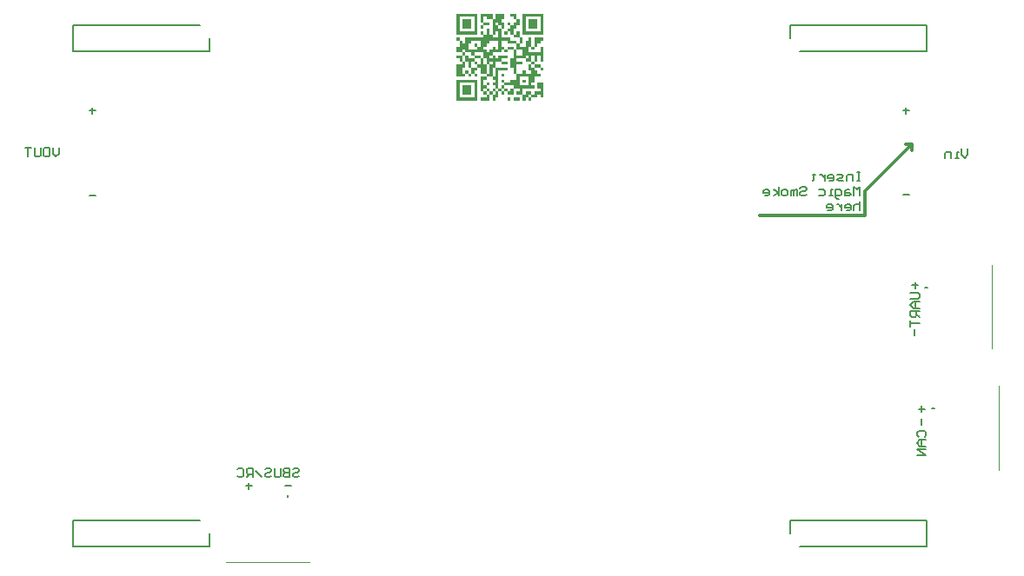
<source format=gbo>
G04*
G04 #@! TF.GenerationSoftware,Altium Limited,Altium Designer,21.0.8 (223)*
G04*
G04 Layer_Color=32896*
%FSLAX25Y25*%
%MOIN*%
G70*
G04*
G04 #@! TF.SameCoordinates,7920E5AB-F19E-47E3-9C16-B8E2F772CBAB*
G04*
G04*
G04 #@! TF.FilePolarity,Positive*
G04*
G01*
G75*
%ADD11C,0.00787*%
%ADD12C,0.00591*%
%ADD14C,0.00394*%
%ADD138C,0.01181*%
G36*
X196722Y214463D02*
Y214419D01*
Y214375D01*
Y214331D01*
Y214286D01*
Y214242D01*
Y214198D01*
Y214153D01*
Y214109D01*
Y214065D01*
Y214020D01*
Y213976D01*
Y213932D01*
Y213888D01*
Y213843D01*
Y213799D01*
Y213755D01*
Y213710D01*
Y213666D01*
Y213622D01*
Y213578D01*
Y213533D01*
Y213489D01*
Y213445D01*
Y213400D01*
Y213356D01*
Y213312D01*
Y213268D01*
Y213223D01*
Y213179D01*
Y213135D01*
Y213090D01*
Y213046D01*
Y213002D01*
Y212958D01*
Y212913D01*
Y212869D01*
Y212825D01*
Y212780D01*
Y212736D01*
Y212692D01*
Y212648D01*
Y212603D01*
Y212559D01*
Y212515D01*
Y212470D01*
Y212426D01*
Y212382D01*
Y212337D01*
Y212293D01*
Y212249D01*
Y212205D01*
X195570D01*
Y212160D01*
Y212116D01*
Y212072D01*
Y212028D01*
Y211983D01*
Y211939D01*
Y211895D01*
Y211850D01*
Y211806D01*
Y211762D01*
Y211718D01*
Y211673D01*
Y211629D01*
Y211585D01*
Y211540D01*
Y211496D01*
Y211452D01*
Y211407D01*
Y211363D01*
Y211319D01*
Y211275D01*
Y211230D01*
Y211186D01*
Y211142D01*
Y211097D01*
Y211053D01*
X196722D01*
Y211009D01*
Y210964D01*
Y210920D01*
Y210876D01*
Y210832D01*
Y210787D01*
Y210743D01*
Y210699D01*
Y210654D01*
Y210610D01*
Y210566D01*
Y210522D01*
Y210477D01*
Y210433D01*
Y210389D01*
Y210345D01*
Y210300D01*
Y210256D01*
Y210212D01*
Y210167D01*
Y210123D01*
Y210079D01*
Y210034D01*
Y209990D01*
Y209946D01*
Y209902D01*
Y209857D01*
Y209813D01*
Y209769D01*
Y209724D01*
Y209680D01*
Y209636D01*
Y209592D01*
Y209547D01*
Y209503D01*
Y209459D01*
Y209414D01*
Y209370D01*
Y209326D01*
Y209282D01*
Y209237D01*
Y209193D01*
Y209149D01*
Y209104D01*
Y209060D01*
Y209016D01*
Y208972D01*
Y208927D01*
Y208883D01*
Y208839D01*
Y208794D01*
Y208750D01*
X195570D01*
Y208794D01*
Y208839D01*
Y208883D01*
Y208927D01*
Y208972D01*
Y209016D01*
Y209060D01*
Y209104D01*
Y209149D01*
Y209193D01*
Y209237D01*
Y209282D01*
Y209326D01*
Y209370D01*
Y209414D01*
Y209459D01*
Y209503D01*
Y209547D01*
Y209592D01*
Y209636D01*
Y209680D01*
Y209724D01*
Y209769D01*
Y209813D01*
Y209857D01*
Y209902D01*
X194419D01*
Y209946D01*
Y209990D01*
Y210034D01*
Y210079D01*
Y210123D01*
Y210167D01*
Y210212D01*
Y210256D01*
Y210300D01*
Y210345D01*
Y210389D01*
Y210433D01*
Y210477D01*
Y210522D01*
Y210566D01*
Y210610D01*
Y210654D01*
Y210699D01*
Y210743D01*
Y210787D01*
Y210832D01*
Y210876D01*
Y210920D01*
Y210964D01*
Y211009D01*
Y211053D01*
X193267D01*
Y211009D01*
Y210964D01*
Y210920D01*
Y210876D01*
Y210832D01*
Y210787D01*
Y210743D01*
Y210699D01*
Y210654D01*
Y210610D01*
Y210566D01*
Y210522D01*
Y210477D01*
Y210433D01*
Y210389D01*
Y210345D01*
Y210300D01*
Y210256D01*
Y210212D01*
Y210167D01*
Y210123D01*
Y210079D01*
Y210034D01*
Y209990D01*
Y209946D01*
Y209902D01*
X194419D01*
Y209857D01*
Y209813D01*
Y209769D01*
Y209724D01*
Y209680D01*
Y209636D01*
Y209592D01*
Y209547D01*
Y209503D01*
Y209459D01*
Y209414D01*
Y209370D01*
Y209326D01*
Y209282D01*
Y209237D01*
Y209193D01*
Y209149D01*
Y209104D01*
Y209060D01*
Y209016D01*
Y208972D01*
Y208927D01*
Y208883D01*
Y208839D01*
Y208794D01*
Y208750D01*
X195570D01*
Y208706D01*
Y208662D01*
Y208617D01*
Y208573D01*
Y208529D01*
Y208484D01*
Y208440D01*
Y208396D01*
Y208351D01*
Y208307D01*
Y208263D01*
Y208219D01*
Y208174D01*
Y208130D01*
Y208086D01*
Y208042D01*
Y207997D01*
Y207953D01*
Y207909D01*
Y207864D01*
Y207820D01*
Y207776D01*
Y207731D01*
Y207687D01*
Y207643D01*
Y207599D01*
Y207554D01*
Y207510D01*
Y207466D01*
Y207421D01*
Y207377D01*
Y207333D01*
Y207289D01*
Y207244D01*
Y207200D01*
Y207156D01*
Y207111D01*
Y207067D01*
Y207023D01*
Y206979D01*
Y206934D01*
Y206890D01*
Y206846D01*
Y206801D01*
Y206757D01*
Y206713D01*
Y206668D01*
Y206624D01*
Y206580D01*
Y206536D01*
Y206491D01*
Y206447D01*
Y206403D01*
Y206359D01*
Y206314D01*
Y206270D01*
Y206226D01*
Y206181D01*
Y206137D01*
Y206093D01*
Y206048D01*
Y206004D01*
Y205960D01*
Y205916D01*
Y205871D01*
Y205827D01*
Y205783D01*
Y205738D01*
Y205694D01*
Y205650D01*
Y205606D01*
Y205561D01*
Y205517D01*
Y205473D01*
Y205428D01*
Y205384D01*
Y205340D01*
Y205295D01*
X199025D01*
Y205251D01*
Y205207D01*
Y205163D01*
Y205118D01*
Y205074D01*
Y205030D01*
Y204985D01*
Y204941D01*
Y204897D01*
Y204853D01*
Y204808D01*
Y204764D01*
Y204720D01*
Y204676D01*
Y204631D01*
Y204587D01*
Y204543D01*
Y204498D01*
Y204454D01*
Y204410D01*
Y204365D01*
Y204321D01*
Y204277D01*
Y204233D01*
Y204188D01*
Y204144D01*
X201328D01*
Y204100D01*
Y204055D01*
Y204011D01*
Y203967D01*
Y203923D01*
Y203878D01*
Y203834D01*
Y203790D01*
Y203745D01*
Y203701D01*
Y203657D01*
Y203613D01*
Y203568D01*
Y203524D01*
Y203480D01*
Y203435D01*
Y203391D01*
Y203347D01*
Y203303D01*
Y203258D01*
Y203214D01*
Y203170D01*
Y203125D01*
Y203081D01*
Y203037D01*
Y202993D01*
X202479D01*
Y202948D01*
Y202904D01*
Y202860D01*
Y202815D01*
Y202771D01*
Y202727D01*
Y202682D01*
Y202638D01*
Y202594D01*
Y202550D01*
Y202505D01*
Y202461D01*
Y202417D01*
Y202373D01*
Y202328D01*
Y202284D01*
Y202240D01*
Y202195D01*
Y202151D01*
Y202107D01*
Y202062D01*
Y202018D01*
Y201974D01*
Y201930D01*
Y201885D01*
Y201841D01*
X204782D01*
Y201885D01*
Y201930D01*
Y201974D01*
Y202018D01*
Y202062D01*
Y202107D01*
Y202151D01*
Y202195D01*
Y202240D01*
Y202284D01*
Y202328D01*
Y202373D01*
Y202417D01*
Y202461D01*
Y202505D01*
Y202550D01*
Y202594D01*
Y202638D01*
Y202682D01*
Y202727D01*
Y202771D01*
Y202815D01*
Y202860D01*
Y202904D01*
Y202948D01*
Y202993D01*
Y203037D01*
Y203081D01*
Y203125D01*
Y203170D01*
Y203214D01*
Y203258D01*
Y203303D01*
Y203347D01*
Y203391D01*
Y203435D01*
Y203480D01*
Y203524D01*
Y203568D01*
Y203613D01*
Y203657D01*
Y203701D01*
Y203745D01*
Y203790D01*
Y203834D01*
Y203878D01*
Y203923D01*
Y203967D01*
Y204011D01*
Y204055D01*
Y204100D01*
Y204144D01*
X205934D01*
Y204188D01*
Y204233D01*
Y204277D01*
Y204321D01*
Y204365D01*
Y204410D01*
Y204454D01*
Y204498D01*
Y204543D01*
Y204587D01*
Y204631D01*
Y204676D01*
Y204720D01*
Y204764D01*
Y204808D01*
Y204853D01*
Y204897D01*
Y204941D01*
Y204985D01*
Y205030D01*
Y205074D01*
Y205118D01*
Y205163D01*
Y205207D01*
Y205251D01*
Y205295D01*
X207085D01*
Y205251D01*
Y205207D01*
Y205163D01*
Y205118D01*
Y205074D01*
Y205030D01*
Y204985D01*
Y204941D01*
Y204897D01*
Y204853D01*
Y204808D01*
Y204764D01*
Y204720D01*
Y204676D01*
Y204631D01*
Y204587D01*
Y204543D01*
Y204498D01*
Y204454D01*
Y204410D01*
Y204365D01*
Y204321D01*
Y204277D01*
Y204233D01*
Y204188D01*
Y204144D01*
Y204100D01*
Y204055D01*
Y204011D01*
Y203967D01*
Y203923D01*
Y203878D01*
Y203834D01*
Y203790D01*
Y203745D01*
Y203701D01*
Y203657D01*
Y203613D01*
Y203568D01*
Y203524D01*
Y203480D01*
Y203435D01*
Y203391D01*
Y203347D01*
Y203303D01*
Y203258D01*
Y203214D01*
Y203170D01*
Y203125D01*
Y203081D01*
Y203037D01*
Y202993D01*
Y202948D01*
Y202904D01*
Y202860D01*
Y202815D01*
Y202771D01*
Y202727D01*
Y202682D01*
Y202638D01*
Y202594D01*
Y202550D01*
Y202505D01*
Y202461D01*
Y202417D01*
Y202373D01*
Y202328D01*
Y202284D01*
Y202240D01*
Y202195D01*
Y202151D01*
Y202107D01*
Y202062D01*
Y202018D01*
Y201974D01*
Y201930D01*
Y201885D01*
Y201841D01*
X208237D01*
Y201797D01*
Y201752D01*
Y201708D01*
Y201664D01*
Y201620D01*
Y201575D01*
Y201531D01*
Y201487D01*
Y201442D01*
Y201398D01*
Y201354D01*
Y201309D01*
Y201265D01*
Y201221D01*
Y201177D01*
Y201132D01*
Y201088D01*
Y201044D01*
Y200999D01*
Y200955D01*
Y200911D01*
Y200867D01*
Y200822D01*
Y200778D01*
Y200734D01*
Y200690D01*
X207085D01*
Y200734D01*
Y200778D01*
Y200822D01*
Y200867D01*
Y200911D01*
Y200955D01*
Y200999D01*
Y201044D01*
Y201088D01*
Y201132D01*
Y201177D01*
Y201221D01*
Y201265D01*
Y201309D01*
Y201354D01*
Y201398D01*
Y201442D01*
Y201487D01*
Y201531D01*
Y201575D01*
Y201620D01*
Y201664D01*
Y201708D01*
Y201752D01*
Y201797D01*
Y201841D01*
X205934D01*
Y201797D01*
Y201752D01*
Y201708D01*
Y201664D01*
Y201620D01*
Y201575D01*
Y201531D01*
Y201487D01*
Y201442D01*
Y201398D01*
Y201354D01*
Y201309D01*
Y201265D01*
Y201221D01*
Y201177D01*
Y201132D01*
Y201088D01*
Y201044D01*
Y200999D01*
Y200955D01*
Y200911D01*
Y200867D01*
Y200822D01*
Y200778D01*
Y200734D01*
Y200690D01*
Y200645D01*
Y200601D01*
Y200557D01*
Y200512D01*
Y200468D01*
Y200424D01*
Y200379D01*
Y200335D01*
Y200291D01*
Y200247D01*
Y200202D01*
Y200158D01*
Y200114D01*
Y200069D01*
Y200025D01*
Y199981D01*
Y199937D01*
Y199892D01*
Y199848D01*
Y199804D01*
Y199759D01*
Y199715D01*
Y199671D01*
Y199627D01*
Y199582D01*
Y199538D01*
X210540D01*
Y199582D01*
Y199627D01*
Y199671D01*
Y199715D01*
Y199759D01*
Y199804D01*
Y199848D01*
Y199892D01*
Y199937D01*
Y199981D01*
Y200025D01*
Y200069D01*
Y200114D01*
Y200158D01*
Y200202D01*
Y200247D01*
Y200291D01*
Y200335D01*
Y200379D01*
Y200424D01*
Y200468D01*
Y200512D01*
Y200557D01*
Y200601D01*
Y200645D01*
Y200690D01*
Y200734D01*
Y200778D01*
Y200822D01*
Y200867D01*
Y200911D01*
Y200955D01*
Y200999D01*
Y201044D01*
Y201088D01*
Y201132D01*
Y201177D01*
Y201221D01*
Y201265D01*
Y201309D01*
Y201354D01*
Y201398D01*
Y201442D01*
Y201487D01*
Y201531D01*
Y201575D01*
Y201620D01*
Y201664D01*
Y201708D01*
Y201752D01*
Y201797D01*
Y201841D01*
X211691D01*
Y201797D01*
Y201752D01*
Y201708D01*
Y201664D01*
Y201620D01*
Y201575D01*
Y201531D01*
Y201487D01*
Y201442D01*
Y201398D01*
Y201354D01*
Y201309D01*
Y201265D01*
Y201221D01*
Y201177D01*
Y201132D01*
Y201088D01*
Y201044D01*
Y200999D01*
Y200955D01*
Y200911D01*
Y200867D01*
Y200822D01*
Y200778D01*
Y200734D01*
Y200690D01*
Y200645D01*
Y200601D01*
Y200557D01*
Y200512D01*
Y200468D01*
Y200424D01*
Y200379D01*
Y200335D01*
Y200291D01*
Y200247D01*
Y200202D01*
Y200158D01*
Y200114D01*
Y200069D01*
Y200025D01*
Y199981D01*
Y199937D01*
Y199892D01*
Y199848D01*
Y199804D01*
Y199759D01*
Y199715D01*
Y199671D01*
Y199627D01*
Y199582D01*
Y199538D01*
Y199494D01*
Y199449D01*
Y199405D01*
Y199361D01*
Y199317D01*
Y199272D01*
Y199228D01*
Y199184D01*
Y199139D01*
Y199095D01*
Y199051D01*
Y199006D01*
Y198962D01*
Y198918D01*
Y198874D01*
Y198829D01*
Y198785D01*
Y198741D01*
Y198696D01*
Y198652D01*
Y198608D01*
Y198564D01*
Y198519D01*
Y198475D01*
Y198431D01*
Y198386D01*
Y198342D01*
Y198298D01*
Y198254D01*
Y198209D01*
Y198165D01*
Y198121D01*
Y198076D01*
Y198032D01*
Y197988D01*
Y197944D01*
Y197899D01*
Y197855D01*
Y197811D01*
Y197766D01*
Y197722D01*
Y197678D01*
Y197634D01*
Y197589D01*
Y197545D01*
Y197501D01*
Y197456D01*
Y197412D01*
Y197368D01*
Y197324D01*
Y197279D01*
Y197235D01*
Y197191D01*
Y197146D01*
Y197102D01*
Y197058D01*
Y197013D01*
Y196969D01*
Y196925D01*
Y196881D01*
Y196836D01*
Y196792D01*
Y196748D01*
Y196704D01*
Y196659D01*
Y196615D01*
Y196571D01*
Y196526D01*
Y196482D01*
Y196438D01*
Y196393D01*
Y196349D01*
Y196305D01*
Y196261D01*
Y196216D01*
Y196172D01*
Y196128D01*
Y196083D01*
X210540D01*
Y196128D01*
Y196172D01*
Y196216D01*
Y196261D01*
Y196305D01*
Y196349D01*
Y196393D01*
Y196438D01*
Y196482D01*
Y196526D01*
Y196571D01*
Y196615D01*
Y196659D01*
Y196704D01*
Y196748D01*
Y196792D01*
Y196836D01*
Y196881D01*
Y196925D01*
Y196969D01*
Y197013D01*
Y197058D01*
Y197102D01*
Y197146D01*
Y197191D01*
Y197235D01*
Y197279D01*
Y197324D01*
Y197368D01*
Y197412D01*
Y197456D01*
Y197501D01*
Y197545D01*
Y197589D01*
Y197634D01*
Y197678D01*
Y197722D01*
Y197766D01*
Y197811D01*
Y197855D01*
Y197899D01*
Y197944D01*
Y197988D01*
Y198032D01*
Y198076D01*
Y198121D01*
Y198165D01*
Y198209D01*
Y198254D01*
Y198298D01*
Y198342D01*
Y198386D01*
X209388D01*
Y198342D01*
Y198298D01*
Y198254D01*
Y198209D01*
Y198165D01*
Y198121D01*
Y198076D01*
Y198032D01*
Y197988D01*
Y197944D01*
Y197899D01*
Y197855D01*
Y197811D01*
Y197766D01*
Y197722D01*
Y197678D01*
Y197634D01*
Y197589D01*
Y197545D01*
Y197501D01*
Y197456D01*
Y197412D01*
Y197368D01*
Y197324D01*
Y197279D01*
Y197235D01*
Y197191D01*
Y197146D01*
Y197102D01*
Y197058D01*
Y197013D01*
Y196969D01*
Y196925D01*
Y196881D01*
Y196836D01*
Y196792D01*
Y196748D01*
Y196704D01*
Y196659D01*
Y196615D01*
Y196571D01*
Y196526D01*
Y196482D01*
Y196438D01*
Y196393D01*
Y196349D01*
Y196305D01*
Y196261D01*
Y196216D01*
Y196172D01*
Y196128D01*
Y196083D01*
X208237D01*
Y196128D01*
Y196172D01*
Y196216D01*
Y196261D01*
Y196305D01*
Y196349D01*
Y196393D01*
Y196438D01*
Y196482D01*
Y196526D01*
Y196571D01*
Y196615D01*
Y196659D01*
Y196704D01*
Y196748D01*
Y196792D01*
Y196836D01*
Y196881D01*
Y196925D01*
Y196969D01*
Y197013D01*
Y197058D01*
Y197102D01*
Y197146D01*
Y197191D01*
Y197235D01*
Y197279D01*
Y197324D01*
Y197368D01*
Y197412D01*
Y197456D01*
Y197501D01*
Y197545D01*
Y197589D01*
Y197634D01*
Y197678D01*
Y197722D01*
Y197766D01*
Y197811D01*
Y197855D01*
Y197899D01*
Y197944D01*
Y197988D01*
Y198032D01*
Y198076D01*
Y198121D01*
Y198165D01*
Y198209D01*
Y198254D01*
Y198298D01*
Y198342D01*
Y198386D01*
X207085D01*
Y198342D01*
Y198298D01*
Y198254D01*
Y198209D01*
Y198165D01*
Y198121D01*
Y198076D01*
Y198032D01*
Y197988D01*
Y197944D01*
Y197899D01*
Y197855D01*
Y197811D01*
Y197766D01*
Y197722D01*
Y197678D01*
Y197634D01*
Y197589D01*
Y197545D01*
Y197501D01*
Y197456D01*
Y197412D01*
Y197368D01*
Y197324D01*
Y197279D01*
Y197235D01*
Y197191D01*
Y197146D01*
Y197102D01*
Y197058D01*
Y197013D01*
Y196969D01*
Y196925D01*
Y196881D01*
Y196836D01*
Y196792D01*
Y196748D01*
Y196704D01*
Y196659D01*
Y196615D01*
Y196571D01*
Y196526D01*
Y196482D01*
Y196438D01*
Y196393D01*
Y196349D01*
Y196305D01*
Y196261D01*
Y196216D01*
Y196172D01*
Y196128D01*
Y196083D01*
X208237D01*
Y196039D01*
Y195995D01*
Y195950D01*
Y195906D01*
Y195862D01*
Y195818D01*
Y195773D01*
Y195729D01*
Y195685D01*
Y195641D01*
Y195596D01*
Y195552D01*
Y195508D01*
Y195463D01*
Y195419D01*
Y195375D01*
Y195331D01*
Y195286D01*
Y195242D01*
Y195198D01*
Y195153D01*
Y195109D01*
Y195065D01*
Y195020D01*
Y194976D01*
Y194932D01*
X210540D01*
Y194888D01*
Y194843D01*
Y194799D01*
Y194755D01*
Y194711D01*
Y194666D01*
Y194622D01*
Y194578D01*
Y194533D01*
Y194489D01*
Y194445D01*
Y194400D01*
Y194356D01*
Y194312D01*
Y194268D01*
Y194223D01*
Y194179D01*
Y194135D01*
Y194090D01*
Y194046D01*
Y194002D01*
Y193957D01*
Y193913D01*
Y193869D01*
Y193825D01*
Y193780D01*
X211691D01*
Y193736D01*
Y193692D01*
Y193648D01*
Y193603D01*
Y193559D01*
Y193515D01*
Y193470D01*
Y193426D01*
Y193382D01*
Y193338D01*
Y193293D01*
Y193249D01*
Y193205D01*
Y193160D01*
Y193116D01*
Y193072D01*
Y193027D01*
Y192983D01*
Y192939D01*
Y192895D01*
Y192850D01*
Y192806D01*
Y192762D01*
Y192718D01*
Y192673D01*
Y192629D01*
X210540D01*
Y192673D01*
Y192718D01*
Y192762D01*
Y192806D01*
Y192850D01*
Y192895D01*
Y192939D01*
Y192983D01*
Y193027D01*
Y193072D01*
Y193116D01*
Y193160D01*
Y193205D01*
Y193249D01*
Y193293D01*
Y193338D01*
Y193382D01*
Y193426D01*
Y193470D01*
Y193515D01*
Y193559D01*
Y193603D01*
Y193648D01*
Y193692D01*
Y193736D01*
Y193780D01*
X208237D01*
Y193825D01*
Y193869D01*
Y193913D01*
Y193957D01*
Y194002D01*
Y194046D01*
Y194090D01*
Y194135D01*
Y194179D01*
Y194223D01*
Y194268D01*
Y194312D01*
Y194356D01*
Y194400D01*
Y194445D01*
Y194489D01*
Y194533D01*
Y194578D01*
Y194622D01*
Y194666D01*
Y194711D01*
Y194755D01*
Y194799D01*
Y194843D01*
Y194888D01*
Y194932D01*
X207085D01*
Y194976D01*
Y195020D01*
Y195065D01*
Y195109D01*
Y195153D01*
Y195198D01*
Y195242D01*
Y195286D01*
Y195331D01*
Y195375D01*
Y195419D01*
Y195463D01*
Y195508D01*
Y195552D01*
Y195596D01*
Y195641D01*
Y195685D01*
Y195729D01*
Y195773D01*
Y195818D01*
Y195862D01*
Y195906D01*
Y195950D01*
Y195995D01*
Y196039D01*
Y196083D01*
X204782D01*
Y196128D01*
Y196172D01*
Y196216D01*
Y196261D01*
Y196305D01*
Y196349D01*
Y196393D01*
Y196438D01*
Y196482D01*
Y196526D01*
Y196571D01*
Y196615D01*
Y196659D01*
Y196704D01*
Y196748D01*
Y196792D01*
Y196836D01*
Y196881D01*
Y196925D01*
Y196969D01*
Y197013D01*
Y197058D01*
Y197102D01*
Y197146D01*
Y197191D01*
Y197235D01*
X201328D01*
Y197191D01*
Y197146D01*
Y197102D01*
Y197058D01*
Y197013D01*
Y196969D01*
Y196925D01*
Y196881D01*
Y196836D01*
Y196792D01*
Y196748D01*
Y196704D01*
Y196659D01*
Y196615D01*
Y196571D01*
Y196526D01*
Y196482D01*
Y196438D01*
Y196393D01*
Y196349D01*
Y196305D01*
Y196261D01*
Y196216D01*
Y196172D01*
Y196128D01*
Y196083D01*
X203631D01*
Y196039D01*
Y195995D01*
Y195950D01*
Y195906D01*
Y195862D01*
Y195818D01*
Y195773D01*
Y195729D01*
Y195685D01*
Y195641D01*
Y195596D01*
Y195552D01*
Y195508D01*
Y195463D01*
Y195419D01*
Y195375D01*
Y195331D01*
Y195286D01*
Y195242D01*
Y195198D01*
Y195153D01*
Y195109D01*
Y195065D01*
Y195020D01*
Y194976D01*
Y194932D01*
X201328D01*
Y194888D01*
Y194843D01*
Y194799D01*
Y194755D01*
Y194711D01*
Y194666D01*
Y194622D01*
Y194578D01*
Y194533D01*
Y194489D01*
Y194445D01*
Y194400D01*
Y194356D01*
Y194312D01*
Y194268D01*
Y194223D01*
Y194179D01*
Y194135D01*
Y194090D01*
Y194046D01*
Y194002D01*
Y193957D01*
Y193913D01*
Y193869D01*
Y193825D01*
Y193780D01*
Y193736D01*
Y193692D01*
Y193648D01*
Y193603D01*
Y193559D01*
Y193515D01*
Y193470D01*
Y193426D01*
Y193382D01*
Y193338D01*
Y193293D01*
Y193249D01*
Y193205D01*
Y193160D01*
Y193116D01*
Y193072D01*
Y193027D01*
Y192983D01*
Y192939D01*
Y192895D01*
Y192850D01*
Y192806D01*
Y192762D01*
Y192718D01*
Y192673D01*
Y192629D01*
Y192585D01*
Y192540D01*
Y192496D01*
Y192452D01*
Y192407D01*
Y192363D01*
Y192319D01*
Y192275D01*
Y192230D01*
Y192186D01*
Y192142D01*
Y192097D01*
Y192053D01*
Y192009D01*
Y191964D01*
Y191920D01*
Y191876D01*
Y191832D01*
Y191787D01*
Y191743D01*
Y191699D01*
Y191655D01*
Y191610D01*
Y191566D01*
Y191522D01*
Y191477D01*
X203631D01*
Y191522D01*
Y191566D01*
Y191610D01*
Y191655D01*
Y191699D01*
Y191743D01*
Y191787D01*
Y191832D01*
Y191876D01*
Y191920D01*
Y191964D01*
Y192009D01*
Y192053D01*
Y192097D01*
Y192142D01*
Y192186D01*
Y192230D01*
Y192275D01*
Y192319D01*
Y192363D01*
Y192407D01*
Y192452D01*
Y192496D01*
Y192540D01*
Y192585D01*
Y192629D01*
X204782D01*
Y192585D01*
Y192540D01*
Y192496D01*
Y192452D01*
Y192407D01*
Y192363D01*
Y192319D01*
Y192275D01*
Y192230D01*
Y192186D01*
Y192142D01*
Y192097D01*
Y192053D01*
Y192009D01*
Y191964D01*
Y191920D01*
Y191876D01*
Y191832D01*
Y191787D01*
Y191743D01*
Y191699D01*
Y191655D01*
Y191610D01*
Y191566D01*
Y191522D01*
Y191477D01*
X207085D01*
Y191522D01*
Y191566D01*
Y191610D01*
Y191655D01*
Y191699D01*
Y191743D01*
Y191787D01*
Y191832D01*
Y191876D01*
Y191920D01*
Y191964D01*
Y192009D01*
Y192053D01*
Y192097D01*
Y192142D01*
Y192186D01*
Y192230D01*
Y192275D01*
Y192319D01*
Y192363D01*
Y192407D01*
Y192452D01*
Y192496D01*
Y192540D01*
Y192585D01*
Y192629D01*
X205934D01*
Y192673D01*
Y192718D01*
Y192762D01*
Y192806D01*
Y192850D01*
Y192895D01*
Y192939D01*
Y192983D01*
Y193027D01*
Y193072D01*
Y193116D01*
Y193160D01*
Y193205D01*
Y193249D01*
Y193293D01*
Y193338D01*
Y193382D01*
Y193426D01*
Y193470D01*
Y193515D01*
Y193559D01*
Y193603D01*
Y193648D01*
Y193692D01*
Y193736D01*
Y193780D01*
Y193825D01*
Y193869D01*
Y193913D01*
Y193957D01*
Y194002D01*
Y194046D01*
Y194090D01*
Y194135D01*
Y194179D01*
Y194223D01*
Y194268D01*
Y194312D01*
Y194356D01*
Y194400D01*
Y194445D01*
Y194489D01*
Y194533D01*
Y194578D01*
Y194622D01*
Y194666D01*
Y194711D01*
Y194755D01*
Y194799D01*
Y194843D01*
Y194888D01*
Y194932D01*
X207085D01*
Y194888D01*
Y194843D01*
Y194799D01*
Y194755D01*
Y194711D01*
Y194666D01*
Y194622D01*
Y194578D01*
Y194533D01*
Y194489D01*
Y194445D01*
Y194400D01*
Y194356D01*
Y194312D01*
Y194268D01*
Y194223D01*
Y194179D01*
Y194135D01*
Y194090D01*
Y194046D01*
Y194002D01*
Y193957D01*
Y193913D01*
Y193869D01*
Y193825D01*
Y193780D01*
X208237D01*
Y193736D01*
Y193692D01*
Y193648D01*
Y193603D01*
Y193559D01*
Y193515D01*
Y193470D01*
Y193426D01*
Y193382D01*
Y193338D01*
Y193293D01*
Y193249D01*
Y193205D01*
Y193160D01*
Y193116D01*
Y193072D01*
Y193027D01*
Y192983D01*
Y192939D01*
Y192895D01*
Y192850D01*
Y192806D01*
Y192762D01*
Y192718D01*
Y192673D01*
Y192629D01*
X209388D01*
Y192585D01*
Y192540D01*
Y192496D01*
Y192452D01*
Y192407D01*
Y192363D01*
Y192319D01*
Y192275D01*
Y192230D01*
Y192186D01*
Y192142D01*
Y192097D01*
Y192053D01*
Y192009D01*
Y191964D01*
Y191920D01*
Y191876D01*
Y191832D01*
Y191787D01*
Y191743D01*
Y191699D01*
Y191655D01*
Y191610D01*
Y191566D01*
Y191522D01*
Y191477D01*
X210540D01*
Y191433D01*
Y191389D01*
Y191344D01*
Y191300D01*
Y191256D01*
Y191212D01*
Y191167D01*
Y191123D01*
Y191079D01*
Y191034D01*
Y190990D01*
Y190946D01*
Y190902D01*
Y190857D01*
Y190813D01*
Y190769D01*
Y190724D01*
Y190680D01*
Y190636D01*
Y190592D01*
Y190547D01*
Y190503D01*
Y190459D01*
Y190414D01*
Y190370D01*
Y190326D01*
X208237D01*
Y190281D01*
Y190237D01*
Y190193D01*
Y190149D01*
Y190104D01*
Y190060D01*
Y190016D01*
Y189971D01*
Y189927D01*
Y189883D01*
Y189839D01*
Y189794D01*
Y189750D01*
Y189706D01*
Y189662D01*
Y189617D01*
Y189573D01*
Y189529D01*
Y189484D01*
Y189440D01*
Y189396D01*
Y189351D01*
Y189307D01*
Y189263D01*
Y189219D01*
Y189174D01*
Y189130D01*
Y189086D01*
Y189041D01*
Y188997D01*
Y188953D01*
Y188909D01*
Y188864D01*
Y188820D01*
Y188776D01*
Y188731D01*
Y188687D01*
Y188643D01*
Y188599D01*
Y188554D01*
Y188510D01*
Y188466D01*
Y188421D01*
Y188377D01*
Y188333D01*
Y188289D01*
Y188244D01*
Y188200D01*
Y188156D01*
Y188111D01*
Y188067D01*
Y188023D01*
X207085D01*
Y187978D01*
Y187934D01*
Y187890D01*
Y187846D01*
Y187801D01*
Y187757D01*
Y187713D01*
Y187669D01*
Y187624D01*
Y187580D01*
Y187536D01*
Y187491D01*
Y187447D01*
Y187403D01*
Y187358D01*
Y187314D01*
Y187270D01*
Y187226D01*
Y187181D01*
Y187137D01*
Y187093D01*
Y187048D01*
Y187004D01*
Y186960D01*
Y186916D01*
Y186871D01*
X208237D01*
Y186827D01*
Y186783D01*
Y186738D01*
Y186694D01*
Y186650D01*
Y186606D01*
Y186561D01*
Y186517D01*
Y186473D01*
Y186428D01*
Y186384D01*
Y186340D01*
Y186295D01*
Y186251D01*
Y186207D01*
Y186163D01*
Y186118D01*
Y186074D01*
Y186030D01*
Y185986D01*
Y185941D01*
Y185897D01*
Y185853D01*
Y185808D01*
Y185764D01*
Y185720D01*
X203631D01*
Y185676D01*
Y185631D01*
Y185587D01*
Y185543D01*
Y185498D01*
Y185454D01*
Y185410D01*
Y185365D01*
Y185321D01*
Y185277D01*
Y185233D01*
Y185188D01*
Y185144D01*
Y185100D01*
Y185055D01*
Y185011D01*
Y184967D01*
Y184923D01*
Y184878D01*
Y184834D01*
Y184790D01*
Y184745D01*
Y184701D01*
Y184657D01*
Y184613D01*
Y184568D01*
Y184524D01*
Y184480D01*
Y184435D01*
Y184391D01*
Y184347D01*
Y184302D01*
Y184258D01*
Y184214D01*
Y184170D01*
Y184125D01*
Y184081D01*
Y184037D01*
Y183993D01*
Y183948D01*
Y183904D01*
Y183860D01*
Y183815D01*
Y183771D01*
Y183727D01*
Y183683D01*
Y183638D01*
Y183594D01*
Y183550D01*
Y183505D01*
Y183461D01*
Y183417D01*
X204782D01*
Y183461D01*
Y183505D01*
Y183550D01*
Y183594D01*
Y183638D01*
Y183683D01*
Y183727D01*
Y183771D01*
Y183815D01*
Y183860D01*
Y183904D01*
Y183948D01*
Y183993D01*
Y184037D01*
Y184081D01*
Y184125D01*
Y184170D01*
Y184214D01*
Y184258D01*
Y184302D01*
Y184347D01*
Y184391D01*
Y184435D01*
Y184480D01*
Y184524D01*
Y184568D01*
X207085D01*
Y184524D01*
Y184480D01*
Y184435D01*
Y184391D01*
Y184347D01*
Y184302D01*
Y184258D01*
Y184214D01*
Y184170D01*
Y184125D01*
Y184081D01*
Y184037D01*
Y183993D01*
Y183948D01*
Y183904D01*
Y183860D01*
Y183815D01*
Y183771D01*
Y183727D01*
Y183683D01*
Y183638D01*
Y183594D01*
Y183550D01*
Y183505D01*
Y183461D01*
Y183417D01*
X208237D01*
Y183461D01*
Y183505D01*
Y183550D01*
Y183594D01*
Y183638D01*
Y183683D01*
Y183727D01*
Y183771D01*
Y183815D01*
Y183860D01*
Y183904D01*
Y183948D01*
Y183993D01*
Y184037D01*
Y184081D01*
Y184125D01*
Y184170D01*
Y184214D01*
Y184258D01*
Y184302D01*
Y184347D01*
Y184391D01*
Y184435D01*
Y184480D01*
Y184524D01*
Y184568D01*
X210540D01*
Y184613D01*
Y184657D01*
Y184701D01*
Y184745D01*
Y184790D01*
Y184834D01*
Y184878D01*
Y184923D01*
Y184967D01*
Y185011D01*
Y185055D01*
Y185100D01*
Y185144D01*
Y185188D01*
Y185233D01*
Y185277D01*
Y185321D01*
Y185365D01*
Y185410D01*
Y185454D01*
Y185498D01*
Y185543D01*
Y185587D01*
Y185631D01*
Y185676D01*
Y185720D01*
X209388D01*
Y185764D01*
Y185808D01*
Y185853D01*
Y185897D01*
Y185941D01*
Y185986D01*
Y186030D01*
Y186074D01*
Y186118D01*
Y186163D01*
Y186207D01*
Y186251D01*
Y186295D01*
Y186340D01*
Y186384D01*
Y186428D01*
Y186473D01*
Y186517D01*
Y186561D01*
Y186606D01*
Y186650D01*
Y186694D01*
Y186738D01*
Y186783D01*
Y186827D01*
Y186871D01*
Y186916D01*
Y186960D01*
Y187004D01*
Y187048D01*
Y187093D01*
Y187137D01*
Y187181D01*
Y187226D01*
Y187270D01*
Y187314D01*
Y187358D01*
Y187403D01*
Y187447D01*
Y187491D01*
Y187536D01*
Y187580D01*
Y187624D01*
Y187669D01*
Y187713D01*
Y187757D01*
Y187801D01*
Y187846D01*
Y187890D01*
Y187934D01*
Y187978D01*
Y188023D01*
X211691D01*
Y187978D01*
Y187934D01*
Y187890D01*
Y187846D01*
Y187801D01*
Y187757D01*
Y187713D01*
Y187669D01*
Y187624D01*
Y187580D01*
Y187536D01*
Y187491D01*
Y187447D01*
Y187403D01*
Y187358D01*
Y187314D01*
Y187270D01*
Y187226D01*
Y187181D01*
Y187137D01*
Y187093D01*
Y187048D01*
Y187004D01*
Y186960D01*
Y186916D01*
Y186871D01*
Y186827D01*
Y186783D01*
Y186738D01*
Y186694D01*
Y186650D01*
Y186606D01*
Y186561D01*
Y186517D01*
Y186473D01*
Y186428D01*
Y186384D01*
Y186340D01*
Y186295D01*
Y186251D01*
Y186207D01*
Y186163D01*
Y186118D01*
Y186074D01*
Y186030D01*
Y185986D01*
Y185941D01*
Y185897D01*
Y185853D01*
Y185808D01*
Y185764D01*
Y185720D01*
Y185676D01*
Y185631D01*
Y185587D01*
Y185543D01*
Y185498D01*
Y185454D01*
Y185410D01*
Y185365D01*
Y185321D01*
Y185277D01*
Y185233D01*
Y185188D01*
Y185144D01*
Y185100D01*
Y185055D01*
Y185011D01*
Y184967D01*
Y184923D01*
Y184878D01*
Y184834D01*
Y184790D01*
Y184745D01*
Y184701D01*
Y184657D01*
Y184613D01*
Y184568D01*
Y184524D01*
Y184480D01*
Y184435D01*
Y184391D01*
Y184347D01*
Y184302D01*
Y184258D01*
Y184214D01*
Y184170D01*
Y184125D01*
Y184081D01*
Y184037D01*
Y183993D01*
Y183948D01*
Y183904D01*
Y183860D01*
Y183815D01*
Y183771D01*
Y183727D01*
Y183683D01*
Y183638D01*
Y183594D01*
Y183550D01*
Y183505D01*
Y183461D01*
Y183417D01*
Y183372D01*
Y183328D01*
Y183284D01*
Y183240D01*
Y183195D01*
Y183151D01*
Y183107D01*
Y183062D01*
Y183018D01*
Y182974D01*
Y182930D01*
Y182885D01*
Y182841D01*
Y182797D01*
Y182752D01*
Y182708D01*
Y182664D01*
Y182620D01*
Y182575D01*
Y182531D01*
Y182487D01*
Y182442D01*
Y182398D01*
Y182354D01*
Y182309D01*
Y182265D01*
X210540D01*
Y182309D01*
Y182354D01*
Y182398D01*
Y182442D01*
Y182487D01*
Y182531D01*
Y182575D01*
Y182620D01*
Y182664D01*
Y182708D01*
Y182752D01*
Y182797D01*
Y182841D01*
Y182885D01*
Y182930D01*
Y182974D01*
Y183018D01*
Y183062D01*
Y183107D01*
Y183151D01*
Y183195D01*
Y183240D01*
Y183284D01*
Y183328D01*
Y183372D01*
Y183417D01*
X209388D01*
Y183372D01*
Y183328D01*
Y183284D01*
Y183240D01*
Y183195D01*
Y183151D01*
Y183107D01*
Y183062D01*
Y183018D01*
Y182974D01*
Y182930D01*
Y182885D01*
Y182841D01*
Y182797D01*
Y182752D01*
Y182708D01*
Y182664D01*
Y182620D01*
Y182575D01*
Y182531D01*
Y182487D01*
Y182442D01*
Y182398D01*
Y182354D01*
Y182309D01*
Y182265D01*
X207085D01*
Y182309D01*
Y182354D01*
Y182398D01*
Y182442D01*
Y182487D01*
Y182531D01*
Y182575D01*
Y182620D01*
Y182664D01*
Y182708D01*
Y182752D01*
Y182797D01*
Y182841D01*
Y182885D01*
Y182930D01*
Y182974D01*
Y183018D01*
Y183062D01*
Y183107D01*
Y183151D01*
Y183195D01*
Y183240D01*
Y183284D01*
Y183328D01*
Y183372D01*
Y183417D01*
X205934D01*
Y183372D01*
Y183328D01*
Y183284D01*
Y183240D01*
Y183195D01*
Y183151D01*
Y183107D01*
Y183062D01*
Y183018D01*
Y182974D01*
Y182930D01*
Y182885D01*
Y182841D01*
Y182797D01*
Y182752D01*
Y182708D01*
Y182664D01*
Y182620D01*
Y182575D01*
Y182531D01*
Y182487D01*
Y182442D01*
Y182398D01*
Y182354D01*
Y182309D01*
Y182265D01*
X207085D01*
Y182221D01*
Y182177D01*
Y182132D01*
Y182088D01*
Y182044D01*
Y182000D01*
Y181955D01*
Y181911D01*
Y181867D01*
Y181822D01*
Y181778D01*
Y181734D01*
Y181690D01*
Y181645D01*
Y181601D01*
Y181557D01*
Y181512D01*
Y181468D01*
Y181424D01*
Y181379D01*
Y181335D01*
Y181291D01*
Y181247D01*
Y181202D01*
Y181158D01*
Y181114D01*
X205934D01*
Y181158D01*
Y181202D01*
Y181247D01*
Y181291D01*
Y181335D01*
Y181379D01*
Y181424D01*
Y181468D01*
Y181512D01*
Y181557D01*
Y181601D01*
Y181645D01*
Y181690D01*
Y181734D01*
Y181778D01*
Y181822D01*
Y181867D01*
Y181911D01*
Y181955D01*
Y182000D01*
Y182044D01*
Y182088D01*
Y182132D01*
Y182177D01*
Y182221D01*
Y182265D01*
X204782D01*
Y182221D01*
Y182177D01*
Y182132D01*
Y182088D01*
Y182044D01*
Y182000D01*
Y181955D01*
Y181911D01*
Y181867D01*
Y181822D01*
Y181778D01*
Y181734D01*
Y181690D01*
Y181645D01*
Y181601D01*
Y181557D01*
Y181512D01*
Y181468D01*
Y181424D01*
Y181379D01*
Y181335D01*
Y181291D01*
Y181247D01*
Y181202D01*
Y181158D01*
Y181114D01*
X203631D01*
Y181158D01*
Y181202D01*
Y181247D01*
Y181291D01*
Y181335D01*
Y181379D01*
Y181424D01*
Y181468D01*
Y181512D01*
Y181557D01*
Y181601D01*
Y181645D01*
Y181690D01*
Y181734D01*
Y181778D01*
Y181822D01*
Y181867D01*
Y181911D01*
Y181955D01*
Y182000D01*
Y182044D01*
Y182088D01*
Y182132D01*
Y182177D01*
Y182221D01*
Y182265D01*
Y182309D01*
Y182354D01*
Y182398D01*
Y182442D01*
Y182487D01*
Y182531D01*
Y182575D01*
Y182620D01*
Y182664D01*
Y182708D01*
Y182752D01*
Y182797D01*
Y182841D01*
Y182885D01*
Y182930D01*
Y182974D01*
Y183018D01*
Y183062D01*
Y183107D01*
Y183151D01*
Y183195D01*
Y183240D01*
Y183284D01*
Y183328D01*
Y183372D01*
Y183417D01*
X201328D01*
Y183461D01*
Y183505D01*
Y183550D01*
Y183594D01*
Y183638D01*
Y183683D01*
Y183727D01*
Y183771D01*
Y183815D01*
Y183860D01*
Y183904D01*
Y183948D01*
Y183993D01*
Y184037D01*
Y184081D01*
Y184125D01*
Y184170D01*
Y184214D01*
Y184258D01*
Y184302D01*
Y184347D01*
Y184391D01*
Y184435D01*
Y184480D01*
Y184524D01*
Y184568D01*
X202479D01*
Y184613D01*
Y184657D01*
Y184701D01*
Y184745D01*
Y184790D01*
Y184834D01*
Y184878D01*
Y184923D01*
Y184967D01*
Y185011D01*
Y185055D01*
Y185100D01*
Y185144D01*
Y185188D01*
Y185233D01*
Y185277D01*
Y185321D01*
Y185365D01*
Y185410D01*
Y185454D01*
Y185498D01*
Y185543D01*
Y185587D01*
Y185631D01*
Y185676D01*
Y185720D01*
X200176D01*
Y185764D01*
Y185808D01*
Y185853D01*
Y185897D01*
Y185941D01*
Y185986D01*
Y186030D01*
Y186074D01*
Y186118D01*
Y186163D01*
Y186207D01*
Y186251D01*
Y186295D01*
Y186340D01*
Y186384D01*
Y186428D01*
Y186473D01*
Y186517D01*
Y186561D01*
Y186606D01*
Y186650D01*
Y186694D01*
Y186738D01*
Y186783D01*
Y186827D01*
Y186871D01*
X196722D01*
Y186916D01*
Y186960D01*
Y187004D01*
Y187048D01*
Y187093D01*
Y187137D01*
Y187181D01*
Y187226D01*
Y187270D01*
Y187314D01*
Y187358D01*
Y187403D01*
Y187447D01*
Y187491D01*
Y187536D01*
Y187580D01*
Y187624D01*
Y187669D01*
Y187713D01*
Y187757D01*
Y187801D01*
Y187846D01*
Y187890D01*
Y187934D01*
Y187978D01*
Y188023D01*
X195570D01*
Y188067D01*
Y188111D01*
Y188156D01*
Y188200D01*
Y188244D01*
Y188289D01*
Y188333D01*
Y188377D01*
Y188421D01*
Y188466D01*
Y188510D01*
Y188554D01*
Y188599D01*
Y188643D01*
Y188687D01*
Y188731D01*
Y188776D01*
Y188820D01*
Y188864D01*
Y188909D01*
Y188953D01*
Y188997D01*
Y189041D01*
Y189086D01*
Y189130D01*
Y189174D01*
X196722D01*
Y189130D01*
Y189086D01*
Y189041D01*
Y188997D01*
Y188953D01*
Y188909D01*
Y188864D01*
Y188820D01*
Y188776D01*
Y188731D01*
Y188687D01*
Y188643D01*
Y188599D01*
Y188554D01*
Y188510D01*
Y188466D01*
Y188421D01*
Y188377D01*
Y188333D01*
Y188289D01*
Y188244D01*
Y188200D01*
Y188156D01*
Y188111D01*
Y188067D01*
Y188023D01*
X199025D01*
Y188067D01*
Y188111D01*
Y188156D01*
Y188200D01*
Y188244D01*
Y188289D01*
Y188333D01*
Y188377D01*
Y188421D01*
Y188466D01*
Y188510D01*
Y188554D01*
Y188599D01*
Y188643D01*
Y188687D01*
Y188731D01*
Y188776D01*
Y188820D01*
Y188864D01*
Y188909D01*
Y188953D01*
Y188997D01*
Y189041D01*
Y189086D01*
Y189130D01*
Y189174D01*
X201328D01*
Y189219D01*
Y189263D01*
Y189307D01*
Y189351D01*
Y189396D01*
Y189440D01*
Y189484D01*
Y189529D01*
Y189573D01*
Y189617D01*
Y189662D01*
Y189706D01*
Y189750D01*
Y189794D01*
Y189839D01*
Y189883D01*
Y189927D01*
Y189971D01*
Y190016D01*
Y190060D01*
Y190104D01*
Y190149D01*
Y190193D01*
Y190237D01*
Y190281D01*
Y190326D01*
Y190370D01*
Y190414D01*
Y190459D01*
Y190503D01*
Y190547D01*
Y190592D01*
Y190636D01*
Y190680D01*
Y190724D01*
Y190769D01*
Y190813D01*
Y190857D01*
Y190902D01*
Y190946D01*
Y190990D01*
Y191034D01*
Y191079D01*
Y191123D01*
Y191167D01*
Y191212D01*
Y191256D01*
Y191300D01*
Y191344D01*
Y191389D01*
Y191433D01*
Y191477D01*
X200176D01*
Y191522D01*
Y191566D01*
Y191610D01*
Y191655D01*
Y191699D01*
Y191743D01*
Y191787D01*
Y191832D01*
Y191876D01*
Y191920D01*
Y191964D01*
Y192009D01*
Y192053D01*
Y192097D01*
Y192142D01*
Y192186D01*
Y192230D01*
Y192275D01*
Y192319D01*
Y192363D01*
Y192407D01*
Y192452D01*
Y192496D01*
Y192540D01*
Y192585D01*
Y192629D01*
Y192673D01*
Y192718D01*
Y192762D01*
Y192806D01*
Y192850D01*
Y192895D01*
Y192939D01*
Y192983D01*
Y193027D01*
Y193072D01*
Y193116D01*
Y193160D01*
Y193205D01*
Y193249D01*
Y193293D01*
Y193338D01*
Y193382D01*
Y193426D01*
Y193470D01*
Y193515D01*
Y193559D01*
Y193603D01*
Y193648D01*
Y193692D01*
Y193736D01*
Y193780D01*
X199025D01*
Y193825D01*
Y193869D01*
Y193913D01*
Y193957D01*
Y194002D01*
Y194046D01*
Y194090D01*
Y194135D01*
Y194179D01*
Y194223D01*
Y194268D01*
Y194312D01*
Y194356D01*
Y194400D01*
Y194445D01*
Y194489D01*
Y194533D01*
Y194578D01*
Y194622D01*
Y194666D01*
Y194711D01*
Y194755D01*
Y194799D01*
Y194843D01*
Y194888D01*
Y194932D01*
Y194976D01*
Y195020D01*
Y195065D01*
Y195109D01*
Y195153D01*
Y195198D01*
Y195242D01*
Y195286D01*
Y195331D01*
Y195375D01*
Y195419D01*
Y195463D01*
Y195508D01*
Y195552D01*
Y195596D01*
Y195641D01*
Y195685D01*
Y195729D01*
Y195773D01*
Y195818D01*
Y195862D01*
Y195906D01*
Y195950D01*
Y195995D01*
Y196039D01*
Y196083D01*
Y196128D01*
Y196172D01*
Y196216D01*
Y196261D01*
Y196305D01*
Y196349D01*
Y196393D01*
Y196438D01*
Y196482D01*
Y196526D01*
Y196571D01*
Y196615D01*
Y196659D01*
Y196704D01*
Y196748D01*
Y196792D01*
Y196836D01*
Y196881D01*
Y196925D01*
Y196969D01*
Y197013D01*
Y197058D01*
Y197102D01*
Y197146D01*
Y197191D01*
Y197235D01*
X200176D01*
Y197279D01*
Y197324D01*
Y197368D01*
Y197412D01*
Y197456D01*
Y197501D01*
Y197545D01*
Y197589D01*
Y197634D01*
Y197678D01*
Y197722D01*
Y197766D01*
Y197811D01*
Y197855D01*
Y197899D01*
Y197944D01*
Y197988D01*
Y198032D01*
Y198076D01*
Y198121D01*
Y198165D01*
Y198209D01*
Y198254D01*
Y198298D01*
Y198342D01*
Y198386D01*
Y198431D01*
Y198475D01*
Y198519D01*
Y198564D01*
Y198608D01*
Y198652D01*
Y198696D01*
Y198741D01*
Y198785D01*
Y198829D01*
Y198874D01*
Y198918D01*
Y198962D01*
Y199006D01*
Y199051D01*
Y199095D01*
Y199139D01*
Y199184D01*
Y199228D01*
Y199272D01*
Y199317D01*
Y199361D01*
Y199405D01*
Y199449D01*
Y199494D01*
Y199538D01*
Y199582D01*
Y199627D01*
Y199671D01*
Y199715D01*
Y199759D01*
Y199804D01*
Y199848D01*
Y199892D01*
Y199937D01*
Y199981D01*
Y200025D01*
Y200069D01*
Y200114D01*
Y200158D01*
Y200202D01*
Y200247D01*
Y200291D01*
Y200335D01*
Y200379D01*
Y200424D01*
Y200468D01*
Y200512D01*
Y200557D01*
Y200601D01*
Y200645D01*
Y200690D01*
X197873D01*
Y200734D01*
Y200778D01*
Y200822D01*
Y200867D01*
Y200911D01*
Y200955D01*
Y200999D01*
Y201044D01*
Y201088D01*
Y201132D01*
Y201177D01*
Y201221D01*
Y201265D01*
Y201309D01*
Y201354D01*
Y201398D01*
Y201442D01*
Y201487D01*
Y201531D01*
Y201575D01*
Y201620D01*
Y201664D01*
Y201708D01*
Y201752D01*
Y201797D01*
Y201841D01*
X200176D01*
Y201797D01*
Y201752D01*
Y201708D01*
Y201664D01*
Y201620D01*
Y201575D01*
Y201531D01*
Y201487D01*
Y201442D01*
Y201398D01*
Y201354D01*
Y201309D01*
Y201265D01*
Y201221D01*
Y201177D01*
Y201132D01*
Y201088D01*
Y201044D01*
Y200999D01*
Y200955D01*
Y200911D01*
Y200867D01*
Y200822D01*
Y200778D01*
Y200734D01*
Y200690D01*
X201328D01*
Y200645D01*
Y200601D01*
Y200557D01*
Y200512D01*
Y200468D01*
Y200424D01*
Y200379D01*
Y200335D01*
Y200291D01*
Y200247D01*
Y200202D01*
Y200158D01*
Y200114D01*
Y200069D01*
Y200025D01*
Y199981D01*
Y199937D01*
Y199892D01*
Y199848D01*
Y199804D01*
Y199759D01*
Y199715D01*
Y199671D01*
Y199627D01*
Y199582D01*
Y199538D01*
Y199494D01*
Y199449D01*
Y199405D01*
Y199361D01*
Y199317D01*
Y199272D01*
Y199228D01*
Y199184D01*
Y199139D01*
Y199095D01*
Y199051D01*
Y199006D01*
Y198962D01*
Y198918D01*
Y198874D01*
Y198829D01*
Y198785D01*
Y198741D01*
Y198696D01*
Y198652D01*
Y198608D01*
Y198564D01*
Y198519D01*
Y198475D01*
Y198431D01*
Y198386D01*
X203631D01*
Y198431D01*
Y198475D01*
Y198519D01*
Y198564D01*
Y198608D01*
Y198652D01*
Y198696D01*
Y198741D01*
Y198785D01*
Y198829D01*
Y198874D01*
Y198918D01*
Y198962D01*
Y199006D01*
Y199051D01*
Y199095D01*
Y199139D01*
Y199184D01*
Y199228D01*
Y199272D01*
Y199317D01*
Y199361D01*
Y199405D01*
Y199449D01*
Y199494D01*
Y199538D01*
Y199582D01*
Y199627D01*
Y199671D01*
Y199715D01*
Y199759D01*
Y199804D01*
Y199848D01*
Y199892D01*
Y199937D01*
Y199981D01*
Y200025D01*
Y200069D01*
Y200114D01*
Y200158D01*
Y200202D01*
Y200247D01*
Y200291D01*
Y200335D01*
Y200379D01*
Y200424D01*
Y200468D01*
Y200512D01*
Y200557D01*
Y200601D01*
Y200645D01*
Y200690D01*
X201328D01*
Y200734D01*
Y200778D01*
Y200822D01*
Y200867D01*
Y200911D01*
Y200955D01*
Y200999D01*
Y201044D01*
Y201088D01*
Y201132D01*
Y201177D01*
Y201221D01*
Y201265D01*
Y201309D01*
Y201354D01*
Y201398D01*
Y201442D01*
Y201487D01*
Y201531D01*
Y201575D01*
Y201620D01*
Y201664D01*
Y201708D01*
Y201752D01*
Y201797D01*
Y201841D01*
Y201885D01*
Y201930D01*
Y201974D01*
Y202018D01*
Y202062D01*
Y202107D01*
Y202151D01*
Y202195D01*
Y202240D01*
Y202284D01*
Y202328D01*
Y202373D01*
Y202417D01*
Y202461D01*
Y202505D01*
Y202550D01*
Y202594D01*
Y202638D01*
Y202682D01*
Y202727D01*
Y202771D01*
Y202815D01*
Y202860D01*
Y202904D01*
Y202948D01*
Y202993D01*
X197873D01*
Y203037D01*
Y203081D01*
Y203125D01*
Y203170D01*
Y203214D01*
Y203258D01*
Y203303D01*
Y203347D01*
Y203391D01*
Y203435D01*
Y203480D01*
Y203524D01*
Y203568D01*
Y203613D01*
Y203657D01*
Y203701D01*
Y203745D01*
Y203790D01*
Y203834D01*
Y203878D01*
Y203923D01*
Y203967D01*
Y204011D01*
Y204055D01*
Y204100D01*
Y204144D01*
X195570D01*
Y204100D01*
Y204055D01*
Y204011D01*
Y203967D01*
Y203923D01*
Y203878D01*
Y203834D01*
Y203790D01*
Y203745D01*
Y203701D01*
Y203657D01*
Y203613D01*
Y203568D01*
Y203524D01*
Y203480D01*
Y203435D01*
Y203391D01*
Y203347D01*
Y203303D01*
Y203258D01*
Y203214D01*
Y203170D01*
Y203125D01*
Y203081D01*
Y203037D01*
Y202993D01*
Y202948D01*
Y202904D01*
Y202860D01*
Y202815D01*
Y202771D01*
Y202727D01*
Y202682D01*
Y202638D01*
Y202594D01*
Y202550D01*
Y202505D01*
Y202461D01*
Y202417D01*
Y202373D01*
Y202328D01*
Y202284D01*
Y202240D01*
Y202195D01*
Y202151D01*
Y202107D01*
Y202062D01*
Y202018D01*
Y201974D01*
Y201930D01*
Y201885D01*
Y201841D01*
X196722D01*
Y201797D01*
Y201752D01*
Y201708D01*
Y201664D01*
Y201620D01*
Y201575D01*
Y201531D01*
Y201487D01*
Y201442D01*
Y201398D01*
Y201354D01*
Y201309D01*
Y201265D01*
Y201221D01*
Y201177D01*
Y201132D01*
Y201088D01*
Y201044D01*
Y200999D01*
Y200955D01*
Y200911D01*
Y200867D01*
Y200822D01*
Y200778D01*
Y200734D01*
Y200690D01*
X197873D01*
Y200645D01*
Y200601D01*
Y200557D01*
Y200512D01*
Y200468D01*
Y200424D01*
Y200379D01*
Y200335D01*
Y200291D01*
Y200247D01*
Y200202D01*
Y200158D01*
Y200114D01*
Y200069D01*
Y200025D01*
Y199981D01*
Y199937D01*
Y199892D01*
Y199848D01*
Y199804D01*
Y199759D01*
Y199715D01*
Y199671D01*
Y199627D01*
Y199582D01*
Y199538D01*
X196722D01*
Y199582D01*
Y199627D01*
Y199671D01*
Y199715D01*
Y199759D01*
Y199804D01*
Y199848D01*
Y199892D01*
Y199937D01*
Y199981D01*
Y200025D01*
Y200069D01*
Y200114D01*
Y200158D01*
Y200202D01*
Y200247D01*
Y200291D01*
Y200335D01*
Y200379D01*
Y200424D01*
Y200468D01*
Y200512D01*
Y200557D01*
Y200601D01*
Y200645D01*
Y200690D01*
X195570D01*
Y200645D01*
Y200601D01*
Y200557D01*
Y200512D01*
Y200468D01*
Y200424D01*
Y200379D01*
Y200335D01*
Y200291D01*
Y200247D01*
Y200202D01*
Y200158D01*
Y200114D01*
Y200069D01*
Y200025D01*
Y199981D01*
Y199937D01*
Y199892D01*
Y199848D01*
Y199804D01*
Y199759D01*
Y199715D01*
Y199671D01*
Y199627D01*
Y199582D01*
Y199538D01*
X192116D01*
Y199494D01*
Y199449D01*
Y199405D01*
Y199361D01*
Y199317D01*
Y199272D01*
Y199228D01*
Y199184D01*
Y199139D01*
Y199095D01*
Y199051D01*
Y199006D01*
Y198962D01*
Y198918D01*
Y198874D01*
Y198829D01*
Y198785D01*
Y198741D01*
Y198696D01*
Y198652D01*
Y198608D01*
Y198564D01*
Y198519D01*
Y198475D01*
Y198431D01*
Y198386D01*
X193267D01*
Y198342D01*
Y198298D01*
Y198254D01*
Y198209D01*
Y198165D01*
Y198121D01*
Y198076D01*
Y198032D01*
Y197988D01*
Y197944D01*
Y197899D01*
Y197855D01*
Y197811D01*
Y197766D01*
Y197722D01*
Y197678D01*
Y197634D01*
Y197589D01*
Y197545D01*
Y197501D01*
Y197456D01*
Y197412D01*
Y197368D01*
Y197324D01*
Y197279D01*
Y197235D01*
X194419D01*
Y197279D01*
Y197324D01*
Y197368D01*
Y197412D01*
Y197456D01*
Y197501D01*
Y197545D01*
Y197589D01*
Y197634D01*
Y197678D01*
Y197722D01*
Y197766D01*
Y197811D01*
Y197855D01*
Y197899D01*
Y197944D01*
Y197988D01*
Y198032D01*
Y198076D01*
Y198121D01*
Y198165D01*
Y198209D01*
Y198254D01*
Y198298D01*
Y198342D01*
Y198386D01*
X197873D01*
Y198342D01*
Y198298D01*
Y198254D01*
Y198209D01*
Y198165D01*
Y198121D01*
Y198076D01*
Y198032D01*
Y197988D01*
Y197944D01*
Y197899D01*
Y197855D01*
Y197811D01*
Y197766D01*
Y197722D01*
Y197678D01*
Y197634D01*
Y197589D01*
Y197545D01*
Y197501D01*
Y197456D01*
Y197412D01*
Y197368D01*
Y197324D01*
Y197279D01*
Y197235D01*
X195570D01*
Y197191D01*
Y197146D01*
Y197102D01*
Y197058D01*
Y197013D01*
Y196969D01*
Y196925D01*
Y196881D01*
Y196836D01*
Y196792D01*
Y196748D01*
Y196704D01*
Y196659D01*
Y196615D01*
Y196571D01*
Y196526D01*
Y196482D01*
Y196438D01*
Y196393D01*
Y196349D01*
Y196305D01*
Y196261D01*
Y196216D01*
Y196172D01*
Y196128D01*
Y196083D01*
X197873D01*
Y196039D01*
Y195995D01*
Y195950D01*
Y195906D01*
Y195862D01*
Y195818D01*
Y195773D01*
Y195729D01*
Y195685D01*
Y195641D01*
Y195596D01*
Y195552D01*
Y195508D01*
Y195463D01*
Y195419D01*
Y195375D01*
Y195331D01*
Y195286D01*
Y195242D01*
Y195198D01*
Y195153D01*
Y195109D01*
Y195065D01*
Y195020D01*
Y194976D01*
Y194932D01*
X195570D01*
Y194976D01*
Y195020D01*
Y195065D01*
Y195109D01*
Y195153D01*
Y195198D01*
Y195242D01*
Y195286D01*
Y195331D01*
Y195375D01*
Y195419D01*
Y195463D01*
Y195508D01*
Y195552D01*
Y195596D01*
Y195641D01*
Y195685D01*
Y195729D01*
Y195773D01*
Y195818D01*
Y195862D01*
Y195906D01*
Y195950D01*
Y195995D01*
Y196039D01*
Y196083D01*
X193267D01*
Y196039D01*
Y195995D01*
Y195950D01*
Y195906D01*
Y195862D01*
Y195818D01*
Y195773D01*
Y195729D01*
Y195685D01*
Y195641D01*
Y195596D01*
Y195552D01*
Y195508D01*
Y195463D01*
Y195419D01*
Y195375D01*
Y195331D01*
Y195286D01*
Y195242D01*
Y195198D01*
Y195153D01*
Y195109D01*
Y195065D01*
Y195020D01*
Y194976D01*
Y194932D01*
Y194888D01*
Y194843D01*
Y194799D01*
Y194755D01*
Y194711D01*
Y194666D01*
Y194622D01*
Y194578D01*
Y194533D01*
Y194489D01*
Y194445D01*
Y194400D01*
Y194356D01*
Y194312D01*
Y194268D01*
Y194223D01*
Y194179D01*
Y194135D01*
Y194090D01*
Y194046D01*
Y194002D01*
Y193957D01*
Y193913D01*
Y193869D01*
Y193825D01*
Y193780D01*
X197873D01*
Y193736D01*
Y193692D01*
Y193648D01*
Y193603D01*
Y193559D01*
Y193515D01*
Y193470D01*
Y193426D01*
Y193382D01*
Y193338D01*
Y193293D01*
Y193249D01*
Y193205D01*
Y193160D01*
Y193116D01*
Y193072D01*
Y193027D01*
Y192983D01*
Y192939D01*
Y192895D01*
Y192850D01*
Y192806D01*
Y192762D01*
Y192718D01*
Y192673D01*
Y192629D01*
X194419D01*
Y192585D01*
Y192540D01*
Y192496D01*
Y192452D01*
Y192407D01*
Y192363D01*
Y192319D01*
Y192275D01*
Y192230D01*
Y192186D01*
Y192142D01*
Y192097D01*
Y192053D01*
Y192009D01*
Y191964D01*
Y191920D01*
Y191876D01*
Y191832D01*
Y191787D01*
Y191743D01*
Y191699D01*
Y191655D01*
Y191610D01*
Y191566D01*
Y191522D01*
Y191477D01*
Y191433D01*
Y191389D01*
Y191344D01*
Y191300D01*
Y191256D01*
Y191212D01*
Y191167D01*
Y191123D01*
Y191079D01*
Y191034D01*
Y190990D01*
Y190946D01*
Y190902D01*
Y190857D01*
Y190813D01*
Y190769D01*
Y190724D01*
Y190680D01*
Y190636D01*
Y190592D01*
Y190547D01*
Y190503D01*
Y190459D01*
Y190414D01*
Y190370D01*
Y190326D01*
Y190281D01*
Y190237D01*
Y190193D01*
Y190149D01*
Y190104D01*
Y190060D01*
Y190016D01*
Y189971D01*
Y189927D01*
Y189883D01*
Y189839D01*
Y189794D01*
Y189750D01*
Y189706D01*
Y189662D01*
Y189617D01*
Y189573D01*
Y189529D01*
Y189484D01*
Y189440D01*
Y189396D01*
Y189351D01*
Y189307D01*
Y189263D01*
Y189219D01*
Y189174D01*
Y189130D01*
Y189086D01*
Y189041D01*
Y188997D01*
Y188953D01*
Y188909D01*
Y188864D01*
Y188820D01*
Y188776D01*
Y188731D01*
Y188687D01*
Y188643D01*
Y188599D01*
Y188554D01*
Y188510D01*
Y188466D01*
Y188421D01*
Y188377D01*
Y188333D01*
Y188289D01*
Y188244D01*
Y188200D01*
Y188156D01*
Y188111D01*
Y188067D01*
Y188023D01*
Y187978D01*
Y187934D01*
Y187890D01*
Y187846D01*
Y187801D01*
Y187757D01*
Y187713D01*
Y187669D01*
Y187624D01*
Y187580D01*
Y187536D01*
Y187491D01*
Y187447D01*
Y187403D01*
Y187358D01*
Y187314D01*
Y187270D01*
Y187226D01*
Y187181D01*
Y187137D01*
Y187093D01*
Y187048D01*
Y187004D01*
Y186960D01*
Y186916D01*
Y186871D01*
Y186827D01*
Y186783D01*
Y186738D01*
Y186694D01*
Y186650D01*
Y186606D01*
Y186561D01*
Y186517D01*
Y186473D01*
Y186428D01*
Y186384D01*
Y186340D01*
Y186295D01*
Y186251D01*
Y186207D01*
Y186163D01*
Y186118D01*
Y186074D01*
Y186030D01*
Y185986D01*
Y185941D01*
Y185897D01*
Y185853D01*
Y185808D01*
Y185764D01*
Y185720D01*
X195570D01*
Y185676D01*
Y185631D01*
Y185587D01*
Y185543D01*
Y185498D01*
Y185454D01*
Y185410D01*
Y185365D01*
Y185321D01*
Y185277D01*
Y185233D01*
Y185188D01*
Y185144D01*
Y185100D01*
Y185055D01*
Y185011D01*
Y184967D01*
Y184923D01*
Y184878D01*
Y184834D01*
Y184790D01*
Y184745D01*
Y184701D01*
Y184657D01*
Y184613D01*
Y184568D01*
X196722D01*
Y184524D01*
Y184480D01*
Y184435D01*
Y184391D01*
Y184347D01*
Y184302D01*
Y184258D01*
Y184214D01*
Y184170D01*
Y184125D01*
Y184081D01*
Y184037D01*
Y183993D01*
Y183948D01*
Y183904D01*
Y183860D01*
Y183815D01*
Y183771D01*
Y183727D01*
Y183683D01*
Y183638D01*
Y183594D01*
Y183550D01*
Y183505D01*
Y183461D01*
Y183417D01*
X195570D01*
Y183461D01*
Y183505D01*
Y183550D01*
Y183594D01*
Y183638D01*
Y183683D01*
Y183727D01*
Y183771D01*
Y183815D01*
Y183860D01*
Y183904D01*
Y183948D01*
Y183993D01*
Y184037D01*
Y184081D01*
Y184125D01*
Y184170D01*
Y184214D01*
Y184258D01*
Y184302D01*
Y184347D01*
Y184391D01*
Y184435D01*
Y184480D01*
Y184524D01*
Y184568D01*
X194419D01*
Y184613D01*
Y184657D01*
Y184701D01*
Y184745D01*
Y184790D01*
Y184834D01*
Y184878D01*
Y184923D01*
Y184967D01*
Y185011D01*
Y185055D01*
Y185100D01*
Y185144D01*
Y185188D01*
Y185233D01*
Y185277D01*
Y185321D01*
Y185365D01*
Y185410D01*
Y185454D01*
Y185498D01*
Y185543D01*
Y185587D01*
Y185631D01*
Y185676D01*
Y185720D01*
X193267D01*
Y185764D01*
Y185808D01*
Y185853D01*
Y185897D01*
Y185941D01*
Y185986D01*
Y186030D01*
Y186074D01*
Y186118D01*
Y186163D01*
Y186207D01*
Y186251D01*
Y186295D01*
Y186340D01*
Y186384D01*
Y186428D01*
Y186473D01*
Y186517D01*
Y186561D01*
Y186606D01*
Y186650D01*
Y186694D01*
Y186738D01*
Y186783D01*
Y186827D01*
Y186871D01*
X192116D01*
Y186916D01*
Y186960D01*
Y187004D01*
Y187048D01*
Y187093D01*
Y187137D01*
Y187181D01*
Y187226D01*
Y187270D01*
Y187314D01*
Y187358D01*
Y187403D01*
Y187447D01*
Y187491D01*
Y187536D01*
Y187580D01*
Y187624D01*
Y187669D01*
Y187713D01*
Y187757D01*
Y187801D01*
Y187846D01*
Y187890D01*
Y187934D01*
Y187978D01*
Y188023D01*
X193267D01*
Y188067D01*
Y188111D01*
Y188156D01*
Y188200D01*
Y188244D01*
Y188289D01*
Y188333D01*
Y188377D01*
Y188421D01*
Y188466D01*
Y188510D01*
Y188554D01*
Y188599D01*
Y188643D01*
Y188687D01*
Y188731D01*
Y188776D01*
Y188820D01*
Y188864D01*
Y188909D01*
Y188953D01*
Y188997D01*
Y189041D01*
Y189086D01*
Y189130D01*
Y189174D01*
X192116D01*
Y189219D01*
Y189263D01*
Y189307D01*
Y189351D01*
Y189396D01*
Y189440D01*
Y189484D01*
Y189529D01*
Y189573D01*
Y189617D01*
Y189662D01*
Y189706D01*
Y189750D01*
Y189794D01*
Y189839D01*
Y189883D01*
Y189927D01*
Y189971D01*
Y190016D01*
Y190060D01*
Y190104D01*
Y190149D01*
Y190193D01*
Y190237D01*
Y190281D01*
Y190326D01*
X189813D01*
Y190370D01*
Y190414D01*
Y190459D01*
Y190503D01*
Y190547D01*
Y190592D01*
Y190636D01*
Y190680D01*
Y190724D01*
Y190769D01*
Y190813D01*
Y190857D01*
Y190902D01*
Y190946D01*
Y190990D01*
Y191034D01*
Y191079D01*
Y191123D01*
Y191167D01*
Y191212D01*
Y191256D01*
Y191300D01*
Y191344D01*
Y191389D01*
Y191433D01*
Y191477D01*
X187510D01*
Y191522D01*
Y191566D01*
Y191610D01*
Y191655D01*
Y191699D01*
Y191743D01*
Y191787D01*
Y191832D01*
Y191876D01*
Y191920D01*
Y191964D01*
Y192009D01*
Y192053D01*
Y192097D01*
Y192142D01*
Y192186D01*
Y192230D01*
Y192275D01*
Y192319D01*
Y192363D01*
Y192407D01*
Y192452D01*
Y192496D01*
Y192540D01*
Y192585D01*
Y192629D01*
Y192673D01*
Y192718D01*
Y192762D01*
Y192806D01*
Y192850D01*
Y192895D01*
Y192939D01*
Y192983D01*
Y193027D01*
Y193072D01*
Y193116D01*
Y193160D01*
Y193205D01*
Y193249D01*
Y193293D01*
Y193338D01*
Y193382D01*
Y193426D01*
Y193470D01*
Y193515D01*
Y193559D01*
Y193603D01*
Y193648D01*
Y193692D01*
Y193736D01*
Y193780D01*
X186358D01*
Y193825D01*
Y193869D01*
Y193913D01*
Y193957D01*
Y194002D01*
Y194046D01*
Y194090D01*
Y194135D01*
Y194179D01*
Y194223D01*
Y194268D01*
Y194312D01*
Y194356D01*
Y194400D01*
Y194445D01*
Y194489D01*
Y194533D01*
Y194578D01*
Y194622D01*
Y194666D01*
Y194711D01*
Y194755D01*
Y194799D01*
Y194843D01*
Y194888D01*
Y194932D01*
X185207D01*
Y194976D01*
Y195020D01*
Y195065D01*
Y195109D01*
Y195153D01*
Y195198D01*
Y195242D01*
Y195286D01*
Y195331D01*
Y195375D01*
Y195419D01*
Y195463D01*
Y195508D01*
Y195552D01*
Y195596D01*
Y195641D01*
Y195685D01*
Y195729D01*
Y195773D01*
Y195818D01*
Y195862D01*
Y195906D01*
Y195950D01*
Y195995D01*
Y196039D01*
Y196083D01*
X184055D01*
Y196039D01*
Y195995D01*
Y195950D01*
Y195906D01*
Y195862D01*
Y195818D01*
Y195773D01*
Y195729D01*
Y195685D01*
Y195641D01*
Y195596D01*
Y195552D01*
Y195508D01*
Y195463D01*
Y195419D01*
Y195375D01*
Y195331D01*
Y195286D01*
Y195242D01*
Y195198D01*
Y195153D01*
Y195109D01*
Y195065D01*
Y195020D01*
Y194976D01*
Y194932D01*
Y194888D01*
Y194843D01*
Y194799D01*
Y194755D01*
Y194711D01*
Y194666D01*
Y194622D01*
Y194578D01*
Y194533D01*
Y194489D01*
Y194445D01*
Y194400D01*
Y194356D01*
Y194312D01*
Y194268D01*
Y194223D01*
Y194179D01*
Y194135D01*
Y194090D01*
Y194046D01*
Y194002D01*
Y193957D01*
Y193913D01*
Y193869D01*
Y193825D01*
Y193780D01*
X186358D01*
Y193736D01*
Y193692D01*
Y193648D01*
Y193603D01*
Y193559D01*
Y193515D01*
Y193470D01*
Y193426D01*
Y193382D01*
Y193338D01*
Y193293D01*
Y193249D01*
Y193205D01*
Y193160D01*
Y193116D01*
Y193072D01*
Y193027D01*
Y192983D01*
Y192939D01*
Y192895D01*
Y192850D01*
Y192806D01*
Y192762D01*
Y192718D01*
Y192673D01*
Y192629D01*
X185207D01*
Y192585D01*
Y192540D01*
Y192496D01*
Y192452D01*
Y192407D01*
Y192363D01*
Y192319D01*
Y192275D01*
Y192230D01*
Y192186D01*
Y192142D01*
Y192097D01*
Y192053D01*
Y192009D01*
Y191964D01*
Y191920D01*
Y191876D01*
Y191832D01*
Y191787D01*
Y191743D01*
Y191699D01*
Y191655D01*
Y191610D01*
Y191566D01*
Y191522D01*
Y191477D01*
X186358D01*
Y191433D01*
Y191389D01*
Y191344D01*
Y191300D01*
Y191256D01*
Y191212D01*
Y191167D01*
Y191123D01*
Y191079D01*
Y191034D01*
Y190990D01*
Y190946D01*
Y190902D01*
Y190857D01*
Y190813D01*
Y190769D01*
Y190724D01*
Y190680D01*
Y190636D01*
Y190592D01*
Y190547D01*
Y190503D01*
Y190459D01*
Y190414D01*
Y190370D01*
Y190326D01*
X185207D01*
Y190370D01*
Y190414D01*
Y190459D01*
Y190503D01*
Y190547D01*
Y190592D01*
Y190636D01*
Y190680D01*
Y190724D01*
Y190769D01*
Y190813D01*
Y190857D01*
Y190902D01*
Y190946D01*
Y190990D01*
Y191034D01*
Y191079D01*
Y191123D01*
Y191167D01*
Y191212D01*
Y191256D01*
Y191300D01*
Y191344D01*
Y191389D01*
Y191433D01*
Y191477D01*
X184055D01*
Y191522D01*
Y191566D01*
Y191610D01*
Y191655D01*
Y191699D01*
Y191743D01*
Y191787D01*
Y191832D01*
Y191876D01*
Y191920D01*
Y191964D01*
Y192009D01*
Y192053D01*
Y192097D01*
Y192142D01*
Y192186D01*
Y192230D01*
Y192275D01*
Y192319D01*
Y192363D01*
Y192407D01*
Y192452D01*
Y192496D01*
Y192540D01*
Y192585D01*
Y192629D01*
Y192673D01*
Y192718D01*
Y192762D01*
Y192806D01*
Y192850D01*
Y192895D01*
Y192939D01*
Y192983D01*
Y193027D01*
Y193072D01*
Y193116D01*
Y193160D01*
Y193205D01*
Y193249D01*
Y193293D01*
Y193338D01*
Y193382D01*
Y193426D01*
Y193470D01*
Y193515D01*
Y193559D01*
Y193603D01*
Y193648D01*
Y193692D01*
Y193736D01*
Y193780D01*
X182904D01*
Y193825D01*
Y193869D01*
Y193913D01*
Y193957D01*
Y194002D01*
Y194046D01*
Y194090D01*
Y194135D01*
Y194179D01*
Y194223D01*
Y194268D01*
Y194312D01*
Y194356D01*
Y194400D01*
Y194445D01*
Y194489D01*
Y194533D01*
Y194578D01*
Y194622D01*
Y194666D01*
Y194711D01*
Y194755D01*
Y194799D01*
Y194843D01*
Y194888D01*
Y194932D01*
Y194976D01*
Y195020D01*
Y195065D01*
Y195109D01*
Y195153D01*
Y195198D01*
Y195242D01*
Y195286D01*
Y195331D01*
Y195375D01*
Y195419D01*
Y195463D01*
Y195508D01*
Y195552D01*
Y195596D01*
Y195641D01*
Y195685D01*
Y195729D01*
Y195773D01*
Y195818D01*
Y195862D01*
Y195906D01*
Y195950D01*
Y195995D01*
Y196039D01*
Y196083D01*
X181752D01*
Y196128D01*
Y196172D01*
Y196216D01*
Y196261D01*
Y196305D01*
Y196349D01*
Y196393D01*
Y196438D01*
Y196482D01*
Y196526D01*
Y196571D01*
Y196615D01*
Y196659D01*
Y196704D01*
Y196748D01*
Y196792D01*
Y196836D01*
Y196881D01*
Y196925D01*
Y196969D01*
Y197013D01*
Y197058D01*
Y197102D01*
Y197146D01*
Y197191D01*
Y197235D01*
Y197279D01*
Y197324D01*
Y197368D01*
Y197412D01*
Y197456D01*
Y197501D01*
Y197545D01*
Y197589D01*
Y197634D01*
Y197678D01*
Y197722D01*
Y197766D01*
Y197811D01*
Y197855D01*
Y197899D01*
Y197944D01*
Y197988D01*
Y198032D01*
Y198076D01*
Y198121D01*
Y198165D01*
Y198209D01*
Y198254D01*
Y198298D01*
Y198342D01*
Y198386D01*
X180601D01*
Y198431D01*
Y198475D01*
Y198519D01*
Y198564D01*
Y198608D01*
Y198652D01*
Y198696D01*
Y198741D01*
Y198785D01*
Y198829D01*
Y198874D01*
Y198918D01*
Y198962D01*
Y199006D01*
Y199051D01*
Y199095D01*
Y199139D01*
Y199184D01*
Y199228D01*
Y199272D01*
Y199317D01*
Y199361D01*
Y199405D01*
Y199449D01*
Y199494D01*
Y199538D01*
X178297D01*
Y199582D01*
Y199627D01*
Y199671D01*
Y199715D01*
Y199759D01*
Y199804D01*
Y199848D01*
Y199892D01*
Y199937D01*
Y199981D01*
Y200025D01*
Y200069D01*
Y200114D01*
Y200158D01*
Y200202D01*
Y200247D01*
Y200291D01*
Y200335D01*
Y200379D01*
Y200424D01*
Y200468D01*
Y200512D01*
Y200557D01*
Y200601D01*
Y200645D01*
Y200690D01*
Y200734D01*
Y200778D01*
Y200822D01*
Y200867D01*
Y200911D01*
Y200955D01*
Y200999D01*
Y201044D01*
Y201088D01*
Y201132D01*
Y201177D01*
Y201221D01*
Y201265D01*
Y201309D01*
Y201354D01*
Y201398D01*
Y201442D01*
Y201487D01*
Y201531D01*
Y201575D01*
Y201620D01*
Y201664D01*
Y201708D01*
Y201752D01*
Y201797D01*
Y201841D01*
X179449D01*
Y201885D01*
Y201930D01*
Y201974D01*
Y202018D01*
Y202062D01*
Y202107D01*
Y202151D01*
Y202195D01*
Y202240D01*
Y202284D01*
Y202328D01*
Y202373D01*
Y202417D01*
Y202461D01*
Y202505D01*
Y202550D01*
Y202594D01*
Y202638D01*
Y202682D01*
Y202727D01*
Y202771D01*
Y202815D01*
Y202860D01*
Y202904D01*
Y202948D01*
Y202993D01*
Y203037D01*
Y203081D01*
Y203125D01*
Y203170D01*
Y203214D01*
Y203258D01*
Y203303D01*
Y203347D01*
Y203391D01*
Y203435D01*
Y203480D01*
Y203524D01*
Y203568D01*
Y203613D01*
Y203657D01*
Y203701D01*
Y203745D01*
Y203790D01*
Y203834D01*
Y203878D01*
Y203923D01*
Y203967D01*
Y204011D01*
Y204055D01*
Y204100D01*
Y204144D01*
X178297D01*
Y204188D01*
Y204233D01*
Y204277D01*
Y204321D01*
Y204365D01*
Y204410D01*
Y204454D01*
Y204498D01*
Y204543D01*
Y204587D01*
Y204631D01*
Y204676D01*
Y204720D01*
Y204764D01*
Y204808D01*
Y204853D01*
Y204897D01*
Y204941D01*
Y204985D01*
Y205030D01*
Y205074D01*
Y205118D01*
Y205163D01*
Y205207D01*
Y205251D01*
Y205295D01*
X179449D01*
Y205251D01*
Y205207D01*
Y205163D01*
Y205118D01*
Y205074D01*
Y205030D01*
Y204985D01*
Y204941D01*
Y204897D01*
Y204853D01*
Y204808D01*
Y204764D01*
Y204720D01*
Y204676D01*
Y204631D01*
Y204587D01*
Y204543D01*
Y204498D01*
Y204454D01*
Y204410D01*
Y204365D01*
Y204321D01*
Y204277D01*
Y204233D01*
Y204188D01*
Y204144D01*
X180601D01*
Y204100D01*
Y204055D01*
Y204011D01*
Y203967D01*
Y203923D01*
Y203878D01*
Y203834D01*
Y203790D01*
Y203745D01*
Y203701D01*
Y203657D01*
Y203613D01*
Y203568D01*
Y203524D01*
Y203480D01*
Y203435D01*
Y203391D01*
Y203347D01*
Y203303D01*
Y203258D01*
Y203214D01*
Y203170D01*
Y203125D01*
Y203081D01*
Y203037D01*
Y202993D01*
X181752D01*
Y203037D01*
Y203081D01*
Y203125D01*
Y203170D01*
Y203214D01*
Y203258D01*
Y203303D01*
Y203347D01*
Y203391D01*
Y203435D01*
Y203480D01*
Y203524D01*
Y203568D01*
Y203613D01*
Y203657D01*
Y203701D01*
Y203745D01*
Y203790D01*
Y203834D01*
Y203878D01*
Y203923D01*
Y203967D01*
Y204011D01*
Y204055D01*
Y204100D01*
Y204144D01*
Y204188D01*
Y204233D01*
Y204277D01*
Y204321D01*
Y204365D01*
Y204410D01*
Y204454D01*
Y204498D01*
Y204543D01*
Y204587D01*
Y204631D01*
Y204676D01*
Y204720D01*
Y204764D01*
Y204808D01*
Y204853D01*
Y204897D01*
Y204941D01*
Y204985D01*
Y205030D01*
Y205074D01*
Y205118D01*
Y205163D01*
Y205207D01*
Y205251D01*
Y205295D01*
X188661D01*
Y205340D01*
Y205384D01*
Y205428D01*
Y205473D01*
Y205517D01*
Y205561D01*
Y205606D01*
Y205650D01*
Y205694D01*
Y205738D01*
Y205783D01*
Y205827D01*
Y205871D01*
Y205916D01*
Y205960D01*
Y206004D01*
Y206048D01*
Y206093D01*
Y206137D01*
Y206181D01*
Y206226D01*
Y206270D01*
Y206314D01*
Y206359D01*
Y206403D01*
Y206447D01*
X187510D01*
Y206491D01*
Y206536D01*
Y206580D01*
Y206624D01*
Y206668D01*
Y206713D01*
Y206757D01*
Y206801D01*
Y206846D01*
Y206890D01*
Y206934D01*
Y206979D01*
Y207023D01*
Y207067D01*
Y207111D01*
Y207156D01*
Y207200D01*
Y207244D01*
Y207289D01*
Y207333D01*
Y207377D01*
Y207421D01*
Y207466D01*
Y207510D01*
Y207554D01*
Y207599D01*
X188661D01*
Y207554D01*
Y207510D01*
Y207466D01*
Y207421D01*
Y207377D01*
Y207333D01*
Y207289D01*
Y207244D01*
Y207200D01*
Y207156D01*
Y207111D01*
Y207067D01*
Y207023D01*
Y206979D01*
Y206934D01*
Y206890D01*
Y206846D01*
Y206801D01*
Y206757D01*
Y206713D01*
Y206668D01*
Y206624D01*
Y206580D01*
Y206536D01*
Y206491D01*
Y206447D01*
X189813D01*
Y206491D01*
Y206536D01*
Y206580D01*
Y206624D01*
Y206668D01*
Y206713D01*
Y206757D01*
Y206801D01*
Y206846D01*
Y206890D01*
Y206934D01*
Y206979D01*
Y207023D01*
Y207067D01*
Y207111D01*
Y207156D01*
Y207200D01*
Y207244D01*
Y207289D01*
Y207333D01*
Y207377D01*
Y207421D01*
Y207466D01*
Y207510D01*
Y207554D01*
Y207599D01*
Y207643D01*
Y207687D01*
Y207731D01*
Y207776D01*
Y207820D01*
Y207864D01*
Y207909D01*
Y207953D01*
Y207997D01*
Y208042D01*
Y208086D01*
Y208130D01*
Y208174D01*
Y208219D01*
Y208263D01*
Y208307D01*
Y208351D01*
Y208396D01*
Y208440D01*
Y208484D01*
Y208529D01*
Y208573D01*
Y208617D01*
Y208662D01*
Y208706D01*
Y208750D01*
X190964D01*
Y208706D01*
Y208662D01*
Y208617D01*
Y208573D01*
Y208529D01*
Y208484D01*
Y208440D01*
Y208396D01*
Y208351D01*
Y208307D01*
Y208263D01*
Y208219D01*
Y208174D01*
Y208130D01*
Y208086D01*
Y208042D01*
Y207997D01*
Y207953D01*
Y207909D01*
Y207864D01*
Y207820D01*
Y207776D01*
Y207731D01*
Y207687D01*
Y207643D01*
Y207599D01*
Y207554D01*
Y207510D01*
Y207466D01*
Y207421D01*
Y207377D01*
Y207333D01*
Y207289D01*
Y207244D01*
Y207200D01*
Y207156D01*
Y207111D01*
Y207067D01*
Y207023D01*
Y206979D01*
Y206934D01*
Y206890D01*
Y206846D01*
Y206801D01*
Y206757D01*
Y206713D01*
Y206668D01*
Y206624D01*
Y206580D01*
Y206536D01*
Y206491D01*
Y206447D01*
X192116D01*
Y206403D01*
Y206359D01*
Y206314D01*
Y206270D01*
Y206226D01*
Y206181D01*
Y206137D01*
Y206093D01*
Y206048D01*
Y206004D01*
Y205960D01*
Y205916D01*
Y205871D01*
Y205827D01*
Y205783D01*
Y205738D01*
Y205694D01*
Y205650D01*
Y205606D01*
Y205561D01*
Y205517D01*
Y205473D01*
Y205428D01*
Y205384D01*
Y205340D01*
Y205295D01*
X194419D01*
Y205340D01*
Y205384D01*
Y205428D01*
Y205473D01*
Y205517D01*
Y205561D01*
Y205606D01*
Y205650D01*
Y205694D01*
Y205738D01*
Y205783D01*
Y205827D01*
Y205871D01*
Y205916D01*
Y205960D01*
Y206004D01*
Y206048D01*
Y206093D01*
Y206137D01*
Y206181D01*
Y206226D01*
Y206270D01*
Y206314D01*
Y206359D01*
Y206403D01*
Y206447D01*
Y206491D01*
Y206536D01*
Y206580D01*
Y206624D01*
Y206668D01*
Y206713D01*
Y206757D01*
Y206801D01*
Y206846D01*
Y206890D01*
Y206934D01*
Y206979D01*
Y207023D01*
Y207067D01*
Y207111D01*
Y207156D01*
Y207200D01*
Y207244D01*
Y207289D01*
Y207333D01*
Y207377D01*
Y207421D01*
Y207466D01*
Y207510D01*
Y207554D01*
Y207599D01*
X193267D01*
Y207554D01*
Y207510D01*
Y207466D01*
Y207421D01*
Y207377D01*
Y207333D01*
Y207289D01*
Y207244D01*
Y207200D01*
Y207156D01*
Y207111D01*
Y207067D01*
Y207023D01*
Y206979D01*
Y206934D01*
Y206890D01*
Y206846D01*
Y206801D01*
Y206757D01*
Y206713D01*
Y206668D01*
Y206624D01*
Y206580D01*
Y206536D01*
Y206491D01*
Y206447D01*
X192116D01*
Y206491D01*
Y206536D01*
Y206580D01*
Y206624D01*
Y206668D01*
Y206713D01*
Y206757D01*
Y206801D01*
Y206846D01*
Y206890D01*
Y206934D01*
Y206979D01*
Y207023D01*
Y207067D01*
Y207111D01*
Y207156D01*
Y207200D01*
Y207244D01*
Y207289D01*
Y207333D01*
Y207377D01*
Y207421D01*
Y207466D01*
Y207510D01*
Y207554D01*
Y207599D01*
Y207643D01*
Y207687D01*
Y207731D01*
Y207776D01*
Y207820D01*
Y207864D01*
Y207909D01*
Y207953D01*
Y207997D01*
Y208042D01*
Y208086D01*
Y208130D01*
Y208174D01*
Y208219D01*
Y208263D01*
Y208307D01*
Y208351D01*
Y208396D01*
Y208440D01*
Y208484D01*
Y208529D01*
Y208573D01*
Y208617D01*
Y208662D01*
Y208706D01*
Y208750D01*
Y208794D01*
Y208839D01*
Y208883D01*
Y208927D01*
Y208972D01*
Y209016D01*
Y209060D01*
Y209104D01*
Y209149D01*
Y209193D01*
Y209237D01*
Y209282D01*
Y209326D01*
Y209370D01*
Y209414D01*
Y209459D01*
Y209503D01*
Y209547D01*
Y209592D01*
Y209636D01*
Y209680D01*
Y209724D01*
Y209769D01*
Y209813D01*
Y209857D01*
Y209902D01*
Y209946D01*
Y209990D01*
Y210034D01*
Y210079D01*
Y210123D01*
Y210167D01*
Y210212D01*
Y210256D01*
Y210300D01*
Y210345D01*
Y210389D01*
Y210433D01*
Y210477D01*
Y210522D01*
Y210566D01*
Y210610D01*
Y210654D01*
Y210699D01*
Y210743D01*
Y210787D01*
Y210832D01*
Y210876D01*
Y210920D01*
Y210964D01*
Y211009D01*
Y211053D01*
Y211097D01*
Y211142D01*
Y211186D01*
Y211230D01*
Y211275D01*
Y211319D01*
Y211363D01*
Y211407D01*
Y211452D01*
Y211496D01*
Y211540D01*
Y211585D01*
Y211629D01*
Y211673D01*
Y211718D01*
Y211762D01*
Y211806D01*
Y211850D01*
Y211895D01*
Y211939D01*
Y211983D01*
Y212028D01*
Y212072D01*
Y212116D01*
Y212160D01*
Y212205D01*
X189813D01*
Y212249D01*
Y212293D01*
Y212337D01*
Y212382D01*
Y212426D01*
Y212470D01*
Y212515D01*
Y212559D01*
Y212603D01*
Y212648D01*
Y212692D01*
Y212736D01*
Y212780D01*
Y212825D01*
Y212869D01*
Y212913D01*
Y212958D01*
Y213002D01*
Y213046D01*
Y213090D01*
Y213135D01*
Y213179D01*
Y213223D01*
Y213268D01*
Y213312D01*
Y213356D01*
X188661D01*
Y213312D01*
Y213268D01*
Y213223D01*
Y213179D01*
Y213135D01*
Y213090D01*
Y213046D01*
Y213002D01*
Y212958D01*
Y212913D01*
Y212869D01*
Y212825D01*
Y212780D01*
Y212736D01*
Y212692D01*
Y212648D01*
Y212603D01*
Y212559D01*
Y212515D01*
Y212470D01*
Y212426D01*
Y212382D01*
Y212337D01*
Y212293D01*
Y212249D01*
Y212205D01*
Y212160D01*
Y212116D01*
Y212072D01*
Y212028D01*
Y211983D01*
Y211939D01*
Y211895D01*
Y211850D01*
Y211806D01*
Y211762D01*
Y211718D01*
Y211673D01*
Y211629D01*
Y211585D01*
Y211540D01*
Y211496D01*
Y211452D01*
Y211407D01*
Y211363D01*
Y211319D01*
Y211275D01*
Y211230D01*
Y211186D01*
Y211142D01*
Y211097D01*
Y211053D01*
X190964D01*
Y211009D01*
Y210964D01*
Y210920D01*
Y210876D01*
Y210832D01*
Y210787D01*
Y210743D01*
Y210699D01*
Y210654D01*
Y210610D01*
Y210566D01*
Y210522D01*
Y210477D01*
Y210433D01*
Y210389D01*
Y210345D01*
Y210300D01*
Y210256D01*
Y210212D01*
Y210167D01*
Y210123D01*
Y210079D01*
Y210034D01*
Y209990D01*
Y209946D01*
Y209902D01*
X188661D01*
Y209946D01*
Y209990D01*
Y210034D01*
Y210079D01*
Y210123D01*
Y210167D01*
Y210212D01*
Y210256D01*
Y210300D01*
Y210345D01*
Y210389D01*
Y210433D01*
Y210477D01*
Y210522D01*
Y210566D01*
Y210610D01*
Y210654D01*
Y210699D01*
Y210743D01*
Y210787D01*
Y210832D01*
Y210876D01*
Y210920D01*
Y210964D01*
Y211009D01*
Y211053D01*
X187510D01*
Y211097D01*
Y211142D01*
Y211186D01*
Y211230D01*
Y211275D01*
Y211319D01*
Y211363D01*
Y211407D01*
Y211452D01*
Y211496D01*
Y211540D01*
Y211585D01*
Y211629D01*
Y211673D01*
Y211718D01*
Y211762D01*
Y211806D01*
Y211850D01*
Y211895D01*
Y211939D01*
Y211983D01*
Y212028D01*
Y212072D01*
Y212116D01*
Y212160D01*
Y212205D01*
Y212249D01*
Y212293D01*
Y212337D01*
Y212382D01*
Y212426D01*
Y212470D01*
Y212515D01*
Y212559D01*
Y212603D01*
Y212648D01*
Y212692D01*
Y212736D01*
Y212780D01*
Y212825D01*
Y212869D01*
Y212913D01*
Y212958D01*
Y213002D01*
Y213046D01*
Y213090D01*
Y213135D01*
Y213179D01*
Y213223D01*
Y213268D01*
Y213312D01*
Y213356D01*
Y213400D01*
Y213445D01*
Y213489D01*
Y213533D01*
Y213578D01*
Y213622D01*
Y213666D01*
Y213710D01*
Y213755D01*
Y213799D01*
Y213843D01*
Y213888D01*
Y213932D01*
Y213976D01*
Y214020D01*
Y214065D01*
Y214109D01*
Y214153D01*
Y214198D01*
Y214242D01*
Y214286D01*
Y214331D01*
Y214375D01*
Y214419D01*
Y214463D01*
Y214508D01*
X192116D01*
Y214463D01*
Y214419D01*
Y214375D01*
Y214331D01*
Y214286D01*
Y214242D01*
Y214198D01*
Y214153D01*
Y214109D01*
Y214065D01*
Y214020D01*
Y213976D01*
Y213932D01*
Y213888D01*
Y213843D01*
Y213799D01*
Y213755D01*
Y213710D01*
Y213666D01*
Y213622D01*
Y213578D01*
Y213533D01*
Y213489D01*
Y213445D01*
Y213400D01*
Y213356D01*
Y213312D01*
Y213268D01*
Y213223D01*
Y213179D01*
Y213135D01*
Y213090D01*
Y213046D01*
Y213002D01*
Y212958D01*
Y212913D01*
Y212869D01*
Y212825D01*
Y212780D01*
Y212736D01*
Y212692D01*
Y212648D01*
Y212603D01*
Y212559D01*
Y212515D01*
Y212470D01*
Y212426D01*
Y212382D01*
Y212337D01*
Y212293D01*
Y212249D01*
Y212205D01*
X193267D01*
Y212249D01*
Y212293D01*
Y212337D01*
Y212382D01*
Y212426D01*
Y212470D01*
Y212515D01*
Y212559D01*
Y212603D01*
Y212648D01*
Y212692D01*
Y212736D01*
Y212780D01*
Y212825D01*
Y212869D01*
Y212913D01*
Y212958D01*
Y213002D01*
Y213046D01*
Y213090D01*
Y213135D01*
Y213179D01*
Y213223D01*
Y213268D01*
Y213312D01*
Y213356D01*
Y213400D01*
Y213445D01*
Y213489D01*
Y213533D01*
Y213578D01*
Y213622D01*
Y213666D01*
Y213710D01*
Y213755D01*
Y213799D01*
Y213843D01*
Y213888D01*
Y213932D01*
Y213976D01*
Y214020D01*
Y214065D01*
Y214109D01*
Y214153D01*
Y214198D01*
Y214242D01*
Y214286D01*
Y214331D01*
Y214375D01*
Y214419D01*
Y214463D01*
Y214508D01*
X196722D01*
Y214463D01*
D02*
G37*
G36*
X201328D02*
Y214419D01*
Y214375D01*
Y214331D01*
Y214286D01*
Y214242D01*
Y214198D01*
Y214153D01*
Y214109D01*
Y214065D01*
Y214020D01*
Y213976D01*
Y213932D01*
Y213888D01*
Y213843D01*
Y213799D01*
Y213755D01*
Y213710D01*
Y213666D01*
Y213622D01*
Y213578D01*
Y213533D01*
Y213489D01*
Y213445D01*
Y213400D01*
Y213356D01*
Y213312D01*
Y213268D01*
Y213223D01*
Y213179D01*
Y213135D01*
Y213090D01*
Y213046D01*
Y213002D01*
Y212958D01*
Y212913D01*
Y212869D01*
Y212825D01*
Y212780D01*
Y212736D01*
Y212692D01*
Y212648D01*
Y212603D01*
Y212559D01*
Y212515D01*
Y212470D01*
Y212426D01*
Y212382D01*
Y212337D01*
Y212293D01*
Y212249D01*
Y212205D01*
X202479D01*
Y212160D01*
Y212116D01*
Y212072D01*
Y212028D01*
Y211983D01*
Y211939D01*
Y211895D01*
Y211850D01*
Y211806D01*
Y211762D01*
Y211718D01*
Y211673D01*
Y211629D01*
Y211585D01*
Y211540D01*
Y211496D01*
Y211452D01*
Y211407D01*
Y211363D01*
Y211319D01*
Y211275D01*
Y211230D01*
Y211186D01*
Y211142D01*
Y211097D01*
Y211053D01*
Y211009D01*
Y210964D01*
Y210920D01*
Y210876D01*
Y210832D01*
Y210787D01*
Y210743D01*
Y210699D01*
Y210654D01*
Y210610D01*
Y210566D01*
Y210522D01*
Y210477D01*
Y210433D01*
Y210389D01*
Y210345D01*
Y210300D01*
Y210256D01*
Y210212D01*
Y210167D01*
Y210123D01*
Y210079D01*
Y210034D01*
Y209990D01*
Y209946D01*
Y209902D01*
X201328D01*
Y209857D01*
Y209813D01*
Y209769D01*
Y209724D01*
Y209680D01*
Y209636D01*
Y209592D01*
Y209547D01*
Y209503D01*
Y209459D01*
Y209414D01*
Y209370D01*
Y209326D01*
Y209282D01*
Y209237D01*
Y209193D01*
Y209149D01*
Y209104D01*
Y209060D01*
Y209016D01*
Y208972D01*
Y208927D01*
Y208883D01*
Y208839D01*
Y208794D01*
Y208750D01*
X200176D01*
Y208706D01*
Y208662D01*
Y208617D01*
Y208573D01*
Y208529D01*
Y208484D01*
Y208440D01*
Y208396D01*
Y208351D01*
Y208307D01*
Y208263D01*
Y208219D01*
Y208174D01*
Y208130D01*
Y208086D01*
Y208042D01*
Y207997D01*
Y207953D01*
Y207909D01*
Y207864D01*
Y207820D01*
Y207776D01*
Y207731D01*
Y207687D01*
Y207643D01*
Y207599D01*
Y207554D01*
Y207510D01*
Y207466D01*
Y207421D01*
Y207377D01*
Y207333D01*
Y207289D01*
Y207244D01*
Y207200D01*
Y207156D01*
Y207111D01*
Y207067D01*
Y207023D01*
Y206979D01*
Y206934D01*
Y206890D01*
Y206846D01*
Y206801D01*
Y206757D01*
Y206713D01*
Y206668D01*
Y206624D01*
Y206580D01*
Y206536D01*
Y206491D01*
Y206447D01*
X201328D01*
Y206491D01*
Y206536D01*
Y206580D01*
Y206624D01*
Y206668D01*
Y206713D01*
Y206757D01*
Y206801D01*
Y206846D01*
Y206890D01*
Y206934D01*
Y206979D01*
Y207023D01*
Y207067D01*
Y207111D01*
Y207156D01*
Y207200D01*
Y207244D01*
Y207289D01*
Y207333D01*
Y207377D01*
Y207421D01*
Y207466D01*
Y207510D01*
Y207554D01*
Y207599D01*
X202479D01*
Y207554D01*
Y207510D01*
Y207466D01*
Y207421D01*
Y207377D01*
Y207333D01*
Y207289D01*
Y207244D01*
Y207200D01*
Y207156D01*
Y207111D01*
Y207067D01*
Y207023D01*
Y206979D01*
Y206934D01*
Y206890D01*
Y206846D01*
Y206801D01*
Y206757D01*
Y206713D01*
Y206668D01*
Y206624D01*
Y206580D01*
Y206536D01*
Y206491D01*
Y206447D01*
Y206403D01*
Y206359D01*
Y206314D01*
Y206270D01*
Y206226D01*
Y206181D01*
Y206137D01*
Y206093D01*
Y206048D01*
Y206004D01*
Y205960D01*
Y205916D01*
Y205871D01*
Y205827D01*
Y205783D01*
Y205738D01*
Y205694D01*
Y205650D01*
Y205606D01*
Y205561D01*
Y205517D01*
Y205473D01*
Y205428D01*
Y205384D01*
Y205340D01*
Y205295D01*
X203631D01*
Y205251D01*
Y205207D01*
Y205163D01*
Y205118D01*
Y205074D01*
Y205030D01*
Y204985D01*
Y204941D01*
Y204897D01*
Y204853D01*
Y204808D01*
Y204764D01*
Y204720D01*
Y204676D01*
Y204631D01*
Y204587D01*
Y204543D01*
Y204498D01*
Y204454D01*
Y204410D01*
Y204365D01*
Y204321D01*
Y204277D01*
Y204233D01*
Y204188D01*
Y204144D01*
Y204100D01*
Y204055D01*
Y204011D01*
Y203967D01*
Y203923D01*
Y203878D01*
Y203834D01*
Y203790D01*
Y203745D01*
Y203701D01*
Y203657D01*
Y203613D01*
Y203568D01*
Y203524D01*
Y203480D01*
Y203435D01*
Y203391D01*
Y203347D01*
Y203303D01*
Y203258D01*
Y203214D01*
Y203170D01*
Y203125D01*
Y203081D01*
Y203037D01*
Y202993D01*
X202479D01*
Y203037D01*
Y203081D01*
Y203125D01*
Y203170D01*
Y203214D01*
Y203258D01*
Y203303D01*
Y203347D01*
Y203391D01*
Y203435D01*
Y203480D01*
Y203524D01*
Y203568D01*
Y203613D01*
Y203657D01*
Y203701D01*
Y203745D01*
Y203790D01*
Y203834D01*
Y203878D01*
Y203923D01*
Y203967D01*
Y204011D01*
Y204055D01*
Y204100D01*
Y204144D01*
Y204188D01*
Y204233D01*
Y204277D01*
Y204321D01*
Y204365D01*
Y204410D01*
Y204454D01*
Y204498D01*
Y204543D01*
Y204587D01*
Y204631D01*
Y204676D01*
Y204720D01*
Y204764D01*
Y204808D01*
Y204853D01*
Y204897D01*
Y204941D01*
Y204985D01*
Y205030D01*
Y205074D01*
Y205118D01*
Y205163D01*
Y205207D01*
Y205251D01*
Y205295D01*
X200176D01*
Y205340D01*
Y205384D01*
Y205428D01*
Y205473D01*
Y205517D01*
Y205561D01*
Y205606D01*
Y205650D01*
Y205694D01*
Y205738D01*
Y205783D01*
Y205827D01*
Y205871D01*
Y205916D01*
Y205960D01*
Y206004D01*
Y206048D01*
Y206093D01*
Y206137D01*
Y206181D01*
Y206226D01*
Y206270D01*
Y206314D01*
Y206359D01*
Y206403D01*
Y206447D01*
X199025D01*
Y206491D01*
Y206536D01*
Y206580D01*
Y206624D01*
Y206668D01*
Y206713D01*
Y206757D01*
Y206801D01*
Y206846D01*
Y206890D01*
Y206934D01*
Y206979D01*
Y207023D01*
Y207067D01*
Y207111D01*
Y207156D01*
Y207200D01*
Y207244D01*
Y207289D01*
Y207333D01*
Y207377D01*
Y207421D01*
Y207466D01*
Y207510D01*
Y207554D01*
Y207599D01*
X197873D01*
Y207643D01*
Y207687D01*
Y207731D01*
Y207776D01*
Y207820D01*
Y207864D01*
Y207909D01*
Y207953D01*
Y207997D01*
Y208042D01*
Y208086D01*
Y208130D01*
Y208174D01*
Y208219D01*
Y208263D01*
Y208307D01*
Y208351D01*
Y208396D01*
Y208440D01*
Y208484D01*
Y208529D01*
Y208573D01*
Y208617D01*
Y208662D01*
Y208706D01*
Y208750D01*
X199025D01*
Y208794D01*
Y208839D01*
Y208883D01*
Y208927D01*
Y208972D01*
Y209016D01*
Y209060D01*
Y209104D01*
Y209149D01*
Y209193D01*
Y209237D01*
Y209282D01*
Y209326D01*
Y209370D01*
Y209414D01*
Y209459D01*
Y209503D01*
Y209547D01*
Y209592D01*
Y209636D01*
Y209680D01*
Y209724D01*
Y209769D01*
Y209813D01*
Y209857D01*
Y209902D01*
X197873D01*
Y209946D01*
Y209990D01*
Y210034D01*
Y210079D01*
Y210123D01*
Y210167D01*
Y210212D01*
Y210256D01*
Y210300D01*
Y210345D01*
Y210389D01*
Y210433D01*
Y210477D01*
Y210522D01*
Y210566D01*
Y210610D01*
Y210654D01*
Y210699D01*
Y210743D01*
Y210787D01*
Y210832D01*
Y210876D01*
Y210920D01*
Y210964D01*
Y211009D01*
Y211053D01*
X199025D01*
Y211009D01*
Y210964D01*
Y210920D01*
Y210876D01*
Y210832D01*
Y210787D01*
Y210743D01*
Y210699D01*
Y210654D01*
Y210610D01*
Y210566D01*
Y210522D01*
Y210477D01*
Y210433D01*
Y210389D01*
Y210345D01*
Y210300D01*
Y210256D01*
Y210212D01*
Y210167D01*
Y210123D01*
Y210079D01*
Y210034D01*
Y209990D01*
Y209946D01*
Y209902D01*
X200176D01*
Y209946D01*
Y209990D01*
Y210034D01*
Y210079D01*
Y210123D01*
Y210167D01*
Y210212D01*
Y210256D01*
Y210300D01*
Y210345D01*
Y210389D01*
Y210433D01*
Y210477D01*
Y210522D01*
Y210566D01*
Y210610D01*
Y210654D01*
Y210699D01*
Y210743D01*
Y210787D01*
Y210832D01*
Y210876D01*
Y210920D01*
Y210964D01*
Y211009D01*
Y211053D01*
X201328D01*
Y211097D01*
Y211142D01*
Y211186D01*
Y211230D01*
Y211275D01*
Y211319D01*
Y211363D01*
Y211407D01*
Y211452D01*
Y211496D01*
Y211540D01*
Y211585D01*
Y211629D01*
Y211673D01*
Y211718D01*
Y211762D01*
Y211806D01*
Y211850D01*
Y211895D01*
Y211939D01*
Y211983D01*
Y212028D01*
Y212072D01*
Y212116D01*
Y212160D01*
Y212205D01*
X200176D01*
Y212249D01*
Y212293D01*
Y212337D01*
Y212382D01*
Y212426D01*
Y212470D01*
Y212515D01*
Y212559D01*
Y212603D01*
Y212648D01*
Y212692D01*
Y212736D01*
Y212780D01*
Y212825D01*
Y212869D01*
Y212913D01*
Y212958D01*
Y213002D01*
Y213046D01*
Y213090D01*
Y213135D01*
Y213179D01*
Y213223D01*
Y213268D01*
Y213312D01*
Y213356D01*
X199025D01*
Y213400D01*
Y213445D01*
Y213489D01*
Y213533D01*
Y213578D01*
Y213622D01*
Y213666D01*
Y213710D01*
Y213755D01*
Y213799D01*
Y213843D01*
Y213888D01*
Y213932D01*
Y213976D01*
Y214020D01*
Y214065D01*
Y214109D01*
Y214153D01*
Y214198D01*
Y214242D01*
Y214286D01*
Y214331D01*
Y214375D01*
Y214419D01*
Y214463D01*
Y214508D01*
X201328D01*
Y214463D01*
D02*
G37*
G36*
X188661Y209857D02*
Y209813D01*
Y209769D01*
Y209724D01*
Y209680D01*
Y209636D01*
Y209592D01*
Y209547D01*
Y209503D01*
Y209459D01*
Y209414D01*
Y209370D01*
Y209326D01*
Y209282D01*
Y209237D01*
Y209193D01*
Y209149D01*
Y209104D01*
Y209060D01*
Y209016D01*
Y208972D01*
Y208927D01*
Y208883D01*
Y208839D01*
Y208794D01*
Y208750D01*
X187510D01*
Y208794D01*
Y208839D01*
Y208883D01*
Y208927D01*
Y208972D01*
Y209016D01*
Y209060D01*
Y209104D01*
Y209149D01*
Y209193D01*
Y209237D01*
Y209282D01*
Y209326D01*
Y209370D01*
Y209414D01*
Y209459D01*
Y209503D01*
Y209547D01*
Y209592D01*
Y209636D01*
Y209680D01*
Y209724D01*
Y209769D01*
Y209813D01*
Y209857D01*
Y209902D01*
X188661D01*
Y209857D01*
D02*
G37*
G36*
X211691Y214463D02*
Y214419D01*
Y214375D01*
Y214331D01*
Y214286D01*
Y214242D01*
Y214198D01*
Y214153D01*
Y214109D01*
Y214065D01*
Y214020D01*
Y213976D01*
Y213932D01*
Y213888D01*
Y213843D01*
Y213799D01*
Y213755D01*
Y213710D01*
Y213666D01*
Y213622D01*
Y213578D01*
Y213533D01*
Y213489D01*
Y213445D01*
Y213400D01*
Y213356D01*
Y213312D01*
Y213268D01*
Y213223D01*
Y213179D01*
Y213135D01*
Y213090D01*
Y213046D01*
Y213002D01*
Y212958D01*
Y212913D01*
Y212869D01*
Y212825D01*
Y212780D01*
Y212736D01*
Y212692D01*
Y212648D01*
Y212603D01*
Y212559D01*
Y212515D01*
Y212470D01*
Y212426D01*
Y212382D01*
Y212337D01*
Y212293D01*
Y212249D01*
Y212205D01*
Y212160D01*
Y212116D01*
Y212072D01*
Y212028D01*
Y211983D01*
Y211939D01*
Y211895D01*
Y211850D01*
Y211806D01*
Y211762D01*
Y211718D01*
Y211673D01*
Y211629D01*
Y211585D01*
Y211540D01*
Y211496D01*
Y211452D01*
Y211407D01*
Y211363D01*
Y211319D01*
Y211275D01*
Y211230D01*
Y211186D01*
Y211142D01*
Y211097D01*
Y211053D01*
Y211009D01*
Y210964D01*
Y210920D01*
Y210876D01*
Y210832D01*
Y210787D01*
Y210743D01*
Y210699D01*
Y210654D01*
Y210610D01*
Y210566D01*
Y210522D01*
Y210477D01*
Y210433D01*
Y210389D01*
Y210345D01*
Y210300D01*
Y210256D01*
Y210212D01*
Y210167D01*
Y210123D01*
Y210079D01*
Y210034D01*
Y209990D01*
Y209946D01*
Y209902D01*
Y209857D01*
Y209813D01*
Y209769D01*
Y209724D01*
Y209680D01*
Y209636D01*
Y209592D01*
Y209547D01*
Y209503D01*
Y209459D01*
Y209414D01*
Y209370D01*
Y209326D01*
Y209282D01*
Y209237D01*
Y209193D01*
Y209149D01*
Y209104D01*
Y209060D01*
Y209016D01*
Y208972D01*
Y208927D01*
Y208883D01*
Y208839D01*
Y208794D01*
Y208750D01*
Y208706D01*
Y208662D01*
Y208617D01*
Y208573D01*
Y208529D01*
Y208484D01*
Y208440D01*
Y208396D01*
Y208351D01*
Y208307D01*
Y208263D01*
Y208219D01*
Y208174D01*
Y208130D01*
Y208086D01*
Y208042D01*
Y207997D01*
Y207953D01*
Y207909D01*
Y207864D01*
Y207820D01*
Y207776D01*
Y207731D01*
Y207687D01*
Y207643D01*
Y207599D01*
Y207554D01*
Y207510D01*
Y207466D01*
Y207421D01*
Y207377D01*
Y207333D01*
Y207289D01*
Y207244D01*
Y207200D01*
Y207156D01*
Y207111D01*
Y207067D01*
Y207023D01*
Y206979D01*
Y206934D01*
Y206890D01*
Y206846D01*
Y206801D01*
Y206757D01*
Y206713D01*
Y206668D01*
Y206624D01*
Y206580D01*
Y206536D01*
Y206491D01*
Y206447D01*
X203631D01*
Y206491D01*
Y206536D01*
Y206580D01*
Y206624D01*
Y206668D01*
Y206713D01*
Y206757D01*
Y206801D01*
Y206846D01*
Y206890D01*
Y206934D01*
Y206979D01*
Y207023D01*
Y207067D01*
Y207111D01*
Y207156D01*
Y207200D01*
Y207244D01*
Y207289D01*
Y207333D01*
Y207377D01*
Y207421D01*
Y207466D01*
Y207510D01*
Y207554D01*
Y207599D01*
Y207643D01*
Y207687D01*
Y207731D01*
Y207776D01*
Y207820D01*
Y207864D01*
Y207909D01*
Y207953D01*
Y207997D01*
Y208042D01*
Y208086D01*
Y208130D01*
Y208174D01*
Y208219D01*
Y208263D01*
Y208307D01*
Y208351D01*
Y208396D01*
Y208440D01*
Y208484D01*
Y208529D01*
Y208573D01*
Y208617D01*
Y208662D01*
Y208706D01*
Y208750D01*
Y208794D01*
Y208839D01*
Y208883D01*
Y208927D01*
Y208972D01*
Y209016D01*
Y209060D01*
Y209104D01*
Y209149D01*
Y209193D01*
Y209237D01*
Y209282D01*
Y209326D01*
Y209370D01*
Y209414D01*
Y209459D01*
Y209503D01*
Y209547D01*
Y209592D01*
Y209636D01*
Y209680D01*
Y209724D01*
Y209769D01*
Y209813D01*
Y209857D01*
Y209902D01*
Y209946D01*
Y209990D01*
Y210034D01*
Y210079D01*
Y210123D01*
Y210167D01*
Y210212D01*
Y210256D01*
Y210300D01*
Y210345D01*
Y210389D01*
Y210433D01*
Y210477D01*
Y210522D01*
Y210566D01*
Y210610D01*
Y210654D01*
Y210699D01*
Y210743D01*
Y210787D01*
Y210832D01*
Y210876D01*
Y210920D01*
Y210964D01*
Y211009D01*
Y211053D01*
Y211097D01*
Y211142D01*
Y211186D01*
Y211230D01*
Y211275D01*
Y211319D01*
Y211363D01*
Y211407D01*
Y211452D01*
Y211496D01*
Y211540D01*
Y211585D01*
Y211629D01*
Y211673D01*
Y211718D01*
Y211762D01*
Y211806D01*
Y211850D01*
Y211895D01*
Y211939D01*
Y211983D01*
Y212028D01*
Y212072D01*
Y212116D01*
Y212160D01*
Y212205D01*
Y212249D01*
Y212293D01*
Y212337D01*
Y212382D01*
Y212426D01*
Y212470D01*
Y212515D01*
Y212559D01*
Y212603D01*
Y212648D01*
Y212692D01*
Y212736D01*
Y212780D01*
Y212825D01*
Y212869D01*
Y212913D01*
Y212958D01*
Y213002D01*
Y213046D01*
Y213090D01*
Y213135D01*
Y213179D01*
Y213223D01*
Y213268D01*
Y213312D01*
Y213356D01*
Y213400D01*
Y213445D01*
Y213489D01*
Y213533D01*
Y213578D01*
Y213622D01*
Y213666D01*
Y213710D01*
Y213755D01*
Y213799D01*
Y213843D01*
Y213888D01*
Y213932D01*
Y213976D01*
Y214020D01*
Y214065D01*
Y214109D01*
Y214153D01*
Y214198D01*
Y214242D01*
Y214286D01*
Y214331D01*
Y214375D01*
Y214419D01*
Y214463D01*
Y214508D01*
X211691D01*
Y214463D01*
D02*
G37*
G36*
X197873Y207554D02*
Y207510D01*
Y207466D01*
Y207421D01*
Y207377D01*
Y207333D01*
Y207289D01*
Y207244D01*
Y207200D01*
Y207156D01*
Y207111D01*
Y207067D01*
Y207023D01*
Y206979D01*
Y206934D01*
Y206890D01*
Y206846D01*
Y206801D01*
Y206757D01*
Y206713D01*
Y206668D01*
Y206624D01*
Y206580D01*
Y206536D01*
Y206491D01*
Y206447D01*
X196722D01*
Y206491D01*
Y206536D01*
Y206580D01*
Y206624D01*
Y206668D01*
Y206713D01*
Y206757D01*
Y206801D01*
Y206846D01*
Y206890D01*
Y206934D01*
Y206979D01*
Y207023D01*
Y207067D01*
Y207111D01*
Y207156D01*
Y207200D01*
Y207244D01*
Y207289D01*
Y207333D01*
Y207377D01*
Y207421D01*
Y207466D01*
Y207510D01*
Y207554D01*
Y207599D01*
X197873D01*
Y207554D01*
D02*
G37*
G36*
X186358Y214463D02*
Y214419D01*
Y214375D01*
Y214331D01*
Y214286D01*
Y214242D01*
Y214198D01*
Y214153D01*
Y214109D01*
Y214065D01*
Y214020D01*
Y213976D01*
Y213932D01*
Y213888D01*
Y213843D01*
Y213799D01*
Y213755D01*
Y213710D01*
Y213666D01*
Y213622D01*
Y213578D01*
Y213533D01*
Y213489D01*
Y213445D01*
Y213400D01*
Y213356D01*
Y213312D01*
Y213268D01*
Y213223D01*
Y213179D01*
Y213135D01*
Y213090D01*
Y213046D01*
Y213002D01*
Y212958D01*
Y212913D01*
Y212869D01*
Y212825D01*
Y212780D01*
Y212736D01*
Y212692D01*
Y212648D01*
Y212603D01*
Y212559D01*
Y212515D01*
Y212470D01*
Y212426D01*
Y212382D01*
Y212337D01*
Y212293D01*
Y212249D01*
Y212205D01*
Y212160D01*
Y212116D01*
Y212072D01*
Y212028D01*
Y211983D01*
Y211939D01*
Y211895D01*
Y211850D01*
Y211806D01*
Y211762D01*
Y211718D01*
Y211673D01*
Y211629D01*
Y211585D01*
Y211540D01*
Y211496D01*
Y211452D01*
Y211407D01*
Y211363D01*
Y211319D01*
Y211275D01*
Y211230D01*
Y211186D01*
Y211142D01*
Y211097D01*
Y211053D01*
Y211009D01*
Y210964D01*
Y210920D01*
Y210876D01*
Y210832D01*
Y210787D01*
Y210743D01*
Y210699D01*
Y210654D01*
Y210610D01*
Y210566D01*
Y210522D01*
Y210477D01*
Y210433D01*
Y210389D01*
Y210345D01*
Y210300D01*
Y210256D01*
Y210212D01*
Y210167D01*
Y210123D01*
Y210079D01*
Y210034D01*
Y209990D01*
Y209946D01*
Y209902D01*
Y209857D01*
Y209813D01*
Y209769D01*
Y209724D01*
Y209680D01*
Y209636D01*
Y209592D01*
Y209547D01*
Y209503D01*
Y209459D01*
Y209414D01*
Y209370D01*
Y209326D01*
Y209282D01*
Y209237D01*
Y209193D01*
Y209149D01*
Y209104D01*
Y209060D01*
Y209016D01*
Y208972D01*
Y208927D01*
Y208883D01*
Y208839D01*
Y208794D01*
Y208750D01*
Y208706D01*
Y208662D01*
Y208617D01*
Y208573D01*
Y208529D01*
Y208484D01*
Y208440D01*
Y208396D01*
Y208351D01*
Y208307D01*
Y208263D01*
Y208219D01*
Y208174D01*
Y208130D01*
Y208086D01*
Y208042D01*
Y207997D01*
Y207953D01*
Y207909D01*
Y207864D01*
Y207820D01*
Y207776D01*
Y207731D01*
Y207687D01*
Y207643D01*
Y207599D01*
Y207554D01*
Y207510D01*
Y207466D01*
Y207421D01*
Y207377D01*
Y207333D01*
Y207289D01*
Y207244D01*
Y207200D01*
Y207156D01*
Y207111D01*
Y207067D01*
Y207023D01*
Y206979D01*
Y206934D01*
Y206890D01*
Y206846D01*
Y206801D01*
Y206757D01*
Y206713D01*
Y206668D01*
Y206624D01*
Y206580D01*
Y206536D01*
Y206491D01*
Y206447D01*
X178297D01*
Y206491D01*
Y206536D01*
Y206580D01*
Y206624D01*
Y206668D01*
Y206713D01*
Y206757D01*
Y206801D01*
Y206846D01*
Y206890D01*
Y206934D01*
Y206979D01*
Y207023D01*
Y207067D01*
Y207111D01*
Y207156D01*
Y207200D01*
Y207244D01*
Y207289D01*
Y207333D01*
Y207377D01*
Y207421D01*
Y207466D01*
Y207510D01*
Y207554D01*
Y207599D01*
Y207643D01*
Y207687D01*
Y207731D01*
Y207776D01*
Y207820D01*
Y207864D01*
Y207909D01*
Y207953D01*
Y207997D01*
Y208042D01*
Y208086D01*
Y208130D01*
Y208174D01*
Y208219D01*
Y208263D01*
Y208307D01*
Y208351D01*
Y208396D01*
Y208440D01*
Y208484D01*
Y208529D01*
Y208573D01*
Y208617D01*
Y208662D01*
Y208706D01*
Y208750D01*
Y208794D01*
Y208839D01*
Y208883D01*
Y208927D01*
Y208972D01*
Y209016D01*
Y209060D01*
Y209104D01*
Y209149D01*
Y209193D01*
Y209237D01*
Y209282D01*
Y209326D01*
Y209370D01*
Y209414D01*
Y209459D01*
Y209503D01*
Y209547D01*
Y209592D01*
Y209636D01*
Y209680D01*
Y209724D01*
Y209769D01*
Y209813D01*
Y209857D01*
Y209902D01*
Y209946D01*
Y209990D01*
Y210034D01*
Y210079D01*
Y210123D01*
Y210167D01*
Y210212D01*
Y210256D01*
Y210300D01*
Y210345D01*
Y210389D01*
Y210433D01*
Y210477D01*
Y210522D01*
Y210566D01*
Y210610D01*
Y210654D01*
Y210699D01*
Y210743D01*
Y210787D01*
Y210832D01*
Y210876D01*
Y210920D01*
Y210964D01*
Y211009D01*
Y211053D01*
Y211097D01*
Y211142D01*
Y211186D01*
Y211230D01*
Y211275D01*
Y211319D01*
Y211363D01*
Y211407D01*
Y211452D01*
Y211496D01*
Y211540D01*
Y211585D01*
Y211629D01*
Y211673D01*
Y211718D01*
Y211762D01*
Y211806D01*
Y211850D01*
Y211895D01*
Y211939D01*
Y211983D01*
Y212028D01*
Y212072D01*
Y212116D01*
Y212160D01*
Y212205D01*
Y212249D01*
Y212293D01*
Y212337D01*
Y212382D01*
Y212426D01*
Y212470D01*
Y212515D01*
Y212559D01*
Y212603D01*
Y212648D01*
Y212692D01*
Y212736D01*
Y212780D01*
Y212825D01*
Y212869D01*
Y212913D01*
Y212958D01*
Y213002D01*
Y213046D01*
Y213090D01*
Y213135D01*
Y213179D01*
Y213223D01*
Y213268D01*
Y213312D01*
Y213356D01*
Y213400D01*
Y213445D01*
Y213489D01*
Y213533D01*
Y213578D01*
Y213622D01*
Y213666D01*
Y213710D01*
Y213755D01*
Y213799D01*
Y213843D01*
Y213888D01*
Y213932D01*
Y213976D01*
Y214020D01*
Y214065D01*
Y214109D01*
Y214153D01*
Y214198D01*
Y214242D01*
Y214286D01*
Y214331D01*
Y214375D01*
Y214419D01*
Y214463D01*
Y214508D01*
X186358D01*
Y214463D01*
D02*
G37*
G36*
X211691Y205251D02*
Y205207D01*
Y205163D01*
Y205118D01*
Y205074D01*
Y205030D01*
Y204985D01*
Y204941D01*
Y204897D01*
Y204853D01*
Y204808D01*
Y204764D01*
Y204720D01*
Y204676D01*
Y204631D01*
Y204587D01*
Y204543D01*
Y204498D01*
Y204454D01*
Y204410D01*
Y204365D01*
Y204321D01*
Y204277D01*
Y204233D01*
Y204188D01*
Y204144D01*
X210540D01*
Y204100D01*
Y204055D01*
Y204011D01*
Y203967D01*
Y203923D01*
Y203878D01*
Y203834D01*
Y203790D01*
Y203745D01*
Y203701D01*
Y203657D01*
Y203613D01*
Y203568D01*
Y203524D01*
Y203480D01*
Y203435D01*
Y203391D01*
Y203347D01*
Y203303D01*
Y203258D01*
Y203214D01*
Y203170D01*
Y203125D01*
Y203081D01*
Y203037D01*
Y202993D01*
X209388D01*
Y202948D01*
Y202904D01*
Y202860D01*
Y202815D01*
Y202771D01*
Y202727D01*
Y202682D01*
Y202638D01*
Y202594D01*
Y202550D01*
Y202505D01*
Y202461D01*
Y202417D01*
Y202373D01*
Y202328D01*
Y202284D01*
Y202240D01*
Y202195D01*
Y202151D01*
Y202107D01*
Y202062D01*
Y202018D01*
Y201974D01*
Y201930D01*
Y201885D01*
Y201841D01*
X208237D01*
Y201885D01*
Y201930D01*
Y201974D01*
Y202018D01*
Y202062D01*
Y202107D01*
Y202151D01*
Y202195D01*
Y202240D01*
Y202284D01*
Y202328D01*
Y202373D01*
Y202417D01*
Y202461D01*
Y202505D01*
Y202550D01*
Y202594D01*
Y202638D01*
Y202682D01*
Y202727D01*
Y202771D01*
Y202815D01*
Y202860D01*
Y202904D01*
Y202948D01*
Y202993D01*
Y203037D01*
Y203081D01*
Y203125D01*
Y203170D01*
Y203214D01*
Y203258D01*
Y203303D01*
Y203347D01*
Y203391D01*
Y203435D01*
Y203480D01*
Y203524D01*
Y203568D01*
Y203613D01*
Y203657D01*
Y203701D01*
Y203745D01*
Y203790D01*
Y203834D01*
Y203878D01*
Y203923D01*
Y203967D01*
Y204011D01*
Y204055D01*
Y204100D01*
Y204144D01*
Y204188D01*
Y204233D01*
Y204277D01*
Y204321D01*
Y204365D01*
Y204410D01*
Y204454D01*
Y204498D01*
Y204543D01*
Y204587D01*
Y204631D01*
Y204676D01*
Y204720D01*
Y204764D01*
Y204808D01*
Y204853D01*
Y204897D01*
Y204941D01*
Y204985D01*
Y205030D01*
Y205074D01*
Y205118D01*
Y205163D01*
Y205207D01*
Y205251D01*
Y205295D01*
X211691D01*
Y205251D01*
D02*
G37*
G36*
X196722Y191433D02*
Y191389D01*
Y191344D01*
Y191300D01*
Y191256D01*
Y191212D01*
Y191167D01*
Y191123D01*
Y191079D01*
Y191034D01*
Y190990D01*
Y190946D01*
Y190902D01*
Y190857D01*
Y190813D01*
Y190769D01*
Y190724D01*
Y190680D01*
Y190636D01*
Y190592D01*
Y190547D01*
Y190503D01*
Y190459D01*
Y190414D01*
Y190370D01*
Y190326D01*
X195570D01*
Y190370D01*
Y190414D01*
Y190459D01*
Y190503D01*
Y190547D01*
Y190592D01*
Y190636D01*
Y190680D01*
Y190724D01*
Y190769D01*
Y190813D01*
Y190857D01*
Y190902D01*
Y190946D01*
Y190990D01*
Y191034D01*
Y191079D01*
Y191123D01*
Y191167D01*
Y191212D01*
Y191256D01*
Y191300D01*
Y191344D01*
Y191389D01*
Y191433D01*
Y191477D01*
X196722D01*
Y191433D01*
D02*
G37*
G36*
X182904Y192585D02*
Y192540D01*
Y192496D01*
Y192452D01*
Y192407D01*
Y192363D01*
Y192319D01*
Y192275D01*
Y192230D01*
Y192186D01*
Y192142D01*
Y192097D01*
Y192053D01*
Y192009D01*
Y191964D01*
Y191920D01*
Y191876D01*
Y191832D01*
Y191787D01*
Y191743D01*
Y191699D01*
Y191655D01*
Y191610D01*
Y191566D01*
Y191522D01*
Y191477D01*
X184055D01*
Y191433D01*
Y191389D01*
Y191344D01*
Y191300D01*
Y191256D01*
Y191212D01*
Y191167D01*
Y191123D01*
Y191079D01*
Y191034D01*
Y190990D01*
Y190946D01*
Y190902D01*
Y190857D01*
Y190813D01*
Y190769D01*
Y190724D01*
Y190680D01*
Y190636D01*
Y190592D01*
Y190547D01*
Y190503D01*
Y190459D01*
Y190414D01*
Y190370D01*
Y190326D01*
X182904D01*
Y190370D01*
Y190414D01*
Y190459D01*
Y190503D01*
Y190547D01*
Y190592D01*
Y190636D01*
Y190680D01*
Y190724D01*
Y190769D01*
Y190813D01*
Y190857D01*
Y190902D01*
Y190946D01*
Y190990D01*
Y191034D01*
Y191079D01*
Y191123D01*
Y191167D01*
Y191212D01*
Y191256D01*
Y191300D01*
Y191344D01*
Y191389D01*
Y191433D01*
Y191477D01*
X181752D01*
Y191522D01*
Y191566D01*
Y191610D01*
Y191655D01*
Y191699D01*
Y191743D01*
Y191787D01*
Y191832D01*
Y191876D01*
Y191920D01*
Y191964D01*
Y192009D01*
Y192053D01*
Y192097D01*
Y192142D01*
Y192186D01*
Y192230D01*
Y192275D01*
Y192319D01*
Y192363D01*
Y192407D01*
Y192452D01*
Y192496D01*
Y192540D01*
Y192585D01*
Y192629D01*
X182904D01*
Y192585D01*
D02*
G37*
G36*
X180601Y198342D02*
Y198298D01*
Y198254D01*
Y198209D01*
Y198165D01*
Y198121D01*
Y198076D01*
Y198032D01*
Y197988D01*
Y197944D01*
Y197899D01*
Y197855D01*
Y197811D01*
Y197766D01*
Y197722D01*
Y197678D01*
Y197634D01*
Y197589D01*
Y197545D01*
Y197501D01*
Y197456D01*
Y197412D01*
Y197368D01*
Y197324D01*
Y197279D01*
Y197235D01*
Y197191D01*
Y197146D01*
Y197102D01*
Y197058D01*
Y197013D01*
Y196969D01*
Y196925D01*
Y196881D01*
Y196836D01*
Y196792D01*
Y196748D01*
Y196704D01*
Y196659D01*
Y196615D01*
Y196571D01*
Y196526D01*
Y196482D01*
Y196438D01*
Y196393D01*
Y196349D01*
Y196305D01*
Y196261D01*
Y196216D01*
Y196172D01*
Y196128D01*
Y196083D01*
X181752D01*
Y196039D01*
Y195995D01*
Y195950D01*
Y195906D01*
Y195862D01*
Y195818D01*
Y195773D01*
Y195729D01*
Y195685D01*
Y195641D01*
Y195596D01*
Y195552D01*
Y195508D01*
Y195463D01*
Y195419D01*
Y195375D01*
Y195331D01*
Y195286D01*
Y195242D01*
Y195198D01*
Y195153D01*
Y195109D01*
Y195065D01*
Y195020D01*
Y194976D01*
Y194932D01*
Y194888D01*
Y194843D01*
Y194799D01*
Y194755D01*
Y194711D01*
Y194666D01*
Y194622D01*
Y194578D01*
Y194533D01*
Y194489D01*
Y194445D01*
Y194400D01*
Y194356D01*
Y194312D01*
Y194268D01*
Y194223D01*
Y194179D01*
Y194135D01*
Y194090D01*
Y194046D01*
Y194002D01*
Y193957D01*
Y193913D01*
Y193869D01*
Y193825D01*
Y193780D01*
X180601D01*
Y193736D01*
Y193692D01*
Y193648D01*
Y193603D01*
Y193559D01*
Y193515D01*
Y193470D01*
Y193426D01*
Y193382D01*
Y193338D01*
Y193293D01*
Y193249D01*
Y193205D01*
Y193160D01*
Y193116D01*
Y193072D01*
Y193027D01*
Y192983D01*
Y192939D01*
Y192895D01*
Y192850D01*
Y192806D01*
Y192762D01*
Y192718D01*
Y192673D01*
Y192629D01*
Y192585D01*
Y192540D01*
Y192496D01*
Y192452D01*
Y192407D01*
Y192363D01*
Y192319D01*
Y192275D01*
Y192230D01*
Y192186D01*
Y192142D01*
Y192097D01*
Y192053D01*
Y192009D01*
Y191964D01*
Y191920D01*
Y191876D01*
Y191832D01*
Y191787D01*
Y191743D01*
Y191699D01*
Y191655D01*
Y191610D01*
Y191566D01*
Y191522D01*
Y191477D01*
X181752D01*
Y191433D01*
Y191389D01*
Y191344D01*
Y191300D01*
Y191256D01*
Y191212D01*
Y191167D01*
Y191123D01*
Y191079D01*
Y191034D01*
Y190990D01*
Y190946D01*
Y190902D01*
Y190857D01*
Y190813D01*
Y190769D01*
Y190724D01*
Y190680D01*
Y190636D01*
Y190592D01*
Y190547D01*
Y190503D01*
Y190459D01*
Y190414D01*
Y190370D01*
Y190326D01*
X178297D01*
Y190370D01*
Y190414D01*
Y190459D01*
Y190503D01*
Y190547D01*
Y190592D01*
Y190636D01*
Y190680D01*
Y190724D01*
Y190769D01*
Y190813D01*
Y190857D01*
Y190902D01*
Y190946D01*
Y190990D01*
Y191034D01*
Y191079D01*
Y191123D01*
Y191167D01*
Y191212D01*
Y191256D01*
Y191300D01*
Y191344D01*
Y191389D01*
Y191433D01*
Y191477D01*
Y191522D01*
Y191566D01*
Y191610D01*
Y191655D01*
Y191699D01*
Y191743D01*
Y191787D01*
Y191832D01*
Y191876D01*
Y191920D01*
Y191964D01*
Y192009D01*
Y192053D01*
Y192097D01*
Y192142D01*
Y192186D01*
Y192230D01*
Y192275D01*
Y192319D01*
Y192363D01*
Y192407D01*
Y192452D01*
Y192496D01*
Y192540D01*
Y192585D01*
Y192629D01*
Y192673D01*
Y192718D01*
Y192762D01*
Y192806D01*
Y192850D01*
Y192895D01*
Y192939D01*
Y192983D01*
Y193027D01*
Y193072D01*
Y193116D01*
Y193160D01*
Y193205D01*
Y193249D01*
Y193293D01*
Y193338D01*
Y193382D01*
Y193426D01*
Y193470D01*
Y193515D01*
Y193559D01*
Y193603D01*
Y193648D01*
Y193692D01*
Y193736D01*
Y193780D01*
Y193825D01*
Y193869D01*
Y193913D01*
Y193957D01*
Y194002D01*
Y194046D01*
Y194090D01*
Y194135D01*
Y194179D01*
Y194223D01*
Y194268D01*
Y194312D01*
Y194356D01*
Y194400D01*
Y194445D01*
Y194489D01*
Y194533D01*
Y194578D01*
Y194622D01*
Y194666D01*
Y194711D01*
Y194755D01*
Y194799D01*
Y194843D01*
Y194888D01*
Y194932D01*
X180601D01*
Y194976D01*
Y195020D01*
Y195065D01*
Y195109D01*
Y195153D01*
Y195198D01*
Y195242D01*
Y195286D01*
Y195331D01*
Y195375D01*
Y195419D01*
Y195463D01*
Y195508D01*
Y195552D01*
Y195596D01*
Y195641D01*
Y195685D01*
Y195729D01*
Y195773D01*
Y195818D01*
Y195862D01*
Y195906D01*
Y195950D01*
Y195995D01*
Y196039D01*
Y196083D01*
X179449D01*
Y196128D01*
Y196172D01*
Y196216D01*
Y196261D01*
Y196305D01*
Y196349D01*
Y196393D01*
Y196438D01*
Y196482D01*
Y196526D01*
Y196571D01*
Y196615D01*
Y196659D01*
Y196704D01*
Y196748D01*
Y196792D01*
Y196836D01*
Y196881D01*
Y196925D01*
Y196969D01*
Y197013D01*
Y197058D01*
Y197102D01*
Y197146D01*
Y197191D01*
Y197235D01*
X178297D01*
Y197279D01*
Y197324D01*
Y197368D01*
Y197412D01*
Y197456D01*
Y197501D01*
Y197545D01*
Y197589D01*
Y197634D01*
Y197678D01*
Y197722D01*
Y197766D01*
Y197811D01*
Y197855D01*
Y197899D01*
Y197944D01*
Y197988D01*
Y198032D01*
Y198076D01*
Y198121D01*
Y198165D01*
Y198209D01*
Y198254D01*
Y198298D01*
Y198342D01*
Y198386D01*
X180601D01*
Y198342D01*
D02*
G37*
G36*
X190964Y187978D02*
Y187934D01*
Y187890D01*
Y187846D01*
Y187801D01*
Y187757D01*
Y187713D01*
Y187669D01*
Y187624D01*
Y187580D01*
Y187536D01*
Y187491D01*
Y187447D01*
Y187403D01*
Y187358D01*
Y187314D01*
Y187270D01*
Y187226D01*
Y187181D01*
Y187137D01*
Y187093D01*
Y187048D01*
Y187004D01*
Y186960D01*
Y186916D01*
Y186871D01*
X189813D01*
Y186916D01*
Y186960D01*
Y187004D01*
Y187048D01*
Y187093D01*
Y187137D01*
Y187181D01*
Y187226D01*
Y187270D01*
Y187314D01*
Y187358D01*
Y187403D01*
Y187447D01*
Y187491D01*
Y187536D01*
Y187580D01*
Y187624D01*
Y187669D01*
Y187713D01*
Y187757D01*
Y187801D01*
Y187846D01*
Y187890D01*
Y187934D01*
Y187978D01*
Y188023D01*
X190964D01*
Y187978D01*
D02*
G37*
G36*
X196722Y186827D02*
Y186783D01*
Y186738D01*
Y186694D01*
Y186650D01*
Y186606D01*
Y186561D01*
Y186517D01*
Y186473D01*
Y186428D01*
Y186384D01*
Y186340D01*
Y186295D01*
Y186251D01*
Y186207D01*
Y186163D01*
Y186118D01*
Y186074D01*
Y186030D01*
Y185986D01*
Y185941D01*
Y185897D01*
Y185853D01*
Y185808D01*
Y185764D01*
Y185720D01*
X197873D01*
Y185676D01*
Y185631D01*
Y185587D01*
Y185543D01*
Y185498D01*
Y185454D01*
Y185410D01*
Y185365D01*
Y185321D01*
Y185277D01*
Y185233D01*
Y185188D01*
Y185144D01*
Y185100D01*
Y185055D01*
Y185011D01*
Y184967D01*
Y184923D01*
Y184878D01*
Y184834D01*
Y184790D01*
Y184745D01*
Y184701D01*
Y184657D01*
Y184613D01*
Y184568D01*
X199025D01*
Y184613D01*
Y184657D01*
Y184701D01*
Y184745D01*
Y184790D01*
Y184834D01*
Y184878D01*
Y184923D01*
Y184967D01*
Y185011D01*
Y185055D01*
Y185100D01*
Y185144D01*
Y185188D01*
Y185233D01*
Y185277D01*
Y185321D01*
Y185365D01*
Y185410D01*
Y185454D01*
Y185498D01*
Y185543D01*
Y185587D01*
Y185631D01*
Y185676D01*
Y185720D01*
X200176D01*
Y185676D01*
Y185631D01*
Y185587D01*
Y185543D01*
Y185498D01*
Y185454D01*
Y185410D01*
Y185365D01*
Y185321D01*
Y185277D01*
Y185233D01*
Y185188D01*
Y185144D01*
Y185100D01*
Y185055D01*
Y185011D01*
Y184967D01*
Y184923D01*
Y184878D01*
Y184834D01*
Y184790D01*
Y184745D01*
Y184701D01*
Y184657D01*
Y184613D01*
Y184568D01*
Y184524D01*
Y184480D01*
Y184435D01*
Y184391D01*
Y184347D01*
Y184302D01*
Y184258D01*
Y184214D01*
Y184170D01*
Y184125D01*
Y184081D01*
Y184037D01*
Y183993D01*
Y183948D01*
Y183904D01*
Y183860D01*
Y183815D01*
Y183771D01*
Y183727D01*
Y183683D01*
Y183638D01*
Y183594D01*
Y183550D01*
Y183505D01*
Y183461D01*
Y183417D01*
X197873D01*
Y183461D01*
Y183505D01*
Y183550D01*
Y183594D01*
Y183638D01*
Y183683D01*
Y183727D01*
Y183771D01*
Y183815D01*
Y183860D01*
Y183904D01*
Y183948D01*
Y183993D01*
Y184037D01*
Y184081D01*
Y184125D01*
Y184170D01*
Y184214D01*
Y184258D01*
Y184302D01*
Y184347D01*
Y184391D01*
Y184435D01*
Y184480D01*
Y184524D01*
Y184568D01*
X196722D01*
Y184613D01*
Y184657D01*
Y184701D01*
Y184745D01*
Y184790D01*
Y184834D01*
Y184878D01*
Y184923D01*
Y184967D01*
Y185011D01*
Y185055D01*
Y185100D01*
Y185144D01*
Y185188D01*
Y185233D01*
Y185277D01*
Y185321D01*
Y185365D01*
Y185410D01*
Y185454D01*
Y185498D01*
Y185543D01*
Y185587D01*
Y185631D01*
Y185676D01*
Y185720D01*
X195570D01*
Y185764D01*
Y185808D01*
Y185853D01*
Y185897D01*
Y185941D01*
Y185986D01*
Y186030D01*
Y186074D01*
Y186118D01*
Y186163D01*
Y186207D01*
Y186251D01*
Y186295D01*
Y186340D01*
Y186384D01*
Y186428D01*
Y186473D01*
Y186517D01*
Y186561D01*
Y186606D01*
Y186650D01*
Y186694D01*
Y186738D01*
Y186783D01*
Y186827D01*
Y186871D01*
X196722D01*
Y186827D01*
D02*
G37*
G36*
X202479Y182221D02*
Y182177D01*
Y182132D01*
Y182088D01*
Y182044D01*
Y182000D01*
Y181955D01*
Y181911D01*
Y181867D01*
Y181822D01*
Y181778D01*
Y181734D01*
Y181690D01*
Y181645D01*
Y181601D01*
Y181557D01*
Y181512D01*
Y181468D01*
Y181424D01*
Y181379D01*
Y181335D01*
Y181291D01*
Y181247D01*
Y181202D01*
Y181158D01*
Y181114D01*
X200176D01*
Y181158D01*
Y181202D01*
Y181247D01*
Y181291D01*
Y181335D01*
Y181379D01*
Y181424D01*
Y181468D01*
Y181512D01*
Y181557D01*
Y181601D01*
Y181645D01*
Y181690D01*
Y181734D01*
Y181778D01*
Y181822D01*
Y181867D01*
Y181911D01*
Y181955D01*
Y182000D01*
Y182044D01*
Y182088D01*
Y182132D01*
Y182177D01*
Y182221D01*
Y182265D01*
X202479D01*
Y182221D01*
D02*
G37*
G36*
X199025D02*
Y182177D01*
Y182132D01*
Y182088D01*
Y182044D01*
Y182000D01*
Y181955D01*
Y181911D01*
Y181867D01*
Y181822D01*
Y181778D01*
Y181734D01*
Y181690D01*
Y181645D01*
Y181601D01*
Y181557D01*
Y181512D01*
Y181468D01*
Y181424D01*
Y181379D01*
Y181335D01*
Y181291D01*
Y181247D01*
Y181202D01*
Y181158D01*
Y181114D01*
X197873D01*
Y181158D01*
Y181202D01*
Y181247D01*
Y181291D01*
Y181335D01*
Y181379D01*
Y181424D01*
Y181468D01*
Y181512D01*
Y181557D01*
Y181601D01*
Y181645D01*
Y181690D01*
Y181734D01*
Y181778D01*
Y181822D01*
Y181867D01*
Y181911D01*
Y181955D01*
Y182000D01*
Y182044D01*
Y182088D01*
Y182132D01*
Y182177D01*
Y182221D01*
Y182265D01*
X199025D01*
Y182221D01*
D02*
G37*
G36*
X189813Y190281D02*
Y190237D01*
Y190193D01*
Y190149D01*
Y190104D01*
Y190060D01*
Y190016D01*
Y189971D01*
Y189927D01*
Y189883D01*
Y189839D01*
Y189794D01*
Y189750D01*
Y189706D01*
Y189662D01*
Y189617D01*
Y189573D01*
Y189529D01*
Y189484D01*
Y189440D01*
Y189396D01*
Y189351D01*
Y189307D01*
Y189263D01*
Y189219D01*
Y189174D01*
X188661D01*
Y189130D01*
Y189086D01*
Y189041D01*
Y188997D01*
Y188953D01*
Y188909D01*
Y188864D01*
Y188820D01*
Y188776D01*
Y188731D01*
Y188687D01*
Y188643D01*
Y188599D01*
Y188554D01*
Y188510D01*
Y188466D01*
Y188421D01*
Y188377D01*
Y188333D01*
Y188289D01*
Y188244D01*
Y188200D01*
Y188156D01*
Y188111D01*
Y188067D01*
Y188023D01*
Y187978D01*
Y187934D01*
Y187890D01*
Y187846D01*
Y187801D01*
Y187757D01*
Y187713D01*
Y187669D01*
Y187624D01*
Y187580D01*
Y187536D01*
Y187491D01*
Y187447D01*
Y187403D01*
Y187358D01*
Y187314D01*
Y187270D01*
Y187226D01*
Y187181D01*
Y187137D01*
Y187093D01*
Y187048D01*
Y187004D01*
Y186960D01*
Y186916D01*
Y186871D01*
X189813D01*
Y186827D01*
Y186783D01*
Y186738D01*
Y186694D01*
Y186650D01*
Y186606D01*
Y186561D01*
Y186517D01*
Y186473D01*
Y186428D01*
Y186384D01*
Y186340D01*
Y186295D01*
Y186251D01*
Y186207D01*
Y186163D01*
Y186118D01*
Y186074D01*
Y186030D01*
Y185986D01*
Y185941D01*
Y185897D01*
Y185853D01*
Y185808D01*
Y185764D01*
Y185720D01*
X190964D01*
Y185676D01*
Y185631D01*
Y185587D01*
Y185543D01*
Y185498D01*
Y185454D01*
Y185410D01*
Y185365D01*
Y185321D01*
Y185277D01*
Y185233D01*
Y185188D01*
Y185144D01*
Y185100D01*
Y185055D01*
Y185011D01*
Y184967D01*
Y184923D01*
Y184878D01*
Y184834D01*
Y184790D01*
Y184745D01*
Y184701D01*
Y184657D01*
Y184613D01*
Y184568D01*
X192116D01*
Y184524D01*
Y184480D01*
Y184435D01*
Y184391D01*
Y184347D01*
Y184302D01*
Y184258D01*
Y184214D01*
Y184170D01*
Y184125D01*
Y184081D01*
Y184037D01*
Y183993D01*
Y183948D01*
Y183904D01*
Y183860D01*
Y183815D01*
Y183771D01*
Y183727D01*
Y183683D01*
Y183638D01*
Y183594D01*
Y183550D01*
Y183505D01*
Y183461D01*
Y183417D01*
X193267D01*
Y183461D01*
Y183505D01*
Y183550D01*
Y183594D01*
Y183638D01*
Y183683D01*
Y183727D01*
Y183771D01*
Y183815D01*
Y183860D01*
Y183904D01*
Y183948D01*
Y183993D01*
Y184037D01*
Y184081D01*
Y184125D01*
Y184170D01*
Y184214D01*
Y184258D01*
Y184302D01*
Y184347D01*
Y184391D01*
Y184435D01*
Y184480D01*
Y184524D01*
Y184568D01*
X192116D01*
Y184613D01*
Y184657D01*
Y184701D01*
Y184745D01*
Y184790D01*
Y184834D01*
Y184878D01*
Y184923D01*
Y184967D01*
Y185011D01*
Y185055D01*
Y185100D01*
Y185144D01*
Y185188D01*
Y185233D01*
Y185277D01*
Y185321D01*
Y185365D01*
Y185410D01*
Y185454D01*
Y185498D01*
Y185543D01*
Y185587D01*
Y185631D01*
Y185676D01*
Y185720D01*
X193267D01*
Y185676D01*
Y185631D01*
Y185587D01*
Y185543D01*
Y185498D01*
Y185454D01*
Y185410D01*
Y185365D01*
Y185321D01*
Y185277D01*
Y185233D01*
Y185188D01*
Y185144D01*
Y185100D01*
Y185055D01*
Y185011D01*
Y184967D01*
Y184923D01*
Y184878D01*
Y184834D01*
Y184790D01*
Y184745D01*
Y184701D01*
Y184657D01*
Y184613D01*
Y184568D01*
X194419D01*
Y184524D01*
Y184480D01*
Y184435D01*
Y184391D01*
Y184347D01*
Y184302D01*
Y184258D01*
Y184214D01*
Y184170D01*
Y184125D01*
Y184081D01*
Y184037D01*
Y183993D01*
Y183948D01*
Y183904D01*
Y183860D01*
Y183815D01*
Y183771D01*
Y183727D01*
Y183683D01*
Y183638D01*
Y183594D01*
Y183550D01*
Y183505D01*
Y183461D01*
Y183417D01*
Y183372D01*
Y183328D01*
Y183284D01*
Y183240D01*
Y183195D01*
Y183151D01*
Y183107D01*
Y183062D01*
Y183018D01*
Y182974D01*
Y182930D01*
Y182885D01*
Y182841D01*
Y182797D01*
Y182752D01*
Y182708D01*
Y182664D01*
Y182620D01*
Y182575D01*
Y182531D01*
Y182487D01*
Y182442D01*
Y182398D01*
Y182354D01*
Y182309D01*
Y182265D01*
X193267D01*
Y182221D01*
Y182177D01*
Y182132D01*
Y182088D01*
Y182044D01*
Y182000D01*
Y181955D01*
Y181911D01*
Y181867D01*
Y181822D01*
Y181778D01*
Y181734D01*
Y181690D01*
Y181645D01*
Y181601D01*
Y181557D01*
Y181512D01*
Y181468D01*
Y181424D01*
Y181379D01*
Y181335D01*
Y181291D01*
Y181247D01*
Y181202D01*
Y181158D01*
Y181114D01*
X192116D01*
Y181158D01*
Y181202D01*
Y181247D01*
Y181291D01*
Y181335D01*
Y181379D01*
Y181424D01*
Y181468D01*
Y181512D01*
Y181557D01*
Y181601D01*
Y181645D01*
Y181690D01*
Y181734D01*
Y181778D01*
Y181822D01*
Y181867D01*
Y181911D01*
Y181955D01*
Y182000D01*
Y182044D01*
Y182088D01*
Y182132D01*
Y182177D01*
Y182221D01*
Y182265D01*
Y182309D01*
Y182354D01*
Y182398D01*
Y182442D01*
Y182487D01*
Y182531D01*
Y182575D01*
Y182620D01*
Y182664D01*
Y182708D01*
Y182752D01*
Y182797D01*
Y182841D01*
Y182885D01*
Y182930D01*
Y182974D01*
Y183018D01*
Y183062D01*
Y183107D01*
Y183151D01*
Y183195D01*
Y183240D01*
Y183284D01*
Y183328D01*
Y183372D01*
Y183417D01*
X190964D01*
Y183461D01*
Y183505D01*
Y183550D01*
Y183594D01*
Y183638D01*
Y183683D01*
Y183727D01*
Y183771D01*
Y183815D01*
Y183860D01*
Y183904D01*
Y183948D01*
Y183993D01*
Y184037D01*
Y184081D01*
Y184125D01*
Y184170D01*
Y184214D01*
Y184258D01*
Y184302D01*
Y184347D01*
Y184391D01*
Y184435D01*
Y184480D01*
Y184524D01*
Y184568D01*
X189813D01*
Y184613D01*
Y184657D01*
Y184701D01*
Y184745D01*
Y184790D01*
Y184834D01*
Y184878D01*
Y184923D01*
Y184967D01*
Y185011D01*
Y185055D01*
Y185100D01*
Y185144D01*
Y185188D01*
Y185233D01*
Y185277D01*
Y185321D01*
Y185365D01*
Y185410D01*
Y185454D01*
Y185498D01*
Y185543D01*
Y185587D01*
Y185631D01*
Y185676D01*
Y185720D01*
X188661D01*
Y185676D01*
Y185631D01*
Y185587D01*
Y185543D01*
Y185498D01*
Y185454D01*
Y185410D01*
Y185365D01*
Y185321D01*
Y185277D01*
Y185233D01*
Y185188D01*
Y185144D01*
Y185100D01*
Y185055D01*
Y185011D01*
Y184967D01*
Y184923D01*
Y184878D01*
Y184834D01*
Y184790D01*
Y184745D01*
Y184701D01*
Y184657D01*
Y184613D01*
Y184568D01*
X189813D01*
Y184524D01*
Y184480D01*
Y184435D01*
Y184391D01*
Y184347D01*
Y184302D01*
Y184258D01*
Y184214D01*
Y184170D01*
Y184125D01*
Y184081D01*
Y184037D01*
Y183993D01*
Y183948D01*
Y183904D01*
Y183860D01*
Y183815D01*
Y183771D01*
Y183727D01*
Y183683D01*
Y183638D01*
Y183594D01*
Y183550D01*
Y183505D01*
Y183461D01*
Y183417D01*
X190964D01*
Y183372D01*
Y183328D01*
Y183284D01*
Y183240D01*
Y183195D01*
Y183151D01*
Y183107D01*
Y183062D01*
Y183018D01*
Y182974D01*
Y182930D01*
Y182885D01*
Y182841D01*
Y182797D01*
Y182752D01*
Y182708D01*
Y182664D01*
Y182620D01*
Y182575D01*
Y182531D01*
Y182487D01*
Y182442D01*
Y182398D01*
Y182354D01*
Y182309D01*
Y182265D01*
Y182221D01*
Y182177D01*
Y182132D01*
Y182088D01*
Y182044D01*
Y182000D01*
Y181955D01*
Y181911D01*
Y181867D01*
Y181822D01*
Y181778D01*
Y181734D01*
Y181690D01*
Y181645D01*
Y181601D01*
Y181557D01*
Y181512D01*
Y181468D01*
Y181424D01*
Y181379D01*
Y181335D01*
Y181291D01*
Y181247D01*
Y181202D01*
Y181158D01*
Y181114D01*
X187510D01*
Y181158D01*
Y181202D01*
Y181247D01*
Y181291D01*
Y181335D01*
Y181379D01*
Y181424D01*
Y181468D01*
Y181512D01*
Y181557D01*
Y181601D01*
Y181645D01*
Y181690D01*
Y181734D01*
Y181778D01*
Y181822D01*
Y181867D01*
Y181911D01*
Y181955D01*
Y182000D01*
Y182044D01*
Y182088D01*
Y182132D01*
Y182177D01*
Y182221D01*
Y182265D01*
X189813D01*
Y182309D01*
Y182354D01*
Y182398D01*
Y182442D01*
Y182487D01*
Y182531D01*
Y182575D01*
Y182620D01*
Y182664D01*
Y182708D01*
Y182752D01*
Y182797D01*
Y182841D01*
Y182885D01*
Y182930D01*
Y182974D01*
Y183018D01*
Y183062D01*
Y183107D01*
Y183151D01*
Y183195D01*
Y183240D01*
Y183284D01*
Y183328D01*
Y183372D01*
Y183417D01*
X188661D01*
Y183461D01*
Y183505D01*
Y183550D01*
Y183594D01*
Y183638D01*
Y183683D01*
Y183727D01*
Y183771D01*
Y183815D01*
Y183860D01*
Y183904D01*
Y183948D01*
Y183993D01*
Y184037D01*
Y184081D01*
Y184125D01*
Y184170D01*
Y184214D01*
Y184258D01*
Y184302D01*
Y184347D01*
Y184391D01*
Y184435D01*
Y184480D01*
Y184524D01*
Y184568D01*
X187510D01*
Y184613D01*
Y184657D01*
Y184701D01*
Y184745D01*
Y184790D01*
Y184834D01*
Y184878D01*
Y184923D01*
Y184967D01*
Y185011D01*
Y185055D01*
Y185100D01*
Y185144D01*
Y185188D01*
Y185233D01*
Y185277D01*
Y185321D01*
Y185365D01*
Y185410D01*
Y185454D01*
Y185498D01*
Y185543D01*
Y185587D01*
Y185631D01*
Y185676D01*
Y185720D01*
Y185764D01*
Y185808D01*
Y185853D01*
Y185897D01*
Y185941D01*
Y185986D01*
Y186030D01*
Y186074D01*
Y186118D01*
Y186163D01*
Y186207D01*
Y186251D01*
Y186295D01*
Y186340D01*
Y186384D01*
Y186428D01*
Y186473D01*
Y186517D01*
Y186561D01*
Y186606D01*
Y186650D01*
Y186694D01*
Y186738D01*
Y186783D01*
Y186827D01*
Y186871D01*
Y186916D01*
Y186960D01*
Y187004D01*
Y187048D01*
Y187093D01*
Y187137D01*
Y187181D01*
Y187226D01*
Y187270D01*
Y187314D01*
Y187358D01*
Y187403D01*
Y187447D01*
Y187491D01*
Y187536D01*
Y187580D01*
Y187624D01*
Y187669D01*
Y187713D01*
Y187757D01*
Y187801D01*
Y187846D01*
Y187890D01*
Y187934D01*
Y187978D01*
Y188023D01*
Y188067D01*
Y188111D01*
Y188156D01*
Y188200D01*
Y188244D01*
Y188289D01*
Y188333D01*
Y188377D01*
Y188421D01*
Y188466D01*
Y188510D01*
Y188554D01*
Y188599D01*
Y188643D01*
Y188687D01*
Y188731D01*
Y188776D01*
Y188820D01*
Y188864D01*
Y188909D01*
Y188953D01*
Y188997D01*
Y189041D01*
Y189086D01*
Y189130D01*
Y189174D01*
Y189219D01*
Y189263D01*
Y189307D01*
Y189351D01*
Y189396D01*
Y189440D01*
Y189484D01*
Y189529D01*
Y189573D01*
Y189617D01*
Y189662D01*
Y189706D01*
Y189750D01*
Y189794D01*
Y189839D01*
Y189883D01*
Y189927D01*
Y189971D01*
Y190016D01*
Y190060D01*
Y190104D01*
Y190149D01*
Y190193D01*
Y190237D01*
Y190281D01*
Y190326D01*
X189813D01*
Y190281D01*
D02*
G37*
G36*
X186358Y189130D02*
Y189086D01*
Y189041D01*
Y188997D01*
Y188953D01*
Y188909D01*
Y188864D01*
Y188820D01*
Y188776D01*
Y188731D01*
Y188687D01*
Y188643D01*
Y188599D01*
Y188554D01*
Y188510D01*
Y188466D01*
Y188421D01*
Y188377D01*
Y188333D01*
Y188289D01*
Y188244D01*
Y188200D01*
Y188156D01*
Y188111D01*
Y188067D01*
Y188023D01*
Y187978D01*
Y187934D01*
Y187890D01*
Y187846D01*
Y187801D01*
Y187757D01*
Y187713D01*
Y187669D01*
Y187624D01*
Y187580D01*
Y187536D01*
Y187491D01*
Y187447D01*
Y187403D01*
Y187358D01*
Y187314D01*
Y187270D01*
Y187226D01*
Y187181D01*
Y187137D01*
Y187093D01*
Y187048D01*
Y187004D01*
Y186960D01*
Y186916D01*
Y186871D01*
Y186827D01*
Y186783D01*
Y186738D01*
Y186694D01*
Y186650D01*
Y186606D01*
Y186561D01*
Y186517D01*
Y186473D01*
Y186428D01*
Y186384D01*
Y186340D01*
Y186295D01*
Y186251D01*
Y186207D01*
Y186163D01*
Y186118D01*
Y186074D01*
Y186030D01*
Y185986D01*
Y185941D01*
Y185897D01*
Y185853D01*
Y185808D01*
Y185764D01*
Y185720D01*
Y185676D01*
Y185631D01*
Y185587D01*
Y185543D01*
Y185498D01*
Y185454D01*
Y185410D01*
Y185365D01*
Y185321D01*
Y185277D01*
Y185233D01*
Y185188D01*
Y185144D01*
Y185100D01*
Y185055D01*
Y185011D01*
Y184967D01*
Y184923D01*
Y184878D01*
Y184834D01*
Y184790D01*
Y184745D01*
Y184701D01*
Y184657D01*
Y184613D01*
Y184568D01*
Y184524D01*
Y184480D01*
Y184435D01*
Y184391D01*
Y184347D01*
Y184302D01*
Y184258D01*
Y184214D01*
Y184170D01*
Y184125D01*
Y184081D01*
Y184037D01*
Y183993D01*
Y183948D01*
Y183904D01*
Y183860D01*
Y183815D01*
Y183771D01*
Y183727D01*
Y183683D01*
Y183638D01*
Y183594D01*
Y183550D01*
Y183505D01*
Y183461D01*
Y183417D01*
Y183372D01*
Y183328D01*
Y183284D01*
Y183240D01*
Y183195D01*
Y183151D01*
Y183107D01*
Y183062D01*
Y183018D01*
Y182974D01*
Y182930D01*
Y182885D01*
Y182841D01*
Y182797D01*
Y182752D01*
Y182708D01*
Y182664D01*
Y182620D01*
Y182575D01*
Y182531D01*
Y182487D01*
Y182442D01*
Y182398D01*
Y182354D01*
Y182309D01*
Y182265D01*
Y182221D01*
Y182177D01*
Y182132D01*
Y182088D01*
Y182044D01*
Y182000D01*
Y181955D01*
Y181911D01*
Y181867D01*
Y181822D01*
Y181778D01*
Y181734D01*
Y181690D01*
Y181645D01*
Y181601D01*
Y181557D01*
Y181512D01*
Y181468D01*
Y181424D01*
Y181379D01*
Y181335D01*
Y181291D01*
Y181247D01*
Y181202D01*
Y181158D01*
Y181114D01*
X178297D01*
Y181158D01*
Y181202D01*
Y181247D01*
Y181291D01*
Y181335D01*
Y181379D01*
Y181424D01*
Y181468D01*
Y181512D01*
Y181557D01*
Y181601D01*
Y181645D01*
Y181690D01*
Y181734D01*
Y181778D01*
Y181822D01*
Y181867D01*
Y181911D01*
Y181955D01*
Y182000D01*
Y182044D01*
Y182088D01*
Y182132D01*
Y182177D01*
Y182221D01*
Y182265D01*
Y182309D01*
Y182354D01*
Y182398D01*
Y182442D01*
Y182487D01*
Y182531D01*
Y182575D01*
Y182620D01*
Y182664D01*
Y182708D01*
Y182752D01*
Y182797D01*
Y182841D01*
Y182885D01*
Y182930D01*
Y182974D01*
Y183018D01*
Y183062D01*
Y183107D01*
Y183151D01*
Y183195D01*
Y183240D01*
Y183284D01*
Y183328D01*
Y183372D01*
Y183417D01*
Y183461D01*
Y183505D01*
Y183550D01*
Y183594D01*
Y183638D01*
Y183683D01*
Y183727D01*
Y183771D01*
Y183815D01*
Y183860D01*
Y183904D01*
Y183948D01*
Y183993D01*
Y184037D01*
Y184081D01*
Y184125D01*
Y184170D01*
Y184214D01*
Y184258D01*
Y184302D01*
Y184347D01*
Y184391D01*
Y184435D01*
Y184480D01*
Y184524D01*
Y184568D01*
Y184613D01*
Y184657D01*
Y184701D01*
Y184745D01*
Y184790D01*
Y184834D01*
Y184878D01*
Y184923D01*
Y184967D01*
Y185011D01*
Y185055D01*
Y185100D01*
Y185144D01*
Y185188D01*
Y185233D01*
Y185277D01*
Y185321D01*
Y185365D01*
Y185410D01*
Y185454D01*
Y185498D01*
Y185543D01*
Y185587D01*
Y185631D01*
Y185676D01*
Y185720D01*
Y185764D01*
Y185808D01*
Y185853D01*
Y185897D01*
Y185941D01*
Y185986D01*
Y186030D01*
Y186074D01*
Y186118D01*
Y186163D01*
Y186207D01*
Y186251D01*
Y186295D01*
Y186340D01*
Y186384D01*
Y186428D01*
Y186473D01*
Y186517D01*
Y186561D01*
Y186606D01*
Y186650D01*
Y186694D01*
Y186738D01*
Y186783D01*
Y186827D01*
Y186871D01*
Y186916D01*
Y186960D01*
Y187004D01*
Y187048D01*
Y187093D01*
Y187137D01*
Y187181D01*
Y187226D01*
Y187270D01*
Y187314D01*
Y187358D01*
Y187403D01*
Y187447D01*
Y187491D01*
Y187536D01*
Y187580D01*
Y187624D01*
Y187669D01*
Y187713D01*
Y187757D01*
Y187801D01*
Y187846D01*
Y187890D01*
Y187934D01*
Y187978D01*
Y188023D01*
Y188067D01*
Y188111D01*
Y188156D01*
Y188200D01*
Y188244D01*
Y188289D01*
Y188333D01*
Y188377D01*
Y188421D01*
Y188466D01*
Y188510D01*
Y188554D01*
Y188599D01*
Y188643D01*
Y188687D01*
Y188731D01*
Y188776D01*
Y188820D01*
Y188864D01*
Y188909D01*
Y188953D01*
Y188997D01*
Y189041D01*
Y189086D01*
Y189130D01*
Y189174D01*
X186358D01*
Y189130D01*
D02*
G37*
%LPC*%
G36*
X187510Y204144D02*
X184055D01*
Y204100D01*
Y204055D01*
Y204011D01*
Y203967D01*
Y203923D01*
Y203878D01*
Y203834D01*
Y203790D01*
Y203745D01*
Y203701D01*
Y203657D01*
Y203613D01*
Y203568D01*
Y203524D01*
Y203480D01*
Y203435D01*
Y203391D01*
Y203347D01*
Y203303D01*
Y203258D01*
Y203214D01*
Y203170D01*
Y203125D01*
Y203081D01*
Y203037D01*
Y202993D01*
X182904D01*
Y202948D01*
Y202904D01*
Y202860D01*
Y202815D01*
Y202771D01*
Y202727D01*
Y202682D01*
Y202638D01*
Y202594D01*
Y202550D01*
Y202505D01*
Y202461D01*
Y202417D01*
Y202373D01*
Y202328D01*
Y202284D01*
Y202240D01*
Y202195D01*
Y202151D01*
Y202107D01*
Y202062D01*
Y202018D01*
Y201974D01*
Y201930D01*
Y201885D01*
Y201841D01*
Y201797D01*
Y201752D01*
Y201708D01*
Y201664D01*
Y201620D01*
Y201575D01*
Y201531D01*
Y201487D01*
Y201442D01*
Y201398D01*
Y201354D01*
Y201309D01*
Y201265D01*
Y201221D01*
Y201177D01*
Y201132D01*
Y201088D01*
Y201044D01*
Y200999D01*
Y200955D01*
Y200911D01*
Y200867D01*
Y200822D01*
Y200778D01*
Y200734D01*
Y200690D01*
X186358D01*
Y200734D01*
Y200778D01*
Y200822D01*
Y200867D01*
Y200911D01*
Y200955D01*
Y200999D01*
Y201044D01*
Y201088D01*
Y201132D01*
Y201177D01*
Y201221D01*
Y201265D01*
Y201309D01*
Y201354D01*
Y201398D01*
Y201442D01*
Y201487D01*
Y201531D01*
Y201575D01*
Y201620D01*
Y201664D01*
Y201708D01*
Y201752D01*
Y201797D01*
Y201841D01*
X185207D01*
Y201885D01*
Y201930D01*
Y201974D01*
Y202018D01*
Y202062D01*
Y202107D01*
Y202151D01*
Y202195D01*
Y202240D01*
Y202284D01*
Y202328D01*
Y202373D01*
Y202417D01*
Y202461D01*
Y202505D01*
Y202550D01*
Y202594D01*
Y202638D01*
Y202682D01*
Y202727D01*
Y202771D01*
Y202815D01*
Y202860D01*
Y202904D01*
Y202948D01*
Y202993D01*
X186358D01*
Y202948D01*
Y202904D01*
Y202860D01*
Y202815D01*
Y202771D01*
Y202727D01*
Y202682D01*
Y202638D01*
Y202594D01*
Y202550D01*
Y202505D01*
Y202461D01*
Y202417D01*
Y202373D01*
Y202328D01*
Y202284D01*
Y202240D01*
Y202195D01*
Y202151D01*
Y202107D01*
Y202062D01*
Y202018D01*
Y201974D01*
Y201930D01*
Y201885D01*
Y201841D01*
X187510D01*
Y201885D01*
Y201930D01*
Y201974D01*
Y202018D01*
Y202062D01*
Y202107D01*
Y202151D01*
Y202195D01*
Y202240D01*
Y202284D01*
Y202328D01*
Y202373D01*
Y202417D01*
Y202461D01*
Y202505D01*
Y202550D01*
Y202594D01*
Y202638D01*
Y202682D01*
Y202727D01*
Y202771D01*
Y202815D01*
Y202860D01*
Y202904D01*
Y202948D01*
Y202993D01*
Y203037D01*
Y203081D01*
Y203125D01*
Y203170D01*
Y203214D01*
Y203258D01*
Y203303D01*
Y203347D01*
Y203391D01*
Y203435D01*
Y203480D01*
Y203524D01*
Y203568D01*
Y203613D01*
Y203657D01*
Y203701D01*
Y203745D01*
Y203790D01*
Y203834D01*
Y203878D01*
Y203923D01*
Y203967D01*
Y204011D01*
Y204055D01*
Y204100D01*
Y204144D01*
D02*
G37*
G36*
X194419D02*
X190964D01*
Y204100D01*
Y204055D01*
Y204011D01*
Y203967D01*
Y203923D01*
Y203878D01*
Y203834D01*
Y203790D01*
Y203745D01*
Y203701D01*
Y203657D01*
Y203613D01*
Y203568D01*
Y203524D01*
Y203480D01*
Y203435D01*
Y203391D01*
Y203347D01*
Y203303D01*
Y203258D01*
Y203214D01*
Y203170D01*
Y203125D01*
Y203081D01*
Y203037D01*
Y202993D01*
X189813D01*
Y202948D01*
Y202904D01*
Y202860D01*
Y202815D01*
Y202771D01*
Y202727D01*
Y202682D01*
Y202638D01*
Y202594D01*
Y202550D01*
Y202505D01*
Y202461D01*
Y202417D01*
Y202373D01*
Y202328D01*
Y202284D01*
Y202240D01*
Y202195D01*
Y202151D01*
Y202107D01*
Y202062D01*
Y202018D01*
Y201974D01*
Y201930D01*
Y201885D01*
Y201841D01*
X188661D01*
Y201797D01*
Y201752D01*
Y201708D01*
Y201664D01*
Y201620D01*
Y201575D01*
Y201531D01*
Y201487D01*
Y201442D01*
Y201398D01*
Y201354D01*
Y201309D01*
Y201265D01*
Y201221D01*
Y201177D01*
Y201132D01*
Y201088D01*
Y201044D01*
Y200999D01*
Y200955D01*
Y200911D01*
Y200867D01*
Y200822D01*
Y200778D01*
Y200734D01*
Y200690D01*
X189813D01*
Y200645D01*
Y200601D01*
Y200557D01*
Y200512D01*
Y200468D01*
Y200424D01*
Y200379D01*
Y200335D01*
Y200291D01*
Y200247D01*
Y200202D01*
Y200158D01*
Y200114D01*
Y200069D01*
Y200025D01*
Y199981D01*
Y199937D01*
Y199892D01*
Y199848D01*
Y199804D01*
Y199759D01*
Y199715D01*
Y199671D01*
Y199627D01*
Y199582D01*
Y199538D01*
X190964D01*
Y199582D01*
Y199627D01*
Y199671D01*
Y199715D01*
Y199759D01*
Y199804D01*
Y199848D01*
Y199892D01*
Y199937D01*
Y199981D01*
Y200025D01*
Y200069D01*
Y200114D01*
Y200158D01*
Y200202D01*
Y200247D01*
Y200291D01*
Y200335D01*
Y200379D01*
Y200424D01*
Y200468D01*
Y200512D01*
Y200557D01*
Y200601D01*
Y200645D01*
Y200690D01*
X192116D01*
Y200734D01*
Y200778D01*
Y200822D01*
Y200867D01*
Y200911D01*
Y200955D01*
Y200999D01*
Y201044D01*
Y201088D01*
Y201132D01*
Y201177D01*
Y201221D01*
Y201265D01*
Y201309D01*
Y201354D01*
Y201398D01*
Y201442D01*
Y201487D01*
Y201531D01*
Y201575D01*
Y201620D01*
Y201664D01*
Y201708D01*
Y201752D01*
Y201797D01*
Y201841D01*
X193267D01*
Y201797D01*
Y201752D01*
Y201708D01*
Y201664D01*
Y201620D01*
Y201575D01*
Y201531D01*
Y201487D01*
Y201442D01*
Y201398D01*
Y201354D01*
Y201309D01*
Y201265D01*
Y201221D01*
Y201177D01*
Y201132D01*
Y201088D01*
Y201044D01*
Y200999D01*
Y200955D01*
Y200911D01*
Y200867D01*
Y200822D01*
Y200778D01*
Y200734D01*
Y200690D01*
X194419D01*
Y200734D01*
Y200778D01*
Y200822D01*
Y200867D01*
Y200911D01*
Y200955D01*
Y200999D01*
Y201044D01*
Y201088D01*
Y201132D01*
Y201177D01*
Y201221D01*
Y201265D01*
Y201309D01*
Y201354D01*
Y201398D01*
Y201442D01*
Y201487D01*
Y201531D01*
Y201575D01*
Y201620D01*
Y201664D01*
Y201708D01*
Y201752D01*
Y201797D01*
Y201841D01*
Y201885D01*
Y201930D01*
Y201974D01*
Y202018D01*
Y202062D01*
Y202107D01*
Y202151D01*
Y202195D01*
Y202240D01*
Y202284D01*
Y202328D01*
Y202373D01*
Y202417D01*
Y202461D01*
Y202505D01*
Y202550D01*
Y202594D01*
Y202638D01*
Y202682D01*
Y202727D01*
Y202771D01*
Y202815D01*
Y202860D01*
Y202904D01*
Y202948D01*
Y202993D01*
Y203037D01*
Y203081D01*
Y203125D01*
Y203170D01*
Y203214D01*
Y203258D01*
Y203303D01*
Y203347D01*
Y203391D01*
Y203435D01*
Y203480D01*
Y203524D01*
Y203568D01*
Y203613D01*
Y203657D01*
Y203701D01*
Y203745D01*
Y203790D01*
Y203834D01*
Y203878D01*
Y203923D01*
Y203967D01*
Y204011D01*
Y204055D01*
Y204100D01*
Y204144D01*
D02*
G37*
G36*
X205934Y198386D02*
X204782D01*
Y198342D01*
Y198298D01*
Y198254D01*
Y198209D01*
Y198165D01*
Y198121D01*
Y198076D01*
Y198032D01*
Y197988D01*
Y197944D01*
Y197899D01*
Y197855D01*
Y197811D01*
Y197766D01*
Y197722D01*
Y197678D01*
Y197634D01*
Y197589D01*
Y197545D01*
Y197501D01*
Y197456D01*
Y197412D01*
Y197368D01*
Y197324D01*
Y197279D01*
Y197235D01*
X205934D01*
Y197279D01*
Y197324D01*
Y197368D01*
Y197412D01*
Y197456D01*
Y197501D01*
Y197545D01*
Y197589D01*
Y197634D01*
Y197678D01*
Y197722D01*
Y197766D01*
Y197811D01*
Y197855D01*
Y197899D01*
Y197944D01*
Y197988D01*
Y198032D01*
Y198076D01*
Y198121D01*
Y198165D01*
Y198209D01*
Y198254D01*
Y198298D01*
Y198342D01*
Y198386D01*
D02*
G37*
G36*
X192116D02*
X190964D01*
Y198342D01*
Y198298D01*
Y198254D01*
Y198209D01*
Y198165D01*
Y198121D01*
Y198076D01*
Y198032D01*
Y197988D01*
Y197944D01*
Y197899D01*
Y197855D01*
Y197811D01*
Y197766D01*
Y197722D01*
Y197678D01*
Y197634D01*
Y197589D01*
Y197545D01*
Y197501D01*
Y197456D01*
Y197412D01*
Y197368D01*
Y197324D01*
Y197279D01*
Y197235D01*
X192116D01*
Y197279D01*
Y197324D01*
Y197368D01*
Y197412D01*
Y197456D01*
Y197501D01*
Y197545D01*
Y197589D01*
Y197634D01*
Y197678D01*
Y197722D01*
Y197766D01*
Y197811D01*
Y197855D01*
Y197899D01*
Y197944D01*
Y197988D01*
Y198032D01*
Y198076D01*
Y198121D01*
Y198165D01*
Y198209D01*
Y198254D01*
Y198298D01*
Y198342D01*
Y198386D01*
D02*
G37*
G36*
Y196083D02*
X190964D01*
Y196039D01*
Y195995D01*
Y195950D01*
Y195906D01*
Y195862D01*
Y195818D01*
Y195773D01*
Y195729D01*
Y195685D01*
Y195641D01*
Y195596D01*
Y195552D01*
Y195508D01*
Y195463D01*
Y195419D01*
Y195375D01*
Y195331D01*
Y195286D01*
Y195242D01*
Y195198D01*
Y195153D01*
Y195109D01*
Y195065D01*
Y195020D01*
Y194976D01*
Y194932D01*
X192116D01*
Y194976D01*
Y195020D01*
Y195065D01*
Y195109D01*
Y195153D01*
Y195198D01*
Y195242D01*
Y195286D01*
Y195331D01*
Y195375D01*
Y195419D01*
Y195463D01*
Y195508D01*
Y195552D01*
Y195596D01*
Y195641D01*
Y195685D01*
Y195729D01*
Y195773D01*
Y195818D01*
Y195862D01*
Y195906D01*
Y195950D01*
Y195995D01*
Y196039D01*
Y196083D01*
D02*
G37*
G36*
X181752Y200690D02*
X180601D01*
Y200645D01*
Y200601D01*
Y200557D01*
Y200512D01*
Y200468D01*
Y200424D01*
Y200379D01*
Y200335D01*
Y200291D01*
Y200247D01*
Y200202D01*
Y200158D01*
Y200114D01*
Y200069D01*
Y200025D01*
Y199981D01*
Y199937D01*
Y199892D01*
Y199848D01*
Y199804D01*
Y199759D01*
Y199715D01*
Y199671D01*
Y199627D01*
Y199582D01*
Y199538D01*
X181752D01*
Y199494D01*
Y199449D01*
Y199405D01*
Y199361D01*
Y199317D01*
Y199272D01*
Y199228D01*
Y199184D01*
Y199139D01*
Y199095D01*
Y199051D01*
Y199006D01*
Y198962D01*
Y198918D01*
Y198874D01*
Y198829D01*
Y198785D01*
Y198741D01*
Y198696D01*
Y198652D01*
Y198608D01*
Y198564D01*
Y198519D01*
Y198475D01*
Y198431D01*
Y198386D01*
X182904D01*
Y198342D01*
Y198298D01*
Y198254D01*
Y198209D01*
Y198165D01*
Y198121D01*
Y198076D01*
Y198032D01*
Y197988D01*
Y197944D01*
Y197899D01*
Y197855D01*
Y197811D01*
Y197766D01*
Y197722D01*
Y197678D01*
Y197634D01*
Y197589D01*
Y197545D01*
Y197501D01*
Y197456D01*
Y197412D01*
Y197368D01*
Y197324D01*
Y197279D01*
Y197235D01*
X185207D01*
Y197191D01*
Y197146D01*
Y197102D01*
Y197058D01*
Y197013D01*
Y196969D01*
Y196925D01*
Y196881D01*
Y196836D01*
Y196792D01*
Y196748D01*
Y196704D01*
Y196659D01*
Y196615D01*
Y196571D01*
Y196526D01*
Y196482D01*
Y196438D01*
Y196393D01*
Y196349D01*
Y196305D01*
Y196261D01*
Y196216D01*
Y196172D01*
Y196128D01*
Y196083D01*
X186358D01*
Y196039D01*
Y195995D01*
Y195950D01*
Y195906D01*
Y195862D01*
Y195818D01*
Y195773D01*
Y195729D01*
Y195685D01*
Y195641D01*
Y195596D01*
Y195552D01*
Y195508D01*
Y195463D01*
Y195419D01*
Y195375D01*
Y195331D01*
Y195286D01*
Y195242D01*
Y195198D01*
Y195153D01*
Y195109D01*
Y195065D01*
Y195020D01*
Y194976D01*
Y194932D01*
X187510D01*
Y194976D01*
Y195020D01*
Y195065D01*
Y195109D01*
Y195153D01*
Y195198D01*
Y195242D01*
Y195286D01*
Y195331D01*
Y195375D01*
Y195419D01*
Y195463D01*
Y195508D01*
Y195552D01*
Y195596D01*
Y195641D01*
Y195685D01*
Y195729D01*
Y195773D01*
Y195818D01*
Y195862D01*
Y195906D01*
Y195950D01*
Y195995D01*
Y196039D01*
Y196083D01*
Y196128D01*
Y196172D01*
Y196216D01*
Y196261D01*
Y196305D01*
Y196349D01*
Y196393D01*
Y196438D01*
Y196482D01*
Y196526D01*
Y196571D01*
Y196615D01*
Y196659D01*
Y196704D01*
Y196748D01*
Y196792D01*
Y196836D01*
Y196881D01*
Y196925D01*
Y196969D01*
Y197013D01*
Y197058D01*
Y197102D01*
Y197146D01*
Y197191D01*
Y197235D01*
X185207D01*
Y197279D01*
Y197324D01*
Y197368D01*
Y197412D01*
Y197456D01*
Y197501D01*
Y197545D01*
Y197589D01*
Y197634D01*
Y197678D01*
Y197722D01*
Y197766D01*
Y197811D01*
Y197855D01*
Y197899D01*
Y197944D01*
Y197988D01*
Y198032D01*
Y198076D01*
Y198121D01*
Y198165D01*
Y198209D01*
Y198254D01*
Y198298D01*
Y198342D01*
Y198386D01*
X184055D01*
Y198431D01*
Y198475D01*
Y198519D01*
Y198564D01*
Y198608D01*
Y198652D01*
Y198696D01*
Y198741D01*
Y198785D01*
Y198829D01*
Y198874D01*
Y198918D01*
Y198962D01*
Y199006D01*
Y199051D01*
Y199095D01*
Y199139D01*
Y199184D01*
Y199228D01*
Y199272D01*
Y199317D01*
Y199361D01*
Y199405D01*
Y199449D01*
Y199494D01*
Y199538D01*
X181752D01*
Y199582D01*
Y199627D01*
Y199671D01*
Y199715D01*
Y199759D01*
Y199804D01*
Y199848D01*
Y199892D01*
Y199937D01*
Y199981D01*
Y200025D01*
Y200069D01*
Y200114D01*
Y200158D01*
Y200202D01*
Y200247D01*
Y200291D01*
Y200335D01*
Y200379D01*
Y200424D01*
Y200468D01*
Y200512D01*
Y200557D01*
Y200601D01*
Y200645D01*
Y200690D01*
D02*
G37*
G36*
X188661Y199538D02*
X185207D01*
Y199494D01*
Y199449D01*
Y199405D01*
Y199361D01*
Y199317D01*
Y199272D01*
Y199228D01*
Y199184D01*
Y199139D01*
Y199095D01*
Y199051D01*
Y199006D01*
Y198962D01*
Y198918D01*
Y198874D01*
Y198829D01*
Y198785D01*
Y198741D01*
Y198696D01*
Y198652D01*
Y198608D01*
Y198564D01*
Y198519D01*
Y198475D01*
Y198431D01*
Y198386D01*
X187510D01*
Y198342D01*
Y198298D01*
Y198254D01*
Y198209D01*
Y198165D01*
Y198121D01*
Y198076D01*
Y198032D01*
Y197988D01*
Y197944D01*
Y197899D01*
Y197855D01*
Y197811D01*
Y197766D01*
Y197722D01*
Y197678D01*
Y197634D01*
Y197589D01*
Y197545D01*
Y197501D01*
Y197456D01*
Y197412D01*
Y197368D01*
Y197324D01*
Y197279D01*
Y197235D01*
X188661D01*
Y197191D01*
Y197146D01*
Y197102D01*
Y197058D01*
Y197013D01*
Y196969D01*
Y196925D01*
Y196881D01*
Y196836D01*
Y196792D01*
Y196748D01*
Y196704D01*
Y196659D01*
Y196615D01*
Y196571D01*
Y196526D01*
Y196482D01*
Y196438D01*
Y196393D01*
Y196349D01*
Y196305D01*
Y196261D01*
Y196216D01*
Y196172D01*
Y196128D01*
Y196083D01*
Y196039D01*
Y195995D01*
Y195950D01*
Y195906D01*
Y195862D01*
Y195818D01*
Y195773D01*
Y195729D01*
Y195685D01*
Y195641D01*
Y195596D01*
Y195552D01*
Y195508D01*
Y195463D01*
Y195419D01*
Y195375D01*
Y195331D01*
Y195286D01*
Y195242D01*
Y195198D01*
Y195153D01*
Y195109D01*
Y195065D01*
Y195020D01*
Y194976D01*
Y194932D01*
X189813D01*
Y194888D01*
Y194843D01*
Y194799D01*
Y194755D01*
Y194711D01*
Y194666D01*
Y194622D01*
Y194578D01*
Y194533D01*
Y194489D01*
Y194445D01*
Y194400D01*
Y194356D01*
Y194312D01*
Y194268D01*
Y194223D01*
Y194179D01*
Y194135D01*
Y194090D01*
Y194046D01*
Y194002D01*
Y193957D01*
Y193913D01*
Y193869D01*
Y193825D01*
Y193780D01*
Y193736D01*
Y193692D01*
Y193648D01*
Y193603D01*
Y193559D01*
Y193515D01*
Y193470D01*
Y193426D01*
Y193382D01*
Y193338D01*
Y193293D01*
Y193249D01*
Y193205D01*
Y193160D01*
Y193116D01*
Y193072D01*
Y193027D01*
Y192983D01*
Y192939D01*
Y192895D01*
Y192850D01*
Y192806D01*
Y192762D01*
Y192718D01*
Y192673D01*
Y192629D01*
Y192585D01*
Y192540D01*
Y192496D01*
Y192452D01*
Y192407D01*
Y192363D01*
Y192319D01*
Y192275D01*
Y192230D01*
Y192186D01*
Y192142D01*
Y192097D01*
Y192053D01*
Y192009D01*
Y191964D01*
Y191920D01*
Y191876D01*
Y191832D01*
Y191787D01*
Y191743D01*
Y191699D01*
Y191655D01*
Y191610D01*
Y191566D01*
Y191522D01*
Y191477D01*
X190964D01*
Y191522D01*
Y191566D01*
Y191610D01*
Y191655D01*
Y191699D01*
Y191743D01*
Y191787D01*
Y191832D01*
Y191876D01*
Y191920D01*
Y191964D01*
Y192009D01*
Y192053D01*
Y192097D01*
Y192142D01*
Y192186D01*
Y192230D01*
Y192275D01*
Y192319D01*
Y192363D01*
Y192407D01*
Y192452D01*
Y192496D01*
Y192540D01*
Y192585D01*
Y192629D01*
Y192673D01*
Y192718D01*
Y192762D01*
Y192806D01*
Y192850D01*
Y192895D01*
Y192939D01*
Y192983D01*
Y193027D01*
Y193072D01*
Y193116D01*
Y193160D01*
Y193205D01*
Y193249D01*
Y193293D01*
Y193338D01*
Y193382D01*
Y193426D01*
Y193470D01*
Y193515D01*
Y193559D01*
Y193603D01*
Y193648D01*
Y193692D01*
Y193736D01*
Y193780D01*
Y193825D01*
Y193869D01*
Y193913D01*
Y193957D01*
Y194002D01*
Y194046D01*
Y194090D01*
Y194135D01*
Y194179D01*
Y194223D01*
Y194268D01*
Y194312D01*
Y194356D01*
Y194400D01*
Y194445D01*
Y194489D01*
Y194533D01*
Y194578D01*
Y194622D01*
Y194666D01*
Y194711D01*
Y194755D01*
Y194799D01*
Y194843D01*
Y194888D01*
Y194932D01*
X189813D01*
Y194976D01*
Y195020D01*
Y195065D01*
Y195109D01*
Y195153D01*
Y195198D01*
Y195242D01*
Y195286D01*
Y195331D01*
Y195375D01*
Y195419D01*
Y195463D01*
Y195508D01*
Y195552D01*
Y195596D01*
Y195641D01*
Y195685D01*
Y195729D01*
Y195773D01*
Y195818D01*
Y195862D01*
Y195906D01*
Y195950D01*
Y195995D01*
Y196039D01*
Y196083D01*
Y196128D01*
Y196172D01*
Y196216D01*
Y196261D01*
Y196305D01*
Y196349D01*
Y196393D01*
Y196438D01*
Y196482D01*
Y196526D01*
Y196571D01*
Y196615D01*
Y196659D01*
Y196704D01*
Y196748D01*
Y196792D01*
Y196836D01*
Y196881D01*
Y196925D01*
Y196969D01*
Y197013D01*
Y197058D01*
Y197102D01*
Y197146D01*
Y197191D01*
Y197235D01*
X188661D01*
Y197279D01*
Y197324D01*
Y197368D01*
Y197412D01*
Y197456D01*
Y197501D01*
Y197545D01*
Y197589D01*
Y197634D01*
Y197678D01*
Y197722D01*
Y197766D01*
Y197811D01*
Y197855D01*
Y197899D01*
Y197944D01*
Y197988D01*
Y198032D01*
Y198076D01*
Y198121D01*
Y198165D01*
Y198209D01*
Y198254D01*
Y198298D01*
Y198342D01*
Y198386D01*
Y198431D01*
Y198475D01*
Y198519D01*
Y198564D01*
Y198608D01*
Y198652D01*
Y198696D01*
Y198741D01*
Y198785D01*
Y198829D01*
Y198874D01*
Y198918D01*
Y198962D01*
Y199006D01*
Y199051D01*
Y199095D01*
Y199139D01*
Y199184D01*
Y199228D01*
Y199272D01*
Y199317D01*
Y199361D01*
Y199405D01*
Y199449D01*
Y199494D01*
Y199538D01*
D02*
G37*
G36*
X193267Y193780D02*
X192116D01*
Y193736D01*
Y193692D01*
Y193648D01*
Y193603D01*
Y193559D01*
Y193515D01*
Y193470D01*
Y193426D01*
Y193382D01*
Y193338D01*
Y193293D01*
Y193249D01*
Y193205D01*
Y193160D01*
Y193116D01*
Y193072D01*
Y193027D01*
Y192983D01*
Y192939D01*
Y192895D01*
Y192850D01*
Y192806D01*
Y192762D01*
Y192718D01*
Y192673D01*
Y192629D01*
Y192585D01*
Y192540D01*
Y192496D01*
Y192452D01*
Y192407D01*
Y192363D01*
Y192319D01*
Y192275D01*
Y192230D01*
Y192186D01*
Y192142D01*
Y192097D01*
Y192053D01*
Y192009D01*
Y191964D01*
Y191920D01*
Y191876D01*
Y191832D01*
Y191787D01*
Y191743D01*
Y191699D01*
Y191655D01*
Y191610D01*
Y191566D01*
Y191522D01*
Y191477D01*
Y191433D01*
Y191389D01*
Y191344D01*
Y191300D01*
Y191256D01*
Y191212D01*
Y191167D01*
Y191123D01*
Y191079D01*
Y191034D01*
Y190990D01*
Y190946D01*
Y190902D01*
Y190857D01*
Y190813D01*
Y190769D01*
Y190724D01*
Y190680D01*
Y190636D01*
Y190592D01*
Y190547D01*
Y190503D01*
Y190459D01*
Y190414D01*
Y190370D01*
Y190326D01*
X193267D01*
Y190370D01*
Y190414D01*
Y190459D01*
Y190503D01*
Y190547D01*
Y190592D01*
Y190636D01*
Y190680D01*
Y190724D01*
Y190769D01*
Y190813D01*
Y190857D01*
Y190902D01*
Y190946D01*
Y190990D01*
Y191034D01*
Y191079D01*
Y191123D01*
Y191167D01*
Y191212D01*
Y191256D01*
Y191300D01*
Y191344D01*
Y191389D01*
Y191433D01*
Y191477D01*
Y191522D01*
Y191566D01*
Y191610D01*
Y191655D01*
Y191699D01*
Y191743D01*
Y191787D01*
Y191832D01*
Y191876D01*
Y191920D01*
Y191964D01*
Y192009D01*
Y192053D01*
Y192097D01*
Y192142D01*
Y192186D01*
Y192230D01*
Y192275D01*
Y192319D01*
Y192363D01*
Y192407D01*
Y192452D01*
Y192496D01*
Y192540D01*
Y192585D01*
Y192629D01*
Y192673D01*
Y192718D01*
Y192762D01*
Y192806D01*
Y192850D01*
Y192895D01*
Y192939D01*
Y192983D01*
Y193027D01*
Y193072D01*
Y193116D01*
Y193160D01*
Y193205D01*
Y193249D01*
Y193293D01*
Y193338D01*
Y193382D01*
Y193426D01*
Y193470D01*
Y193515D01*
Y193559D01*
Y193603D01*
Y193648D01*
Y193692D01*
Y193736D01*
Y193780D01*
D02*
G37*
G36*
X205934Y190326D02*
X202479D01*
Y190281D01*
Y190237D01*
Y190193D01*
Y190149D01*
Y190104D01*
Y190060D01*
Y190016D01*
Y189971D01*
Y189927D01*
Y189883D01*
Y189839D01*
Y189794D01*
Y189750D01*
Y189706D01*
Y189662D01*
Y189617D01*
Y189573D01*
Y189529D01*
Y189484D01*
Y189440D01*
Y189396D01*
Y189351D01*
Y189307D01*
Y189263D01*
Y189219D01*
Y189174D01*
Y189130D01*
Y189086D01*
Y189041D01*
Y188997D01*
Y188953D01*
Y188909D01*
Y188864D01*
Y188820D01*
Y188776D01*
Y188731D01*
Y188687D01*
Y188643D01*
Y188599D01*
Y188554D01*
Y188510D01*
Y188466D01*
Y188421D01*
Y188377D01*
Y188333D01*
Y188289D01*
Y188244D01*
Y188200D01*
Y188156D01*
Y188111D01*
Y188067D01*
Y188023D01*
Y187978D01*
Y187934D01*
Y187890D01*
Y187846D01*
Y187801D01*
Y187757D01*
Y187713D01*
Y187669D01*
Y187624D01*
Y187580D01*
Y187536D01*
Y187491D01*
Y187447D01*
Y187403D01*
Y187358D01*
Y187314D01*
Y187270D01*
Y187226D01*
Y187181D01*
Y187137D01*
Y187093D01*
Y187048D01*
Y187004D01*
Y186960D01*
Y186916D01*
Y186871D01*
X205934D01*
Y186916D01*
Y186960D01*
Y187004D01*
Y187048D01*
Y187093D01*
Y187137D01*
Y187181D01*
Y187226D01*
Y187270D01*
Y187314D01*
Y187358D01*
Y187403D01*
Y187447D01*
Y187491D01*
Y187536D01*
Y187580D01*
Y187624D01*
Y187669D01*
Y187713D01*
Y187757D01*
Y187801D01*
Y187846D01*
Y187890D01*
Y187934D01*
Y187978D01*
Y188023D01*
Y188067D01*
Y188111D01*
Y188156D01*
Y188200D01*
Y188244D01*
Y188289D01*
Y188333D01*
Y188377D01*
Y188421D01*
Y188466D01*
Y188510D01*
Y188554D01*
Y188599D01*
Y188643D01*
Y188687D01*
Y188731D01*
Y188776D01*
Y188820D01*
Y188864D01*
Y188909D01*
Y188953D01*
Y188997D01*
Y189041D01*
Y189086D01*
Y189130D01*
Y189174D01*
Y189219D01*
Y189263D01*
Y189307D01*
Y189351D01*
Y189396D01*
Y189440D01*
Y189484D01*
Y189529D01*
Y189573D01*
Y189617D01*
Y189662D01*
Y189706D01*
Y189750D01*
Y189794D01*
Y189839D01*
Y189883D01*
Y189927D01*
Y189971D01*
Y190016D01*
Y190060D01*
Y190104D01*
Y190149D01*
Y190193D01*
Y190237D01*
Y190281D01*
Y190326D01*
D02*
G37*
%LPD*%
G36*
X204782Y189130D02*
Y189086D01*
Y189041D01*
Y188997D01*
Y188953D01*
Y188909D01*
Y188864D01*
Y188820D01*
Y188776D01*
Y188731D01*
Y188687D01*
Y188643D01*
Y188599D01*
Y188554D01*
Y188510D01*
Y188466D01*
Y188421D01*
Y188377D01*
Y188333D01*
Y188289D01*
Y188244D01*
Y188200D01*
Y188156D01*
Y188111D01*
Y188067D01*
Y188023D01*
X203631D01*
Y188067D01*
Y188111D01*
Y188156D01*
Y188200D01*
Y188244D01*
Y188289D01*
Y188333D01*
Y188377D01*
Y188421D01*
Y188466D01*
Y188510D01*
Y188554D01*
Y188599D01*
Y188643D01*
Y188687D01*
Y188731D01*
Y188776D01*
Y188820D01*
Y188864D01*
Y188909D01*
Y188953D01*
Y188997D01*
Y189041D01*
Y189086D01*
Y189130D01*
Y189174D01*
X204782D01*
Y189130D01*
D02*
G37*
%LPC*%
G36*
X210451Y213312D02*
X204871D01*
Y213268D01*
X204827D01*
Y213223D01*
Y213179D01*
Y213135D01*
Y213090D01*
Y213046D01*
Y213002D01*
Y212958D01*
Y212913D01*
Y212869D01*
Y212825D01*
Y212780D01*
Y212736D01*
Y212692D01*
Y212648D01*
Y212603D01*
Y212559D01*
Y212515D01*
Y212470D01*
Y212426D01*
Y212382D01*
Y212337D01*
Y212293D01*
Y212249D01*
Y212205D01*
Y212160D01*
Y212116D01*
Y212072D01*
Y212028D01*
Y211983D01*
Y211939D01*
Y211895D01*
Y211850D01*
Y211806D01*
Y211762D01*
Y211718D01*
Y211673D01*
Y211629D01*
Y211585D01*
Y211540D01*
Y211496D01*
Y211452D01*
Y211407D01*
Y211363D01*
Y211319D01*
Y211275D01*
Y211230D01*
Y211186D01*
Y211142D01*
Y211097D01*
Y211053D01*
Y211009D01*
Y210964D01*
Y210920D01*
Y210876D01*
Y210832D01*
Y210787D01*
Y210743D01*
Y210699D01*
Y210654D01*
Y210610D01*
Y210566D01*
Y210522D01*
Y210477D01*
Y210433D01*
Y210389D01*
Y210345D01*
Y210300D01*
Y210256D01*
Y210212D01*
Y210167D01*
Y210123D01*
Y210079D01*
Y210034D01*
Y209990D01*
Y209946D01*
Y209902D01*
Y209857D01*
Y209813D01*
Y209769D01*
Y209724D01*
Y209680D01*
Y209636D01*
Y209592D01*
Y209547D01*
Y209503D01*
Y209459D01*
Y209414D01*
Y209370D01*
Y209326D01*
Y209282D01*
Y209237D01*
Y209193D01*
Y209149D01*
Y209104D01*
Y209060D01*
Y209016D01*
Y208972D01*
Y208927D01*
Y208883D01*
Y208839D01*
Y208794D01*
Y208750D01*
Y208706D01*
Y208662D01*
Y208617D01*
Y208573D01*
Y208529D01*
Y208484D01*
Y208440D01*
Y208396D01*
Y208351D01*
Y208307D01*
Y208263D01*
Y208219D01*
Y208174D01*
Y208130D01*
Y208086D01*
Y208042D01*
Y207997D01*
Y207953D01*
Y207909D01*
Y207864D01*
Y207820D01*
Y207776D01*
Y207731D01*
Y207687D01*
X204871D01*
Y207643D01*
X210496D01*
Y207687D01*
Y207731D01*
Y207776D01*
Y207820D01*
Y207864D01*
Y207909D01*
Y207953D01*
Y207997D01*
Y208042D01*
Y208086D01*
Y208130D01*
Y208174D01*
Y208219D01*
Y208263D01*
Y208307D01*
Y208351D01*
Y208396D01*
Y208440D01*
Y208484D01*
Y208529D01*
Y208573D01*
Y208617D01*
Y208662D01*
Y208706D01*
Y208750D01*
Y208794D01*
Y208839D01*
Y208883D01*
Y208927D01*
Y208972D01*
Y209016D01*
Y209060D01*
Y209104D01*
Y209149D01*
Y209193D01*
Y209237D01*
Y209282D01*
Y209326D01*
Y209370D01*
Y209414D01*
Y209459D01*
Y209503D01*
Y209547D01*
Y209592D01*
Y209636D01*
Y209680D01*
Y209724D01*
Y209769D01*
Y209813D01*
Y209857D01*
Y209902D01*
Y209946D01*
Y209990D01*
Y210034D01*
Y210079D01*
Y210123D01*
Y210167D01*
Y210212D01*
Y210256D01*
Y210300D01*
Y210345D01*
Y210389D01*
Y210433D01*
Y210477D01*
Y210522D01*
Y210566D01*
Y210610D01*
Y210654D01*
Y210699D01*
Y210743D01*
Y210787D01*
Y210832D01*
Y210876D01*
Y210920D01*
Y210964D01*
Y211009D01*
Y211053D01*
Y211097D01*
Y211142D01*
Y211186D01*
Y211230D01*
Y211275D01*
Y211319D01*
Y211363D01*
Y211407D01*
Y211452D01*
Y211496D01*
Y211540D01*
Y211585D01*
Y211629D01*
Y211673D01*
Y211718D01*
Y211762D01*
Y211806D01*
Y211850D01*
Y211895D01*
Y211939D01*
Y211983D01*
Y212028D01*
Y212072D01*
Y212116D01*
Y212160D01*
Y212205D01*
Y212249D01*
Y212293D01*
Y212337D01*
Y212382D01*
Y212426D01*
Y212470D01*
Y212515D01*
Y212559D01*
Y212603D01*
Y212648D01*
Y212692D01*
Y212736D01*
Y212780D01*
Y212825D01*
Y212869D01*
Y212913D01*
Y212958D01*
Y213002D01*
Y213046D01*
Y213090D01*
Y213135D01*
Y213179D01*
Y213223D01*
Y213268D01*
X210451D01*
Y213312D01*
D02*
G37*
%LPD*%
G36*
X209388Y212160D02*
Y212116D01*
Y212072D01*
Y212028D01*
Y211983D01*
Y211939D01*
Y211895D01*
Y211850D01*
Y211806D01*
Y211762D01*
Y211718D01*
Y211673D01*
Y211629D01*
Y211585D01*
Y211540D01*
Y211496D01*
Y211452D01*
Y211407D01*
Y211363D01*
Y211319D01*
Y211275D01*
Y211230D01*
Y211186D01*
Y211142D01*
Y211097D01*
Y211053D01*
Y211009D01*
Y210964D01*
Y210920D01*
Y210876D01*
Y210832D01*
Y210787D01*
Y210743D01*
Y210699D01*
Y210654D01*
Y210610D01*
Y210566D01*
Y210522D01*
Y210477D01*
Y210433D01*
Y210389D01*
Y210345D01*
Y210300D01*
Y210256D01*
Y210212D01*
Y210167D01*
Y210123D01*
Y210079D01*
Y210034D01*
Y209990D01*
Y209946D01*
Y209902D01*
Y209857D01*
Y209813D01*
Y209769D01*
Y209724D01*
Y209680D01*
Y209636D01*
Y209592D01*
Y209547D01*
Y209503D01*
Y209459D01*
Y209414D01*
Y209370D01*
Y209326D01*
Y209282D01*
Y209237D01*
Y209193D01*
Y209149D01*
Y209104D01*
Y209060D01*
Y209016D01*
Y208972D01*
Y208927D01*
Y208883D01*
Y208839D01*
Y208794D01*
Y208750D01*
X205934D01*
Y208794D01*
Y208839D01*
Y208883D01*
Y208927D01*
Y208972D01*
Y209016D01*
Y209060D01*
Y209104D01*
Y209149D01*
Y209193D01*
Y209237D01*
Y209282D01*
Y209326D01*
Y209370D01*
Y209414D01*
Y209459D01*
Y209503D01*
Y209547D01*
Y209592D01*
Y209636D01*
Y209680D01*
Y209724D01*
Y209769D01*
Y209813D01*
Y209857D01*
Y209902D01*
Y209946D01*
Y209990D01*
Y210034D01*
Y210079D01*
Y210123D01*
Y210167D01*
Y210212D01*
Y210256D01*
Y210300D01*
Y210345D01*
Y210389D01*
Y210433D01*
Y210477D01*
Y210522D01*
Y210566D01*
Y210610D01*
Y210654D01*
Y210699D01*
Y210743D01*
Y210787D01*
Y210832D01*
Y210876D01*
Y210920D01*
Y210964D01*
Y211009D01*
Y211053D01*
Y211097D01*
Y211142D01*
Y211186D01*
Y211230D01*
Y211275D01*
Y211319D01*
Y211363D01*
Y211407D01*
Y211452D01*
Y211496D01*
Y211540D01*
Y211585D01*
Y211629D01*
Y211673D01*
Y211718D01*
Y211762D01*
Y211806D01*
Y211850D01*
Y211895D01*
Y211939D01*
Y211983D01*
Y212028D01*
Y212072D01*
Y212116D01*
Y212160D01*
Y212205D01*
X209388D01*
Y212160D01*
D02*
G37*
%LPC*%
G36*
X185118Y213312D02*
X179538D01*
Y213268D01*
X179493D01*
Y213223D01*
Y213179D01*
Y213135D01*
Y213090D01*
Y213046D01*
Y213002D01*
Y212958D01*
Y212913D01*
Y212869D01*
Y212825D01*
Y212780D01*
Y212736D01*
Y212692D01*
Y212648D01*
Y212603D01*
Y212559D01*
Y212515D01*
Y212470D01*
Y212426D01*
Y212382D01*
Y212337D01*
Y212293D01*
Y212249D01*
Y212205D01*
Y212160D01*
Y212116D01*
Y212072D01*
Y212028D01*
Y211983D01*
Y211939D01*
Y211895D01*
Y211850D01*
Y211806D01*
Y211762D01*
Y211718D01*
Y211673D01*
Y211629D01*
Y211585D01*
Y211540D01*
Y211496D01*
Y211452D01*
Y211407D01*
Y211363D01*
Y211319D01*
Y211275D01*
Y211230D01*
Y211186D01*
Y211142D01*
Y211097D01*
Y211053D01*
Y211009D01*
Y210964D01*
Y210920D01*
Y210876D01*
Y210832D01*
Y210787D01*
Y210743D01*
Y210699D01*
Y210654D01*
Y210610D01*
Y210566D01*
Y210522D01*
Y210477D01*
Y210433D01*
Y210389D01*
Y210345D01*
Y210300D01*
Y210256D01*
Y210212D01*
Y210167D01*
Y210123D01*
Y210079D01*
Y210034D01*
Y209990D01*
Y209946D01*
Y209902D01*
Y209857D01*
Y209813D01*
Y209769D01*
Y209724D01*
Y209680D01*
Y209636D01*
Y209592D01*
Y209547D01*
Y209503D01*
Y209459D01*
Y209414D01*
Y209370D01*
Y209326D01*
Y209282D01*
Y209237D01*
Y209193D01*
Y209149D01*
Y209104D01*
Y209060D01*
Y209016D01*
Y208972D01*
Y208927D01*
Y208883D01*
Y208839D01*
Y208794D01*
Y208750D01*
Y208706D01*
Y208662D01*
Y208617D01*
Y208573D01*
Y208529D01*
Y208484D01*
Y208440D01*
Y208396D01*
Y208351D01*
Y208307D01*
Y208263D01*
Y208219D01*
Y208174D01*
Y208130D01*
Y208086D01*
Y208042D01*
Y207997D01*
Y207953D01*
Y207909D01*
Y207864D01*
Y207820D01*
Y207776D01*
Y207731D01*
Y207687D01*
X179538D01*
Y207643D01*
X185162D01*
Y207687D01*
Y207731D01*
Y207776D01*
Y207820D01*
Y207864D01*
Y207909D01*
Y207953D01*
Y207997D01*
Y208042D01*
Y208086D01*
Y208130D01*
Y208174D01*
Y208219D01*
Y208263D01*
Y208307D01*
Y208351D01*
Y208396D01*
Y208440D01*
Y208484D01*
Y208529D01*
Y208573D01*
Y208617D01*
Y208662D01*
Y208706D01*
Y208750D01*
Y208794D01*
Y208839D01*
Y208883D01*
Y208927D01*
Y208972D01*
Y209016D01*
Y209060D01*
Y209104D01*
Y209149D01*
Y209193D01*
Y209237D01*
Y209282D01*
Y209326D01*
Y209370D01*
Y209414D01*
Y209459D01*
Y209503D01*
Y209547D01*
Y209592D01*
Y209636D01*
Y209680D01*
Y209724D01*
Y209769D01*
Y209813D01*
Y209857D01*
Y209902D01*
Y209946D01*
Y209990D01*
Y210034D01*
Y210079D01*
Y210123D01*
Y210167D01*
Y210212D01*
Y210256D01*
Y210300D01*
Y210345D01*
Y210389D01*
Y210433D01*
Y210477D01*
Y210522D01*
Y210566D01*
Y210610D01*
Y210654D01*
Y210699D01*
Y210743D01*
Y210787D01*
Y210832D01*
Y210876D01*
Y210920D01*
Y210964D01*
Y211009D01*
Y211053D01*
Y211097D01*
Y211142D01*
Y211186D01*
Y211230D01*
Y211275D01*
Y211319D01*
Y211363D01*
Y211407D01*
Y211452D01*
Y211496D01*
Y211540D01*
Y211585D01*
Y211629D01*
Y211673D01*
Y211718D01*
Y211762D01*
Y211806D01*
Y211850D01*
Y211895D01*
Y211939D01*
Y211983D01*
Y212028D01*
Y212072D01*
Y212116D01*
Y212160D01*
Y212205D01*
Y212249D01*
Y212293D01*
Y212337D01*
Y212382D01*
Y212426D01*
Y212470D01*
Y212515D01*
Y212559D01*
Y212603D01*
Y212648D01*
Y212692D01*
Y212736D01*
Y212780D01*
Y212825D01*
Y212869D01*
Y212913D01*
Y212958D01*
Y213002D01*
Y213046D01*
Y213090D01*
Y213135D01*
Y213179D01*
Y213223D01*
Y213268D01*
X185118D01*
Y213312D01*
D02*
G37*
%LPD*%
G36*
X184055Y212160D02*
Y212116D01*
Y212072D01*
Y212028D01*
Y211983D01*
Y211939D01*
Y211895D01*
Y211850D01*
Y211806D01*
Y211762D01*
Y211718D01*
Y211673D01*
Y211629D01*
Y211585D01*
Y211540D01*
Y211496D01*
Y211452D01*
Y211407D01*
Y211363D01*
Y211319D01*
Y211275D01*
Y211230D01*
Y211186D01*
Y211142D01*
Y211097D01*
Y211053D01*
Y211009D01*
Y210964D01*
Y210920D01*
Y210876D01*
Y210832D01*
Y210787D01*
Y210743D01*
Y210699D01*
Y210654D01*
Y210610D01*
Y210566D01*
Y210522D01*
Y210477D01*
Y210433D01*
Y210389D01*
Y210345D01*
Y210300D01*
Y210256D01*
Y210212D01*
Y210167D01*
Y210123D01*
Y210079D01*
Y210034D01*
Y209990D01*
Y209946D01*
Y209902D01*
Y209857D01*
Y209813D01*
Y209769D01*
Y209724D01*
Y209680D01*
Y209636D01*
Y209592D01*
Y209547D01*
Y209503D01*
Y209459D01*
Y209414D01*
Y209370D01*
Y209326D01*
Y209282D01*
Y209237D01*
Y209193D01*
Y209149D01*
Y209104D01*
Y209060D01*
Y209016D01*
Y208972D01*
Y208927D01*
Y208883D01*
Y208839D01*
Y208794D01*
Y208750D01*
X180601D01*
Y208794D01*
Y208839D01*
Y208883D01*
Y208927D01*
Y208972D01*
Y209016D01*
Y209060D01*
Y209104D01*
Y209149D01*
Y209193D01*
Y209237D01*
Y209282D01*
Y209326D01*
Y209370D01*
Y209414D01*
Y209459D01*
Y209503D01*
Y209547D01*
Y209592D01*
Y209636D01*
Y209680D01*
Y209724D01*
Y209769D01*
Y209813D01*
Y209857D01*
Y209902D01*
Y209946D01*
Y209990D01*
Y210034D01*
Y210079D01*
Y210123D01*
Y210167D01*
Y210212D01*
Y210256D01*
Y210300D01*
Y210345D01*
Y210389D01*
Y210433D01*
Y210477D01*
Y210522D01*
Y210566D01*
Y210610D01*
Y210654D01*
Y210699D01*
Y210743D01*
Y210787D01*
Y210832D01*
Y210876D01*
Y210920D01*
Y210964D01*
Y211009D01*
Y211053D01*
Y211097D01*
Y211142D01*
Y211186D01*
Y211230D01*
Y211275D01*
Y211319D01*
Y211363D01*
Y211407D01*
Y211452D01*
Y211496D01*
Y211540D01*
Y211585D01*
Y211629D01*
Y211673D01*
Y211718D01*
Y211762D01*
Y211806D01*
Y211850D01*
Y211895D01*
Y211939D01*
Y211983D01*
Y212028D01*
Y212072D01*
Y212116D01*
Y212160D01*
Y212205D01*
X184055D01*
Y212160D01*
D02*
G37*
%LPC*%
G36*
X185118Y187978D02*
X179538D01*
Y187934D01*
X179493D01*
Y187890D01*
Y187846D01*
Y187801D01*
Y187757D01*
Y187713D01*
Y187669D01*
Y187624D01*
Y187580D01*
Y187536D01*
Y187491D01*
Y187447D01*
Y187403D01*
Y187358D01*
Y187314D01*
Y187270D01*
Y187226D01*
Y187181D01*
Y187137D01*
Y187093D01*
Y187048D01*
Y187004D01*
Y186960D01*
Y186916D01*
Y186871D01*
Y186827D01*
Y186783D01*
Y186738D01*
Y186694D01*
Y186650D01*
Y186606D01*
Y186561D01*
Y186517D01*
Y186473D01*
Y186428D01*
Y186384D01*
Y186340D01*
Y186295D01*
Y186251D01*
Y186207D01*
Y186163D01*
Y186118D01*
Y186074D01*
Y186030D01*
Y185986D01*
Y185941D01*
Y185897D01*
Y185853D01*
Y185808D01*
Y185764D01*
Y185720D01*
Y185676D01*
Y185631D01*
Y185587D01*
Y185543D01*
Y185498D01*
Y185454D01*
Y185410D01*
Y185365D01*
Y185321D01*
Y185277D01*
Y185233D01*
Y185188D01*
Y185144D01*
Y185100D01*
Y185055D01*
Y185011D01*
Y184967D01*
Y184923D01*
Y184878D01*
Y184834D01*
Y184790D01*
Y184745D01*
Y184701D01*
Y184657D01*
Y184613D01*
Y184568D01*
Y184524D01*
Y184480D01*
Y184435D01*
Y184391D01*
Y184347D01*
Y184302D01*
Y184258D01*
Y184214D01*
Y184170D01*
Y184125D01*
Y184081D01*
Y184037D01*
Y183993D01*
Y183948D01*
Y183904D01*
Y183860D01*
Y183815D01*
Y183771D01*
Y183727D01*
Y183683D01*
Y183638D01*
Y183594D01*
Y183550D01*
Y183505D01*
Y183461D01*
Y183417D01*
Y183372D01*
Y183328D01*
Y183284D01*
Y183240D01*
Y183195D01*
Y183151D01*
Y183107D01*
Y183062D01*
Y183018D01*
Y182974D01*
Y182930D01*
Y182885D01*
Y182841D01*
Y182797D01*
Y182752D01*
Y182708D01*
Y182664D01*
Y182620D01*
Y182575D01*
Y182531D01*
Y182487D01*
Y182442D01*
Y182398D01*
Y182354D01*
X179538D01*
Y182309D01*
X185162D01*
Y182354D01*
Y182398D01*
Y182442D01*
Y182487D01*
Y182531D01*
Y182575D01*
Y182620D01*
Y182664D01*
Y182708D01*
Y182752D01*
Y182797D01*
Y182841D01*
Y182885D01*
Y182930D01*
Y182974D01*
Y183018D01*
Y183062D01*
Y183107D01*
Y183151D01*
Y183195D01*
Y183240D01*
Y183284D01*
Y183328D01*
Y183372D01*
Y183417D01*
Y183461D01*
Y183505D01*
Y183550D01*
Y183594D01*
Y183638D01*
Y183683D01*
Y183727D01*
Y183771D01*
Y183815D01*
Y183860D01*
Y183904D01*
Y183948D01*
Y183993D01*
Y184037D01*
Y184081D01*
Y184125D01*
Y184170D01*
Y184214D01*
Y184258D01*
Y184302D01*
Y184347D01*
Y184391D01*
Y184435D01*
Y184480D01*
Y184524D01*
Y184568D01*
Y184613D01*
Y184657D01*
Y184701D01*
Y184745D01*
Y184790D01*
Y184834D01*
Y184878D01*
Y184923D01*
Y184967D01*
Y185011D01*
Y185055D01*
Y185100D01*
Y185144D01*
Y185188D01*
Y185233D01*
Y185277D01*
Y185321D01*
Y185365D01*
Y185410D01*
Y185454D01*
Y185498D01*
Y185543D01*
Y185587D01*
Y185631D01*
Y185676D01*
Y185720D01*
Y185764D01*
Y185808D01*
Y185853D01*
Y185897D01*
Y185941D01*
Y185986D01*
Y186030D01*
Y186074D01*
Y186118D01*
Y186163D01*
Y186207D01*
Y186251D01*
Y186295D01*
Y186340D01*
Y186384D01*
Y186428D01*
Y186473D01*
Y186517D01*
Y186561D01*
Y186606D01*
Y186650D01*
Y186694D01*
Y186738D01*
Y186783D01*
Y186827D01*
Y186871D01*
Y186916D01*
Y186960D01*
Y187004D01*
Y187048D01*
Y187093D01*
Y187137D01*
Y187181D01*
Y187226D01*
Y187270D01*
Y187314D01*
Y187358D01*
Y187403D01*
Y187447D01*
Y187491D01*
Y187536D01*
Y187580D01*
Y187624D01*
Y187669D01*
Y187713D01*
Y187757D01*
Y187801D01*
Y187846D01*
Y187890D01*
Y187934D01*
X185118D01*
Y187978D01*
D02*
G37*
%LPD*%
G36*
X184055Y186827D02*
Y186783D01*
Y186738D01*
Y186694D01*
Y186650D01*
Y186606D01*
Y186561D01*
Y186517D01*
Y186473D01*
Y186428D01*
Y186384D01*
Y186340D01*
Y186295D01*
Y186251D01*
Y186207D01*
Y186163D01*
Y186118D01*
Y186074D01*
Y186030D01*
Y185986D01*
Y185941D01*
Y185897D01*
Y185853D01*
Y185808D01*
Y185764D01*
Y185720D01*
Y185676D01*
Y185631D01*
Y185587D01*
Y185543D01*
Y185498D01*
Y185454D01*
Y185410D01*
Y185365D01*
Y185321D01*
Y185277D01*
Y185233D01*
Y185188D01*
Y185144D01*
Y185100D01*
Y185055D01*
Y185011D01*
Y184967D01*
Y184923D01*
Y184878D01*
Y184834D01*
Y184790D01*
Y184745D01*
Y184701D01*
Y184657D01*
Y184613D01*
Y184568D01*
Y184524D01*
Y184480D01*
Y184435D01*
Y184391D01*
Y184347D01*
Y184302D01*
Y184258D01*
Y184214D01*
Y184170D01*
Y184125D01*
Y184081D01*
Y184037D01*
Y183993D01*
Y183948D01*
Y183904D01*
Y183860D01*
Y183815D01*
Y183771D01*
Y183727D01*
Y183683D01*
Y183638D01*
Y183594D01*
Y183550D01*
Y183505D01*
Y183461D01*
Y183417D01*
X180601D01*
Y183461D01*
Y183505D01*
Y183550D01*
Y183594D01*
Y183638D01*
Y183683D01*
Y183727D01*
Y183771D01*
Y183815D01*
Y183860D01*
Y183904D01*
Y183948D01*
Y183993D01*
Y184037D01*
Y184081D01*
Y184125D01*
Y184170D01*
Y184214D01*
Y184258D01*
Y184302D01*
Y184347D01*
Y184391D01*
Y184435D01*
Y184480D01*
Y184524D01*
Y184568D01*
Y184613D01*
Y184657D01*
Y184701D01*
Y184745D01*
Y184790D01*
Y184834D01*
Y184878D01*
Y184923D01*
Y184967D01*
Y185011D01*
Y185055D01*
Y185100D01*
Y185144D01*
Y185188D01*
Y185233D01*
Y185277D01*
Y185321D01*
Y185365D01*
Y185410D01*
Y185454D01*
Y185498D01*
Y185543D01*
Y185587D01*
Y185631D01*
Y185676D01*
Y185720D01*
Y185764D01*
Y185808D01*
Y185853D01*
Y185897D01*
Y185941D01*
Y185986D01*
Y186030D01*
Y186074D01*
Y186118D01*
Y186163D01*
Y186207D01*
Y186251D01*
Y186295D01*
Y186340D01*
Y186384D01*
Y186428D01*
Y186473D01*
Y186517D01*
Y186561D01*
Y186606D01*
Y186650D01*
Y186694D01*
Y186738D01*
Y186783D01*
Y186827D01*
Y186871D01*
X184055D01*
Y186827D01*
D02*
G37*
D11*
X360752Y62980D02*
X361539D01*
X360752D01*
X358858Y109520D02*
X358071D01*
X358858D01*
X113480Y29748D02*
Y28961D01*
Y29748D01*
X306260Y205000D02*
Y209921D01*
X358740D01*
Y200079D02*
Y209921D01*
X310000Y200079D02*
X358740D01*
X31260Y19921D02*
X80000D01*
X31260Y10079D02*
Y19921D01*
Y10079D02*
X83740D01*
Y15000D01*
X306260D02*
Y19921D01*
X358740D01*
Y10079D02*
Y19921D01*
X310000Y10079D02*
X358740D01*
X31260Y209921D02*
X80000D01*
X31260Y200079D02*
Y209921D01*
Y200079D02*
X83740D01*
Y205000D01*
D12*
X333109Y142433D02*
Y138891D01*
Y140662D01*
X332519Y141252D01*
X331338D01*
X330748Y140662D01*
Y138891D01*
X327796D02*
X328977D01*
X329567Y139481D01*
Y140662D01*
X328977Y141252D01*
X327796D01*
X327206Y140662D01*
Y140071D01*
X329567D01*
X326025Y141252D02*
Y138891D01*
Y140071D01*
X325435Y140662D01*
X324844Y141252D01*
X324254D01*
X320712Y138891D02*
X321893D01*
X322483Y139481D01*
Y140662D01*
X321893Y141252D01*
X320712D01*
X320122Y140662D01*
Y140071D01*
X322483D01*
X333109Y153781D02*
X331929D01*
X332519D01*
Y150239D01*
X333109D01*
X331929D01*
X330158D02*
Y152601D01*
X328387D01*
X327796Y152010D01*
Y150239D01*
X326616D02*
X324844D01*
X324254Y150830D01*
X324844Y151420D01*
X326025D01*
X326616Y152010D01*
X326025Y152601D01*
X324254D01*
X321302Y150239D02*
X322483D01*
X323073Y150830D01*
Y152010D01*
X322483Y152601D01*
X321302D01*
X320712Y152010D01*
Y151420D01*
X323073D01*
X319531Y152601D02*
Y150239D01*
Y151420D01*
X318941Y152010D01*
X318351Y152601D01*
X317760D01*
X315399Y153191D02*
Y152601D01*
X315989D01*
X314808D01*
X315399D01*
Y150830D01*
X314808Y150239D01*
X333109Y144571D02*
Y148113D01*
X331929Y146933D01*
X330748Y148113D01*
Y144571D01*
X328977Y146933D02*
X327796D01*
X327206Y146342D01*
Y144571D01*
X328977D01*
X329567Y145162D01*
X328977Y145752D01*
X327206D01*
X324844Y143391D02*
X324254D01*
X323664Y143981D01*
Y146933D01*
X325435D01*
X326025Y146342D01*
Y145162D01*
X325435Y144571D01*
X323664D01*
X322483D02*
X321302D01*
X321893D01*
Y146933D01*
X322483D01*
X317170D02*
X318941D01*
X319531Y146342D01*
Y145162D01*
X318941Y144571D01*
X317170D01*
X310085Y147523D02*
X310676Y148113D01*
X311857D01*
X312447Y147523D01*
Y146933D01*
X311857Y146342D01*
X310676D01*
X310085Y145752D01*
Y145162D01*
X310676Y144571D01*
X311857D01*
X312447Y145162D01*
X308905Y144571D02*
Y146933D01*
X308314D01*
X307724Y146342D01*
Y144571D01*
Y146342D01*
X307134Y146933D01*
X306543Y146342D01*
Y144571D01*
X304772D02*
X303591D01*
X303001Y145162D01*
Y146342D01*
X303591Y146933D01*
X304772D01*
X305363Y146342D01*
Y145162D01*
X304772Y144571D01*
X301820D02*
Y148113D01*
Y145752D02*
X300049Y146933D01*
X301820Y145752D02*
X300049Y144571D01*
X296507D02*
X297688D01*
X298278Y145162D01*
Y146342D01*
X297688Y146933D01*
X296507D01*
X295917Y146342D01*
Y145752D01*
X298278D01*
X354229Y109090D02*
Y111452D01*
X353048Y110271D02*
X355410D01*
X37591Y177271D02*
X39952D01*
X38771Y178452D02*
Y176091D01*
X25910Y163133D02*
Y160771D01*
X24729Y159590D01*
X23548Y160771D01*
Y163133D01*
X20596D02*
X21777D01*
X22367Y162542D01*
Y160181D01*
X21777Y159590D01*
X20596D01*
X20006Y160181D01*
Y162542D01*
X20596Y163133D01*
X18825D02*
Y160181D01*
X18235Y159590D01*
X17054D01*
X16464Y160181D01*
Y163133D01*
X15283D02*
X12922D01*
X14102D01*
Y159590D01*
X374410Y162633D02*
Y160271D01*
X373229Y159090D01*
X372048Y160271D01*
Y162633D01*
X370867Y159090D02*
X369687D01*
X370277D01*
Y161452D01*
X370867D01*
X367916Y159090D02*
Y161452D01*
X366144D01*
X365554Y160862D01*
Y159090D01*
X349590Y177271D02*
X351952D01*
X350771Y178452D02*
Y176091D01*
X349590Y145090D02*
X351952D01*
X37591Y144590D02*
X39952D01*
X114910Y33410D02*
X112548D01*
X99910Y33229D02*
X97548D01*
X98729Y32048D02*
Y34409D01*
X115548Y39542D02*
X116138Y40133D01*
X117319D01*
X117910Y39542D01*
Y38952D01*
X117319Y38362D01*
X116138D01*
X115548Y37771D01*
Y37181D01*
X116138Y36590D01*
X117319D01*
X117910Y37181D01*
X114367Y40133D02*
Y36590D01*
X112596D01*
X112006Y37181D01*
Y37771D01*
X112596Y38362D01*
X114367D01*
X112596D01*
X112006Y38952D01*
Y39542D01*
X112596Y40133D01*
X114367D01*
X110825D02*
Y37181D01*
X110235Y36590D01*
X109054D01*
X108464Y37181D01*
Y40133D01*
X104921Y39542D02*
X105512Y40133D01*
X106693D01*
X107283Y39542D01*
Y38952D01*
X106693Y38362D01*
X105512D01*
X104921Y37771D01*
Y37181D01*
X105512Y36590D01*
X106693D01*
X107283Y37181D01*
X103741Y36590D02*
X101379Y38952D01*
X100199Y36590D02*
Y40133D01*
X98428D01*
X97837Y39542D01*
Y38362D01*
X98428Y37771D01*
X100199D01*
X99018D02*
X97837Y36590D01*
X94295Y39542D02*
X94885Y40133D01*
X96066D01*
X96657Y39542D01*
Y37181D01*
X96066Y36590D01*
X94885D01*
X94295Y37181D01*
X352367Y107410D02*
X355319D01*
X355909Y106819D01*
Y105638D01*
X355319Y105048D01*
X352367D01*
X355909Y103867D02*
X353548D01*
X352367Y102687D01*
X353548Y101506D01*
X355909D01*
X354138D01*
Y103867D01*
X355909Y100325D02*
X352367D01*
Y98554D01*
X352958Y97964D01*
X354138D01*
X354729Y98554D01*
Y100325D01*
Y99144D02*
X355909Y97964D01*
X352367Y96783D02*
Y94421D01*
Y95602D01*
X355909D01*
X355458Y52048D02*
X354867Y52638D01*
Y53819D01*
X355458Y54409D01*
X357819D01*
X358410Y53819D01*
Y52638D01*
X357819Y52048D01*
X358410Y50867D02*
X356048D01*
X354867Y49687D01*
X356048Y48506D01*
X358410D01*
X356638D01*
Y50867D01*
X358410Y47325D02*
X354867D01*
X358410Y44964D01*
X354867D01*
X356729Y61590D02*
Y63952D01*
X355548Y62771D02*
X357909D01*
X356591Y58909D02*
Y56548D01*
X354090Y93410D02*
Y91048D01*
D14*
X386343Y39457D02*
Y71543D01*
X383661Y85996D02*
Y118083D01*
X89957Y4157D02*
X122043D01*
D138*
X350500Y164500D02*
X353000D01*
Y162000D02*
Y164500D01*
X335000Y146500D02*
X353000Y164500D01*
X335000Y146000D02*
Y146500D01*
X294500Y137000D02*
X299500D01*
X335000D02*
Y146000D01*
X299200Y137000D02*
X335000D01*
M02*

</source>
